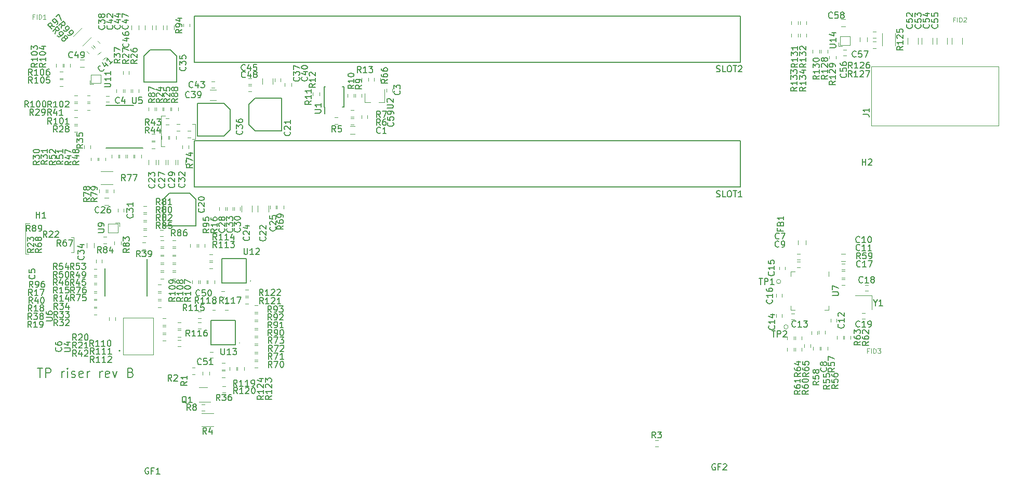
<source format=gbr>
G04 #@! TF.GenerationSoftware,KiCad,Pcbnew,(5.1.6)-1*
G04 #@! TF.CreationDate,2021-11-02T14:31:17+01:00*
G04 #@! TF.ProjectId,Riser Tioga Pass 2OU 2xPCIe x16,52697365-7220-4546-996f-676120506173,rev?*
G04 #@! TF.SameCoordinates,PX328b740PY3211620*
G04 #@! TF.FileFunction,Legend,Top*
G04 #@! TF.FilePolarity,Positive*
%FSLAX46Y46*%
G04 Gerber Fmt 4.6, Leading zero omitted, Abs format (unit mm)*
G04 Created by KiCad (PCBNEW (5.1.6)-1) date 2021-11-02 14:31:17*
%MOMM*%
%LPD*%
G01*
G04 APERTURE LIST*
%ADD10C,0.200000*%
%ADD11C,0.120000*%
%ADD12C,0.075000*%
%ADD13C,0.180000*%
%ADD14C,0.150000*%
%ADD15C,0.100000*%
%ADD16C,0.125000*%
G04 APERTURE END LIST*
D10*
X-307143Y-55778571D02*
X550000Y-55778571D01*
X121428Y-57278571D02*
X121428Y-55778571D01*
X1050000Y-57278571D02*
X1050000Y-55778571D01*
X1621428Y-55778571D01*
X1764285Y-55850000D01*
X1835714Y-55921428D01*
X1907142Y-56064285D01*
X1907142Y-56278571D01*
X1835714Y-56421428D01*
X1764285Y-56492857D01*
X1621428Y-56564285D01*
X1050000Y-56564285D01*
X3692857Y-57278571D02*
X3692857Y-56278571D01*
X3692857Y-56564285D02*
X3764285Y-56421428D01*
X3835714Y-56350000D01*
X3978571Y-56278571D01*
X4121428Y-56278571D01*
X4621428Y-57278571D02*
X4621428Y-56278571D01*
X4621428Y-55778571D02*
X4550000Y-55850000D01*
X4621428Y-55921428D01*
X4692857Y-55850000D01*
X4621428Y-55778571D01*
X4621428Y-55921428D01*
X5264285Y-57207142D02*
X5407142Y-57278571D01*
X5692857Y-57278571D01*
X5835714Y-57207142D01*
X5907142Y-57064285D01*
X5907142Y-56992857D01*
X5835714Y-56850000D01*
X5692857Y-56778571D01*
X5478571Y-56778571D01*
X5335714Y-56707142D01*
X5264285Y-56564285D01*
X5264285Y-56492857D01*
X5335714Y-56350000D01*
X5478571Y-56278571D01*
X5692857Y-56278571D01*
X5835714Y-56350000D01*
X7121428Y-57207142D02*
X6978571Y-57278571D01*
X6692857Y-57278571D01*
X6550000Y-57207142D01*
X6478571Y-57064285D01*
X6478571Y-56492857D01*
X6550000Y-56350000D01*
X6692857Y-56278571D01*
X6978571Y-56278571D01*
X7121428Y-56350000D01*
X7192857Y-56492857D01*
X7192857Y-56635714D01*
X6478571Y-56778571D01*
X7835714Y-57278571D02*
X7835714Y-56278571D01*
X7835714Y-56564285D02*
X7907142Y-56421428D01*
X7978571Y-56350000D01*
X8121428Y-56278571D01*
X8264285Y-56278571D01*
X9907142Y-57278571D02*
X9907142Y-56278571D01*
X9907142Y-56564285D02*
X9978571Y-56421428D01*
X10050000Y-56350000D01*
X10192857Y-56278571D01*
X10335714Y-56278571D01*
X11407142Y-57207142D02*
X11264285Y-57278571D01*
X10978571Y-57278571D01*
X10835714Y-57207142D01*
X10764285Y-57064285D01*
X10764285Y-56492857D01*
X10835714Y-56350000D01*
X10978571Y-56278571D01*
X11264285Y-56278571D01*
X11407142Y-56350000D01*
X11478571Y-56492857D01*
X11478571Y-56635714D01*
X10764285Y-56778571D01*
X11978571Y-56278571D02*
X12335714Y-57278571D01*
X12692857Y-56278571D01*
X14907142Y-56492857D02*
X15121428Y-56564285D01*
X15192857Y-56635714D01*
X15264285Y-56778571D01*
X15264285Y-56992857D01*
X15192857Y-57135714D01*
X15121428Y-57207142D01*
X14978571Y-57278571D01*
X14407142Y-57278571D01*
X14407142Y-55778571D01*
X14907142Y-55778571D01*
X15050000Y-55850000D01*
X15121428Y-55921428D01*
X15192857Y-56064285D01*
X15192857Y-56207142D01*
X15121428Y-56350000D01*
X15050000Y-56421428D01*
X14907142Y-56492857D01*
X14407142Y-56492857D01*
D11*
X19875000Y-19625000D02*
X20450000Y-19625000D01*
X20550000Y-14600000D02*
X19875000Y-14600000D01*
X19875000Y-14600000D02*
X19875000Y-19625000D01*
X25450000Y-16000000D02*
X24975000Y-16000000D01*
X24975000Y-18425000D02*
X25450000Y-18425000D01*
X25450000Y-18425000D02*
X25450000Y-16000000D01*
X5675000Y-34475000D02*
X5200000Y-34475000D01*
X5675000Y-36900000D02*
X5675000Y-34475000D01*
X5200000Y-36900000D02*
X5675000Y-36900000D01*
X-2275000Y-37150000D02*
X-1700000Y-37150000D01*
X-2275000Y-32125000D02*
X-2275000Y-37150000D01*
X-1600000Y-32125000D02*
X-2275000Y-32125000D01*
X22600000Y-52230000D02*
X23100000Y-52230000D01*
X23100000Y-51170000D02*
X22600000Y-51170000D01*
X26950000Y-61670000D02*
X26450000Y-61670000D01*
X26450000Y-62730000D02*
X26950000Y-62730000D01*
X127420000Y-52325000D02*
X127420000Y-52825000D01*
X128480000Y-52825000D02*
X128480000Y-52325000D01*
X35100000Y-55730000D02*
X35600000Y-55730000D01*
X35600000Y-54670000D02*
X35100000Y-54670000D01*
X56630000Y-10200000D02*
X56630000Y-10700000D01*
X57570000Y-10700000D02*
X57570000Y-10200000D01*
X11400000Y-11380000D02*
X10900000Y-11380000D01*
X10900000Y-12320000D02*
X11400000Y-12320000D01*
X9280000Y-38100000D02*
X9280000Y-38600000D01*
X10220000Y-38600000D02*
X10220000Y-38100000D01*
X11430000Y-47500000D02*
X11430000Y-48000000D01*
X12370000Y-48000000D02*
X12370000Y-47500000D01*
X124000000Y-37180000D02*
X123500000Y-37180000D01*
X123500000Y-38120000D02*
X124000000Y-38120000D01*
X126770000Y-50300000D02*
X126770000Y-49800000D01*
X125830000Y-49800000D02*
X125830000Y-50300000D01*
X123500000Y-39320000D02*
X124000000Y-39320000D01*
X124000000Y-38380000D02*
X123500000Y-38380000D01*
X130700000Y-37150000D02*
X131400000Y-37150000D01*
X131400000Y-38350000D02*
X130700000Y-38350000D01*
X130800000Y-39670000D02*
X131300000Y-39670000D01*
X131300000Y-38730000D02*
X130800000Y-38730000D01*
X128980000Y-47725000D02*
X128980000Y-48225000D01*
X129920000Y-48225000D02*
X129920000Y-47725000D01*
X122550000Y-47820000D02*
X123050000Y-47820000D01*
X123050000Y-46880000D02*
X122550000Y-46880000D01*
X121020000Y-47475000D02*
X121020000Y-46975000D01*
X120080000Y-46975000D02*
X120080000Y-47475000D01*
X121570000Y-39725000D02*
X121570000Y-39225000D01*
X120630000Y-39225000D02*
X120630000Y-39725000D01*
X121020000Y-44200000D02*
X121020000Y-43700000D01*
X120080000Y-43700000D02*
X120080000Y-44200000D01*
X130800000Y-42195000D02*
X131300000Y-42195000D01*
X131300000Y-41255000D02*
X130800000Y-41255000D01*
X135100000Y-42205000D02*
X134600000Y-42205000D01*
X134600000Y-43145000D02*
X135100000Y-43145000D01*
X134100000Y-47720000D02*
X134600000Y-47720000D01*
X134600000Y-46780000D02*
X134100000Y-46780000D01*
X37350000Y-30300000D02*
X37350000Y-29300000D01*
X35650000Y-29300000D02*
X35650000Y-30300000D01*
X17800000Y-22550000D02*
X17800000Y-21850000D01*
X19000000Y-21850000D02*
X19000000Y-22550000D01*
X33000000Y-29300000D02*
X33000000Y-30300000D01*
X34700000Y-30300000D02*
X34700000Y-29300000D01*
X38570000Y-29800000D02*
X38570000Y-29300000D01*
X37630000Y-29300000D02*
X37630000Y-29800000D01*
X10650000Y-28000000D02*
X11350000Y-28000000D01*
X11350000Y-29200000D02*
X10650000Y-29200000D01*
X20600000Y-21850000D02*
X20600000Y-22550000D01*
X19400000Y-22550000D02*
X19400000Y-21850000D01*
X29380000Y-29550000D02*
X29380000Y-30050000D01*
X30320000Y-30050000D02*
X30320000Y-29550000D01*
X22200000Y-21850000D02*
X22200000Y-22550000D01*
X21000000Y-22550000D02*
X21000000Y-21850000D01*
X32720000Y-30050000D02*
X32720000Y-29550000D01*
X31780000Y-29550000D02*
X31780000Y-30050000D01*
X13770000Y-30250000D02*
X13770000Y-29750000D01*
X12830000Y-29750000D02*
X12830000Y-30250000D01*
X23800000Y-21850000D02*
X23800000Y-22550000D01*
X22600000Y-22550000D02*
X22600000Y-21850000D01*
X30580000Y-29550000D02*
X30580000Y-30050000D01*
X31520000Y-30050000D02*
X31520000Y-29550000D01*
X8950000Y-35400000D02*
X8950000Y-36100000D01*
X7750000Y-36100000D02*
X7750000Y-35400000D01*
X36400000Y-8500000D02*
X36400000Y-9500000D01*
X38100000Y-9500000D02*
X38100000Y-8500000D01*
X16200000Y100000D02*
X16200000Y-600000D01*
X15000000Y-600000D02*
X15000000Y100000D01*
X27850000Y-12100000D02*
X28850000Y-12100000D01*
X28850000Y-10400000D02*
X27850000Y-10400000D01*
X39370000Y-9000000D02*
X39370000Y-8500000D01*
X38430000Y-8500000D02*
X38430000Y-9000000D01*
X9528249Y-4673223D02*
X10023223Y-4178249D01*
X10871751Y-5026777D02*
X10376777Y-5521751D01*
X17200000Y-600000D02*
X17200000Y100000D01*
X18400000Y100000D02*
X18400000Y-600000D01*
X28550000Y-9080000D02*
X28050000Y-9080000D01*
X28050000Y-10020000D02*
X28550000Y-10020000D01*
X20200000Y100000D02*
X20200000Y-600000D01*
X19000000Y-600000D02*
X19000000Y100000D01*
X34600000Y-8530000D02*
X34100000Y-8530000D01*
X34100000Y-9470000D02*
X34600000Y-9470000D01*
X13680000Y-7350000D02*
X13680000Y-7850000D01*
X14620000Y-7850000D02*
X14620000Y-7350000D01*
X20800000Y-600000D02*
X20800000Y100000D01*
X22000000Y100000D02*
X22000000Y-600000D01*
X34100000Y-10670000D02*
X34600000Y-10670000D01*
X34600000Y-9730000D02*
X34100000Y-9730000D01*
X7350000Y-6650000D02*
X6650000Y-6650000D01*
X6650000Y-5450000D02*
X7350000Y-5450000D01*
X29700000Y-44170000D02*
X30200000Y-44170000D01*
X30200000Y-43230000D02*
X29700000Y-43230000D01*
X28350000Y-53130000D02*
X27850000Y-53130000D01*
X27850000Y-54070000D02*
X28350000Y-54070000D01*
X143200000Y-2950000D02*
X143200000Y-1950000D01*
X141500000Y-1950000D02*
X141500000Y-2950000D01*
X143850000Y-1950000D02*
X143850000Y-2950000D01*
X145550000Y-2950000D02*
X145550000Y-1950000D01*
X147950000Y-2950000D02*
X147950000Y-1950000D01*
X146250000Y-1950000D02*
X146250000Y-2950000D01*
X148700000Y-1950000D02*
X148700000Y-2950000D01*
X150400000Y-2950000D02*
X150400000Y-1950000D01*
X133750000Y-2550000D02*
X133750000Y-1850000D01*
X134950000Y-1850000D02*
X134950000Y-2550000D01*
X131050000Y-4820000D02*
X131550000Y-4820000D01*
X131550000Y-3880000D02*
X131050000Y-3880000D01*
X130650000Y1100000D02*
X131350000Y1100000D01*
X131350000Y-100000D02*
X130650000Y-100000D01*
X53470000Y-15050000D02*
X53470000Y-14550000D01*
X52530000Y-14550000D02*
X52530000Y-15050000D01*
X123700000Y-35665300D02*
X123700000Y-34965300D01*
X124900000Y-34965300D02*
X124900000Y-35665300D01*
D12*
X135621000Y-16219000D02*
X156371000Y-16219000D01*
X135621000Y-6619000D02*
X135621000Y-16219000D01*
X156371000Y-6619000D02*
X135621000Y-6619000D01*
X156371000Y-16219000D02*
X156371000Y-6619000D01*
D11*
X26000000Y-61260000D02*
X27900000Y-61260000D01*
X27400000Y-58940000D02*
X26000000Y-58940000D01*
X27730000Y-56900000D02*
X27730000Y-56400000D01*
X26670000Y-56400000D02*
X26670000Y-56900000D01*
X25400000Y-55720000D02*
X24900000Y-55720000D01*
X24900000Y-56780000D02*
X25400000Y-56780000D01*
X100850000Y-67520000D02*
X100350000Y-67520000D01*
X100350000Y-68580000D02*
X100850000Y-68580000D01*
X28425000Y-65270000D02*
X26425000Y-65270000D01*
X26425000Y-63130000D02*
X28425000Y-63130000D01*
X48150000Y-15980000D02*
X48650000Y-15980000D01*
X48650000Y-14920000D02*
X48150000Y-14920000D01*
X50800000Y-16080000D02*
X51300000Y-16080000D01*
X51300000Y-15020000D02*
X50800000Y-15020000D01*
X51300000Y-13720000D02*
X50800000Y-13720000D01*
X50800000Y-14780000D02*
X51300000Y-14780000D01*
X52580000Y-11550000D02*
X52580000Y-11050000D01*
X51520000Y-11050000D02*
X51520000Y-11550000D01*
X51280000Y-11550000D02*
X51280000Y-11050000D01*
X50220000Y-11050000D02*
X50220000Y-11550000D01*
X44620000Y-10850000D02*
X44620000Y-11350000D01*
X45680000Y-11350000D02*
X45680000Y-10850000D01*
X40020000Y-9300000D02*
X40020000Y-9800000D01*
X41080000Y-9800000D02*
X41080000Y-9300000D01*
X19800000Y-41180000D02*
X20300000Y-41180000D01*
X20300000Y-40120000D02*
X19800000Y-40120000D01*
X19800000Y-39880000D02*
X20300000Y-39880000D01*
X20300000Y-38820000D02*
X19800000Y-38820000D01*
X25680000Y-36050000D02*
X25680000Y-35550000D01*
X24620000Y-35550000D02*
X24620000Y-36050000D01*
X9400000Y-40870000D02*
X8900000Y-40870000D01*
X8900000Y-41930000D02*
X9400000Y-41930000D01*
X8900000Y-44530000D02*
X9400000Y-44530000D01*
X9400000Y-43470000D02*
X8900000Y-43470000D01*
X8900000Y-47030000D02*
X9400000Y-47030000D01*
X9400000Y-45970000D02*
X8900000Y-45970000D01*
X20100000Y-48730000D02*
X20600000Y-48730000D01*
X20600000Y-47670000D02*
X20100000Y-47670000D01*
X20600000Y-48970000D02*
X20100000Y-48970000D01*
X20100000Y-50030000D02*
X20600000Y-50030000D01*
X22900000Y-16020000D02*
X22400000Y-16020000D01*
X22400000Y-17080000D02*
X22900000Y-17080000D01*
X19970000Y-17900000D02*
X19970000Y-18400000D01*
X21030000Y-18400000D02*
X21030000Y-17900000D01*
X20130000Y-13750000D02*
X20130000Y-13250000D01*
X19070000Y-13250000D02*
X19070000Y-13750000D01*
X20320000Y-13250000D02*
X20320000Y-13750000D01*
X21380000Y-13750000D02*
X21380000Y-13250000D01*
X15195000Y-10350000D02*
X15195000Y-10850000D01*
X16255000Y-10850000D02*
X16255000Y-10350000D01*
X14955000Y-10850000D02*
X14955000Y-10350000D01*
X13895000Y-10350000D02*
X13895000Y-10850000D01*
X5700000Y-17280000D02*
X6200000Y-17280000D01*
X6200000Y-16220000D02*
X5700000Y-16220000D01*
X5750000Y-13680000D02*
X6250000Y-13680000D01*
X6250000Y-12620000D02*
X5750000Y-12620000D01*
X9530000Y-21950000D02*
X9530000Y-21450000D01*
X8470000Y-21450000D02*
X8470000Y-21950000D01*
X9720000Y-21450000D02*
X9720000Y-21950000D01*
X10780000Y-21950000D02*
X10780000Y-21450000D01*
X19350000Y-45830000D02*
X19850000Y-45830000D01*
X19850000Y-44770000D02*
X19350000Y-44770000D01*
X19850000Y-43470000D02*
X19350000Y-43470000D01*
X19350000Y-44530000D02*
X19850000Y-44530000D01*
X19350000Y-43230000D02*
X19850000Y-43230000D01*
X19850000Y-42170000D02*
X19350000Y-42170000D01*
X7320000Y-19450000D02*
X7320000Y-19950000D01*
X8380000Y-19950000D02*
X8380000Y-19450000D01*
X30350000Y-58720000D02*
X29850000Y-58720000D01*
X29850000Y-59780000D02*
X30350000Y-59780000D01*
X13655000Y-10850000D02*
X13655000Y-10350000D01*
X12595000Y-10350000D02*
X12595000Y-10850000D01*
X8900000Y-45780000D02*
X9400000Y-45780000D01*
X9400000Y-44720000D02*
X8900000Y-44720000D01*
X16800000Y-36380000D02*
X17300000Y-36380000D01*
X17300000Y-35320000D02*
X16800000Y-35320000D01*
X9400000Y-42170000D02*
X8900000Y-42170000D01*
X8900000Y-43230000D02*
X9400000Y-43230000D01*
X8300000Y-12620000D02*
X7800000Y-12620000D01*
X7800000Y-13680000D02*
X8300000Y-13680000D01*
X20600000Y-50270000D02*
X20100000Y-50270000D01*
X20100000Y-51330000D02*
X20600000Y-51330000D01*
X18850000Y-17620000D02*
X18350000Y-17620000D01*
X18350000Y-18680000D02*
X18850000Y-18680000D01*
X18350000Y-19930000D02*
X18850000Y-19930000D01*
X18850000Y-18870000D02*
X18350000Y-18870000D01*
X22200000Y-37520000D02*
X21700000Y-37520000D01*
X21700000Y-38580000D02*
X22200000Y-38580000D01*
X19800000Y-38580000D02*
X20300000Y-38580000D01*
X20300000Y-37520000D02*
X19800000Y-37520000D01*
X15380000Y-21500000D02*
X15380000Y-21000000D01*
X14320000Y-21000000D02*
X14320000Y-21500000D01*
X16630000Y-21500000D02*
X16630000Y-21000000D01*
X15570000Y-21000000D02*
X15570000Y-21500000D01*
X22200000Y-36220000D02*
X21700000Y-36220000D01*
X21700000Y-37280000D02*
X22200000Y-37280000D01*
X19800000Y-37280000D02*
X20300000Y-37280000D01*
X20300000Y-36220000D02*
X19800000Y-36220000D01*
X14130000Y-21500000D02*
X14130000Y-21000000D01*
X13070000Y-21000000D02*
X13070000Y-21500000D01*
X12880000Y-21500000D02*
X12880000Y-21000000D01*
X11820000Y-21000000D02*
X11820000Y-21500000D01*
X21700000Y-35980000D02*
X22200000Y-35980000D01*
X22200000Y-34920000D02*
X21700000Y-34920000D01*
X19800000Y-35980000D02*
X20300000Y-35980000D01*
X20300000Y-34920000D02*
X19800000Y-34920000D01*
X127180000Y-52825000D02*
X127180000Y-52325000D01*
X126120000Y-52325000D02*
X126120000Y-52825000D01*
X127020000Y-49700000D02*
X127020000Y-50200000D01*
X128080000Y-50200000D02*
X128080000Y-49700000D01*
X125705000Y-52400000D02*
X125705000Y-51900000D01*
X124645000Y-51900000D02*
X124645000Y-52400000D01*
X131300000Y-39945000D02*
X130800000Y-39945000D01*
X130800000Y-41005000D02*
X131300000Y-41005000D01*
X124280000Y-52950000D02*
X124280000Y-52450000D01*
X123220000Y-52450000D02*
X123220000Y-52950000D01*
X121920000Y-52450000D02*
X121920000Y-52950000D01*
X122980000Y-52950000D02*
X122980000Y-52450000D01*
X131170000Y-50525000D02*
X131170000Y-51025000D01*
X132230000Y-51025000D02*
X132230000Y-50525000D01*
X131030000Y-51025000D02*
X131030000Y-50525000D01*
X129970000Y-50525000D02*
X129970000Y-51025000D01*
X122980000Y-51100000D02*
X122980000Y-50600000D01*
X121920000Y-50600000D02*
X121920000Y-51100000D01*
X123220000Y-50600000D02*
X123220000Y-51100000D01*
X124280000Y-51100000D02*
X124280000Y-50600000D01*
X54570000Y-8450000D02*
X54570000Y-8950000D01*
X55630000Y-8950000D02*
X55630000Y-8450000D01*
X24200000Y-18180000D02*
X24700000Y-18180000D01*
X24700000Y-17120000D02*
X24200000Y-17120000D01*
X21220000Y-17900000D02*
X21220000Y-18400000D01*
X22280000Y-18400000D02*
X22280000Y-17900000D01*
X38770000Y-29300000D02*
X38770000Y-29800000D01*
X39830000Y-29800000D02*
X39830000Y-29300000D01*
X35600000Y-53370000D02*
X35100000Y-53370000D01*
X35100000Y-54430000D02*
X35600000Y-54430000D01*
X35100000Y-53130000D02*
X35600000Y-53130000D01*
X35600000Y-52070000D02*
X35100000Y-52070000D01*
X35600000Y-50770000D02*
X35100000Y-50770000D01*
X35100000Y-51830000D02*
X35600000Y-51830000D01*
X23320000Y-19425000D02*
X23320000Y-19925000D01*
X24380000Y-19925000D02*
X24380000Y-19425000D01*
X22200000Y-40120000D02*
X21700000Y-40120000D01*
X21700000Y-41180000D02*
X22200000Y-41180000D01*
X22200000Y-38820000D02*
X21700000Y-38820000D01*
X21700000Y-39880000D02*
X22200000Y-39880000D01*
X10000000Y-23680000D02*
X12000000Y-23680000D01*
X12000000Y-25820000D02*
X10000000Y-25820000D01*
X9820000Y-26650000D02*
X9820000Y-27150000D01*
X10880000Y-27150000D02*
X10880000Y-26650000D01*
X11120000Y-26650000D02*
X11120000Y-27150000D01*
X12180000Y-27150000D02*
X12180000Y-26650000D01*
X17500000Y-30620000D02*
X17000000Y-30620000D01*
X17000000Y-31680000D02*
X17500000Y-31680000D01*
X17000000Y-30380000D02*
X17500000Y-30380000D01*
X17500000Y-29320000D02*
X17000000Y-29320000D01*
X17000000Y-32980000D02*
X17500000Y-32980000D01*
X17500000Y-31920000D02*
X17000000Y-31920000D01*
X13330000Y-35600000D02*
X13330000Y-35100000D01*
X12270000Y-35100000D02*
X12270000Y-35600000D01*
X10500000Y-35430000D02*
X11000000Y-35430000D01*
X11000000Y-34370000D02*
X10500000Y-34370000D01*
X17500000Y-33220000D02*
X17000000Y-33220000D01*
X17000000Y-34280000D02*
X17500000Y-34280000D01*
X20200000Y-33220000D02*
X19700000Y-33220000D01*
X19700000Y-34280000D02*
X20200000Y-34280000D01*
X17820000Y-13250000D02*
X17820000Y-13750000D01*
X18880000Y-13750000D02*
X18880000Y-13250000D01*
X22630000Y-13750000D02*
X22630000Y-13250000D01*
X21570000Y-13250000D02*
X21570000Y-13750000D01*
X21150000Y-15020000D02*
X20650000Y-15020000D01*
X20650000Y-16080000D02*
X21150000Y-16080000D01*
X35600000Y-49470000D02*
X35100000Y-49470000D01*
X35100000Y-50530000D02*
X35600000Y-50530000D01*
X35600000Y-48170000D02*
X35100000Y-48170000D01*
X35100000Y-49230000D02*
X35600000Y-49230000D01*
X35600000Y-46870000D02*
X35100000Y-46870000D01*
X35100000Y-47930000D02*
X35600000Y-47930000D01*
X35100000Y-46630000D02*
X35600000Y-46630000D01*
X35600000Y-45570000D02*
X35100000Y-45570000D01*
X24530000Y-100000D02*
X24530000Y400000D01*
X23470000Y400000D02*
X23470000Y-100000D01*
X26980000Y-36050000D02*
X26980000Y-35550000D01*
X25920000Y-35550000D02*
X25920000Y-36050000D01*
X8900000Y-40630000D02*
X9400000Y-40630000D01*
X9400000Y-39570000D02*
X8900000Y-39570000D01*
X5586289Y-1650503D02*
X7000503Y-236289D01*
X8513711Y-1749497D02*
X7099497Y-3163711D01*
X7748457Y-4097990D02*
X8102010Y-4451543D01*
X8851543Y-3702010D02*
X8497990Y-3348457D01*
X8748457Y-3147990D02*
X9102010Y-3501543D01*
X9851543Y-2752010D02*
X9497990Y-2398457D01*
X5750000Y-12380000D02*
X6250000Y-12380000D01*
X6250000Y-11320000D02*
X5750000Y-11320000D01*
X5700000Y-15980000D02*
X6200000Y-15980000D01*
X6200000Y-14920000D02*
X5700000Y-14920000D01*
X8300000Y-11320000D02*
X7800000Y-11320000D01*
X7800000Y-12380000D02*
X8300000Y-12380000D01*
X2770000Y-6200000D02*
X2770000Y-6700000D01*
X3830000Y-6700000D02*
X3830000Y-6200000D01*
X4020000Y-6200000D02*
X4020000Y-6700000D01*
X5080000Y-6700000D02*
X5080000Y-6200000D01*
X3350000Y-9780000D02*
X3850000Y-9780000D01*
X3850000Y-8720000D02*
X3350000Y-8720000D01*
X3350000Y-8530000D02*
X3850000Y-8530000D01*
X3850000Y-7470000D02*
X3350000Y-7470000D01*
X28580000Y-41950000D02*
X28580000Y-41450000D01*
X27520000Y-41450000D02*
X27520000Y-41950000D01*
X27280000Y-41950000D02*
X27280000Y-41450000D01*
X26220000Y-41450000D02*
X26220000Y-41950000D01*
X24920000Y-41450000D02*
X24920000Y-41950000D01*
X25980000Y-41950000D02*
X25980000Y-41450000D01*
X22600000Y-49380000D02*
X23100000Y-49380000D01*
X23100000Y-48320000D02*
X22600000Y-48320000D01*
X23100000Y-49620000D02*
X22600000Y-49620000D01*
X22600000Y-50680000D02*
X23100000Y-50680000D01*
X28200000Y-38470000D02*
X27700000Y-38470000D01*
X27700000Y-39530000D02*
X28200000Y-39530000D01*
X28200000Y-37220000D02*
X27700000Y-37220000D01*
X27700000Y-38280000D02*
X28200000Y-38280000D01*
X25850000Y-47630000D02*
X26350000Y-47630000D01*
X26350000Y-46570000D02*
X25850000Y-46570000D01*
X26350000Y-48320000D02*
X25850000Y-48320000D01*
X25850000Y-49380000D02*
X26350000Y-49380000D01*
X30250000Y-46330000D02*
X30750000Y-46330000D01*
X30750000Y-45270000D02*
X30250000Y-45270000D01*
X28700000Y-45270000D02*
X28200000Y-45270000D01*
X28200000Y-46330000D02*
X28700000Y-46330000D01*
X30300000Y-54970000D02*
X29800000Y-54970000D01*
X29800000Y-56030000D02*
X30300000Y-56030000D01*
X30300000Y-56220000D02*
X29800000Y-56220000D01*
X29800000Y-57280000D02*
X30300000Y-57280000D01*
X34050000Y-44220000D02*
X33550000Y-44220000D01*
X33550000Y-45280000D02*
X34050000Y-45280000D01*
X34050000Y-42970000D02*
X33550000Y-42970000D01*
X33550000Y-44030000D02*
X34050000Y-44030000D01*
X32320000Y-55600000D02*
X32320000Y-56100000D01*
X33380000Y-56100000D02*
X33380000Y-55600000D01*
X31070000Y-55600000D02*
X31070000Y-56100000D01*
X32130000Y-56100000D02*
X32130000Y-55600000D01*
X137380000Y-3200000D02*
X137380000Y-1200000D01*
X139520000Y-1200000D02*
X139520000Y-3200000D01*
X135850000Y-1930000D02*
X136350000Y-1930000D01*
X136350000Y-870000D02*
X135850000Y-870000D01*
X135850000Y-3580000D02*
X136350000Y-3580000D01*
X136350000Y-2520000D02*
X135850000Y-2520000D01*
X128480000Y-4350000D02*
X128480000Y-3850000D01*
X127420000Y-3850000D02*
X127420000Y-4350000D01*
X128770000Y-4850000D02*
X128770000Y-5350000D01*
X129830000Y-5350000D02*
X129830000Y-4850000D01*
X127130000Y-4350000D02*
X127130000Y-3850000D01*
X126070000Y-3850000D02*
X126070000Y-4350000D01*
X122570000Y750000D02*
X122570000Y250000D01*
X123630000Y250000D02*
X123630000Y750000D01*
X125030000Y250000D02*
X125030000Y750000D01*
X123970000Y750000D02*
X123970000Y250000D01*
X123630000Y-1750000D02*
X123630000Y-1250000D01*
X122570000Y-1250000D02*
X122570000Y-1750000D01*
X125030000Y-1750000D02*
X125030000Y-1250000D01*
X123970000Y-1250000D02*
X123970000Y-1750000D01*
X53070000Y-12460000D02*
X54000000Y-12460000D01*
X56230000Y-12460000D02*
X55300000Y-12460000D01*
X56230000Y-12460000D02*
X56230000Y-10300000D01*
X53070000Y-12460000D02*
X53070000Y-11000000D01*
D13*
X13180100Y-52927700D02*
G75*
G03*
X13180100Y-52927700I-90000J0D01*
G01*
D12*
X13650000Y-47550000D02*
X18550000Y-47550000D01*
X18550000Y-47550000D02*
X18550000Y-53550000D01*
X13650000Y-53550000D02*
X18550000Y-53550000D01*
X13650000Y-53550000D02*
X13650000Y-47550000D01*
D11*
X128660000Y-46285000D02*
X127950000Y-46285000D01*
X122440000Y-40065000D02*
X123150000Y-40065000D01*
X122440000Y-46285000D02*
X123150000Y-46285000D01*
X122440000Y-40065000D02*
X122440000Y-40775000D01*
X122440000Y-46285000D02*
X122440000Y-45575000D01*
X128660000Y-46285000D02*
X128660000Y-45575000D01*
X128660000Y-40775000D02*
X128660000Y-40065000D01*
X135675000Y-46225000D02*
X135675000Y-43925000D01*
X135675000Y-43925000D02*
X132975000Y-43925000D01*
D14*
X15375000Y-12950000D02*
X10925000Y-12950000D01*
X16900000Y-19850000D02*
X10925000Y-19850000D01*
X10700000Y-39525000D02*
X10700000Y-43975000D01*
X17600000Y-38000000D02*
X17600000Y-43975000D01*
D15*
X120850000Y-41650000D02*
G75*
G03*
X120850000Y-41650000I-350000J0D01*
G01*
X122050000Y-49050000D02*
G75*
G03*
X122050000Y-49050000I-350000J0D01*
G01*
D14*
X39500000Y-17050000D02*
X35200000Y-17050000D01*
X34200000Y-16050000D02*
X34200000Y-12750000D01*
X39500000Y-11750000D02*
X35200000Y-11750000D01*
X39500000Y-11750000D02*
X39500000Y-17050000D01*
X34200000Y-12750000D02*
X35200000Y-11750000D01*
X35200000Y-17050000D02*
X34200000Y-16050000D01*
X30100000Y-12600000D02*
X31100000Y-13600000D01*
X31100000Y-16900000D02*
X30100000Y-17900000D01*
X25800000Y-17900000D02*
X25800000Y-12600000D01*
X25800000Y-17900000D02*
X30100000Y-17900000D01*
X31100000Y-13600000D02*
X31100000Y-16900000D01*
X25800000Y-12600000D02*
X30100000Y-12600000D01*
X20200000Y-32550000D02*
X20200000Y-28250000D01*
X21200000Y-27250000D02*
X24500000Y-27250000D01*
X25500000Y-32550000D02*
X25500000Y-28250000D01*
X25500000Y-32550000D02*
X20200000Y-32550000D01*
X24500000Y-27250000D02*
X25500000Y-28250000D01*
X20200000Y-28250000D02*
X21200000Y-27250000D01*
X17100000Y-4850000D02*
X18100000Y-3850000D01*
X21400000Y-3850000D02*
X22400000Y-4850000D01*
X22400000Y-9150000D02*
X17100000Y-9150000D01*
X22400000Y-9150000D02*
X22400000Y-4850000D01*
X18100000Y-3850000D02*
X21400000Y-3850000D01*
X17100000Y-9150000D02*
X17100000Y-4850000D01*
X46425000Y-13175000D02*
X46550000Y-13175000D01*
X46425000Y-9925000D02*
X46650000Y-9925000D01*
X49675000Y-9925000D02*
X49450000Y-9925000D01*
X49675000Y-13175000D02*
X49450000Y-13175000D01*
X46425000Y-13175000D02*
X46425000Y-9925000D01*
X49675000Y-13175000D02*
X49675000Y-9925000D01*
X46550000Y-13175000D02*
X46550000Y-14250000D01*
D11*
X50700000Y-16350000D02*
X51400000Y-16350000D01*
X51400000Y-17550000D02*
X50700000Y-17550000D01*
X53630000Y-8950000D02*
X53630000Y-8450000D01*
X52570000Y-8450000D02*
X52570000Y-8950000D01*
D14*
X25240000Y1609000D02*
X25240000Y-5891000D01*
X25240000Y-5891000D02*
X114240000Y-5891000D01*
X114240000Y-5891000D02*
X114240000Y1609000D01*
X25240000Y1609000D02*
X114240000Y1609000D01*
X25240000Y-18711000D02*
X25240000Y-26211000D01*
X25240000Y-26211000D02*
X114240000Y-26211000D01*
X114240000Y-26211000D02*
X114240000Y-18711000D01*
X25240000Y-18711000D02*
X114240000Y-18711000D01*
D11*
X130478000Y-1706000D02*
X132122000Y-1706000D01*
X132122000Y-3094000D02*
X132122000Y-1706000D01*
X130478000Y-3094000D02*
X130478000Y-1706000D01*
X130478000Y-3094000D02*
X132122000Y-3094000D01*
X130300000Y-3300000D02*
X130300000Y-2700000D01*
X130300000Y-3300000D02*
X130900000Y-3300000D01*
X12872000Y-33644000D02*
X11228000Y-33644000D01*
X11228000Y-32256000D02*
X11228000Y-33644000D01*
X12872000Y-32256000D02*
X12872000Y-33644000D01*
X12872000Y-32256000D02*
X11228000Y-32256000D01*
X13050000Y-32050000D02*
X13050000Y-32650000D01*
X13050000Y-32050000D02*
X12450000Y-32050000D01*
X8428000Y-7906000D02*
X10072000Y-7906000D01*
X10072000Y-9294000D02*
X10072000Y-7906000D01*
X8428000Y-9294000D02*
X8428000Y-7906000D01*
X8428000Y-9294000D02*
X10072000Y-9294000D01*
X8250000Y-9500000D02*
X8250000Y-8900000D01*
X8250000Y-9500000D02*
X8850000Y-9500000D01*
D10*
X34464721Y-41550000D02*
G75*
G03*
X34464721Y-41550000I-44721J0D01*
G01*
X33750000Y-41900000D02*
X29750000Y-41900000D01*
X29750000Y-41900000D02*
X29750000Y-37900000D01*
X33750000Y-37900000D02*
X29750000Y-37900000D01*
X33750000Y-41900000D02*
X33750000Y-37900000D01*
X31950000Y-52000000D02*
X31950000Y-48000000D01*
X31950000Y-48000000D02*
X27950000Y-48000000D01*
X27950000Y-52000000D02*
X27950000Y-48000000D01*
X31950000Y-52000000D02*
X27950000Y-52000000D01*
X32664721Y-51650000D02*
G75*
G03*
X32664721Y-51650000I-44721J0D01*
G01*
D14*
X8930952Y-54827380D02*
X8597619Y-54351190D01*
X8359523Y-54827380D02*
X8359523Y-53827380D01*
X8740476Y-53827380D01*
X8835714Y-53875000D01*
X8883333Y-53922619D01*
X8930952Y-54017857D01*
X8930952Y-54160714D01*
X8883333Y-54255952D01*
X8835714Y-54303571D01*
X8740476Y-54351190D01*
X8359523Y-54351190D01*
X9883333Y-54827380D02*
X9311904Y-54827380D01*
X9597619Y-54827380D02*
X9597619Y-53827380D01*
X9502380Y-53970238D01*
X9407142Y-54065476D01*
X9311904Y-54113095D01*
X10835714Y-54827380D02*
X10264285Y-54827380D01*
X10550000Y-54827380D02*
X10550000Y-53827380D01*
X10454761Y-53970238D01*
X10359523Y-54065476D01*
X10264285Y-54113095D01*
X11216666Y-53922619D02*
X11264285Y-53875000D01*
X11359523Y-53827380D01*
X11597619Y-53827380D01*
X11692857Y-53875000D01*
X11740476Y-53922619D01*
X11788095Y-54017857D01*
X11788095Y-54113095D01*
X11740476Y-54255952D01*
X11169047Y-54827380D01*
X11788095Y-54827380D01*
X24658333Y-62652380D02*
X24325000Y-62176190D01*
X24086904Y-62652380D02*
X24086904Y-61652380D01*
X24467857Y-61652380D01*
X24563095Y-61700000D01*
X24610714Y-61747619D01*
X24658333Y-61842857D01*
X24658333Y-61985714D01*
X24610714Y-62080952D01*
X24563095Y-62128571D01*
X24467857Y-62176190D01*
X24086904Y-62176190D01*
X25229761Y-62080952D02*
X25134523Y-62033333D01*
X25086904Y-61985714D01*
X25039285Y-61890476D01*
X25039285Y-61842857D01*
X25086904Y-61747619D01*
X25134523Y-61700000D01*
X25229761Y-61652380D01*
X25420238Y-61652380D01*
X25515476Y-61700000D01*
X25563095Y-61747619D01*
X25610714Y-61842857D01*
X25610714Y-61890476D01*
X25563095Y-61985714D01*
X25515476Y-62033333D01*
X25420238Y-62080952D01*
X25229761Y-62080952D01*
X25134523Y-62128571D01*
X25086904Y-62176190D01*
X25039285Y-62271428D01*
X25039285Y-62461904D01*
X25086904Y-62557142D01*
X25134523Y-62604761D01*
X25229761Y-62652380D01*
X25420238Y-62652380D01*
X25515476Y-62604761D01*
X25563095Y-62557142D01*
X25610714Y-62461904D01*
X25610714Y-62271428D01*
X25563095Y-62176190D01*
X25515476Y-62128571D01*
X25420238Y-62080952D01*
X130152380Y-58517857D02*
X129676190Y-58851190D01*
X130152380Y-59089285D02*
X129152380Y-59089285D01*
X129152380Y-58708333D01*
X129200000Y-58613095D01*
X129247619Y-58565476D01*
X129342857Y-58517857D01*
X129485714Y-58517857D01*
X129580952Y-58565476D01*
X129628571Y-58613095D01*
X129676190Y-58708333D01*
X129676190Y-59089285D01*
X129152380Y-57613095D02*
X129152380Y-58089285D01*
X129628571Y-58136904D01*
X129580952Y-58089285D01*
X129533333Y-57994047D01*
X129533333Y-57755952D01*
X129580952Y-57660714D01*
X129628571Y-57613095D01*
X129723809Y-57565476D01*
X129961904Y-57565476D01*
X130057142Y-57613095D01*
X130104761Y-57660714D01*
X130152380Y-57755952D01*
X130152380Y-57994047D01*
X130104761Y-58089285D01*
X130057142Y-58136904D01*
X129152380Y-56708333D02*
X129152380Y-56898809D01*
X129200000Y-56994047D01*
X129247619Y-57041666D01*
X129390476Y-57136904D01*
X129580952Y-57184523D01*
X129961904Y-57184523D01*
X130057142Y-57136904D01*
X130104761Y-57089285D01*
X130152380Y-56994047D01*
X130152380Y-56803571D01*
X130104761Y-56708333D01*
X130057142Y-56660714D01*
X129961904Y-56613095D01*
X129723809Y-56613095D01*
X129628571Y-56660714D01*
X129580952Y-56708333D01*
X129533333Y-56803571D01*
X129533333Y-56994047D01*
X129580952Y-57089285D01*
X129628571Y-57136904D01*
X129723809Y-57184523D01*
X37932142Y-55652380D02*
X37598809Y-55176190D01*
X37360714Y-55652380D02*
X37360714Y-54652380D01*
X37741666Y-54652380D01*
X37836904Y-54700000D01*
X37884523Y-54747619D01*
X37932142Y-54842857D01*
X37932142Y-54985714D01*
X37884523Y-55080952D01*
X37836904Y-55128571D01*
X37741666Y-55176190D01*
X37360714Y-55176190D01*
X38265476Y-54652380D02*
X38932142Y-54652380D01*
X38503571Y-55652380D01*
X39503571Y-54652380D02*
X39598809Y-54652380D01*
X39694047Y-54700000D01*
X39741666Y-54747619D01*
X39789285Y-54842857D01*
X39836904Y-55033333D01*
X39836904Y-55271428D01*
X39789285Y-55461904D01*
X39741666Y-55557142D01*
X39694047Y-55604761D01*
X39598809Y-55652380D01*
X39503571Y-55652380D01*
X39408333Y-55604761D01*
X39360714Y-55557142D01*
X39313095Y-55461904D01*
X39265476Y-55271428D01*
X39265476Y-55033333D01*
X39313095Y-54842857D01*
X39360714Y-54747619D01*
X39408333Y-54700000D01*
X39503571Y-54652380D01*
X58732142Y-10566666D02*
X58779761Y-10614285D01*
X58827380Y-10757142D01*
X58827380Y-10852380D01*
X58779761Y-10995238D01*
X58684523Y-11090476D01*
X58589285Y-11138095D01*
X58398809Y-11185714D01*
X58255952Y-11185714D01*
X58065476Y-11138095D01*
X57970238Y-11090476D01*
X57875000Y-10995238D01*
X57827380Y-10852380D01*
X57827380Y-10757142D01*
X57875000Y-10614285D01*
X57922619Y-10566666D01*
X57827380Y-10233333D02*
X57827380Y-9614285D01*
X58208333Y-9947619D01*
X58208333Y-9804761D01*
X58255952Y-9709523D01*
X58303571Y-9661904D01*
X58398809Y-9614285D01*
X58636904Y-9614285D01*
X58732142Y-9661904D01*
X58779761Y-9709523D01*
X58827380Y-9804761D01*
X58827380Y-10090476D01*
X58779761Y-10185714D01*
X58732142Y-10233333D01*
X13058333Y-12482142D02*
X13010714Y-12529761D01*
X12867857Y-12577380D01*
X12772619Y-12577380D01*
X12629761Y-12529761D01*
X12534523Y-12434523D01*
X12486904Y-12339285D01*
X12439285Y-12148809D01*
X12439285Y-12005952D01*
X12486904Y-11815476D01*
X12534523Y-11720238D01*
X12629761Y-11625000D01*
X12772619Y-11577380D01*
X12867857Y-11577380D01*
X13010714Y-11625000D01*
X13058333Y-11672619D01*
X13915476Y-11910714D02*
X13915476Y-12577380D01*
X13677380Y-11529761D02*
X13439285Y-12244047D01*
X14058333Y-12244047D01*
X-767858Y-40591666D02*
X-720239Y-40639285D01*
X-672620Y-40782142D01*
X-672620Y-40877380D01*
X-720239Y-41020238D01*
X-815477Y-41115476D01*
X-910715Y-41163095D01*
X-1101191Y-41210714D01*
X-1244048Y-41210714D01*
X-1434524Y-41163095D01*
X-1529762Y-41115476D01*
X-1625000Y-41020238D01*
X-1672620Y-40877380D01*
X-1672620Y-40782142D01*
X-1625000Y-40639285D01*
X-1577381Y-40591666D01*
X-1672620Y-39686904D02*
X-1672620Y-40163095D01*
X-1196429Y-40210714D01*
X-1244048Y-40163095D01*
X-1291667Y-40067857D01*
X-1291667Y-39829761D01*
X-1244048Y-39734523D01*
X-1196429Y-39686904D01*
X-1101191Y-39639285D01*
X-863096Y-39639285D01*
X-767858Y-39686904D01*
X-720239Y-39734523D01*
X-672620Y-39829761D01*
X-672620Y-40067857D01*
X-720239Y-40163095D01*
X-767858Y-40210714D01*
X3557142Y-52416666D02*
X3604761Y-52464285D01*
X3652380Y-52607142D01*
X3652380Y-52702380D01*
X3604761Y-52845238D01*
X3509523Y-52940476D01*
X3414285Y-52988095D01*
X3223809Y-53035714D01*
X3080952Y-53035714D01*
X2890476Y-52988095D01*
X2795238Y-52940476D01*
X2700000Y-52845238D01*
X2652380Y-52702380D01*
X2652380Y-52607142D01*
X2700000Y-52464285D01*
X2747619Y-52416666D01*
X2652380Y-51559523D02*
X2652380Y-51750000D01*
X2700000Y-51845238D01*
X2747619Y-51892857D01*
X2890476Y-51988095D01*
X3080952Y-52035714D01*
X3461904Y-52035714D01*
X3557142Y-51988095D01*
X3604761Y-51940476D01*
X3652380Y-51845238D01*
X3652380Y-51654761D01*
X3604761Y-51559523D01*
X3557142Y-51511904D01*
X3461904Y-51464285D01*
X3223809Y-51464285D01*
X3128571Y-51511904D01*
X3080952Y-51559523D01*
X3033333Y-51654761D01*
X3033333Y-51845238D01*
X3080952Y-51940476D01*
X3128571Y-51988095D01*
X3223809Y-52035714D01*
X120583333Y-34632142D02*
X120535714Y-34679761D01*
X120392857Y-34727380D01*
X120297619Y-34727380D01*
X120154761Y-34679761D01*
X120059523Y-34584523D01*
X120011904Y-34489285D01*
X119964285Y-34298809D01*
X119964285Y-34155952D01*
X120011904Y-33965476D01*
X120059523Y-33870238D01*
X120154761Y-33775000D01*
X120297619Y-33727380D01*
X120392857Y-33727380D01*
X120535714Y-33775000D01*
X120583333Y-33822619D01*
X120916666Y-33727380D02*
X121583333Y-33727380D01*
X121154761Y-34727380D01*
X128232142Y-55716666D02*
X128279761Y-55764285D01*
X128327380Y-55907142D01*
X128327380Y-56002380D01*
X128279761Y-56145238D01*
X128184523Y-56240476D01*
X128089285Y-56288095D01*
X127898809Y-56335714D01*
X127755952Y-56335714D01*
X127565476Y-56288095D01*
X127470238Y-56240476D01*
X127375000Y-56145238D01*
X127327380Y-56002380D01*
X127327380Y-55907142D01*
X127375000Y-55764285D01*
X127422619Y-55716666D01*
X127755952Y-55145238D02*
X127708333Y-55240476D01*
X127660714Y-55288095D01*
X127565476Y-55335714D01*
X127517857Y-55335714D01*
X127422619Y-55288095D01*
X127375000Y-55240476D01*
X127327380Y-55145238D01*
X127327380Y-54954761D01*
X127375000Y-54859523D01*
X127422619Y-54811904D01*
X127517857Y-54764285D01*
X127565476Y-54764285D01*
X127660714Y-54811904D01*
X127708333Y-54859523D01*
X127755952Y-54954761D01*
X127755952Y-55145238D01*
X127803571Y-55240476D01*
X127851190Y-55288095D01*
X127946428Y-55335714D01*
X128136904Y-55335714D01*
X128232142Y-55288095D01*
X128279761Y-55240476D01*
X128327380Y-55145238D01*
X128327380Y-54954761D01*
X128279761Y-54859523D01*
X128232142Y-54811904D01*
X128136904Y-54764285D01*
X127946428Y-54764285D01*
X127851190Y-54811904D01*
X127803571Y-54859523D01*
X127755952Y-54954761D01*
X120533333Y-35957142D02*
X120485714Y-36004761D01*
X120342857Y-36052380D01*
X120247619Y-36052380D01*
X120104761Y-36004761D01*
X120009523Y-35909523D01*
X119961904Y-35814285D01*
X119914285Y-35623809D01*
X119914285Y-35480952D01*
X119961904Y-35290476D01*
X120009523Y-35195238D01*
X120104761Y-35100000D01*
X120247619Y-35052380D01*
X120342857Y-35052380D01*
X120485714Y-35100000D01*
X120533333Y-35147619D01*
X121009523Y-36052380D02*
X121200000Y-36052380D01*
X121295238Y-36004761D01*
X121342857Y-35957142D01*
X121438095Y-35814285D01*
X121485714Y-35623809D01*
X121485714Y-35242857D01*
X121438095Y-35147619D01*
X121390476Y-35100000D01*
X121295238Y-35052380D01*
X121104761Y-35052380D01*
X121009523Y-35100000D01*
X120961904Y-35147619D01*
X120914285Y-35242857D01*
X120914285Y-35480952D01*
X120961904Y-35576190D01*
X121009523Y-35623809D01*
X121104761Y-35671428D01*
X121295238Y-35671428D01*
X121390476Y-35623809D01*
X121438095Y-35576190D01*
X121485714Y-35480952D01*
X133707142Y-35207142D02*
X133659523Y-35254761D01*
X133516666Y-35302380D01*
X133421428Y-35302380D01*
X133278571Y-35254761D01*
X133183333Y-35159523D01*
X133135714Y-35064285D01*
X133088095Y-34873809D01*
X133088095Y-34730952D01*
X133135714Y-34540476D01*
X133183333Y-34445238D01*
X133278571Y-34350000D01*
X133421428Y-34302380D01*
X133516666Y-34302380D01*
X133659523Y-34350000D01*
X133707142Y-34397619D01*
X134659523Y-35302380D02*
X134088095Y-35302380D01*
X134373809Y-35302380D02*
X134373809Y-34302380D01*
X134278571Y-34445238D01*
X134183333Y-34540476D01*
X134088095Y-34588095D01*
X135278571Y-34302380D02*
X135373809Y-34302380D01*
X135469047Y-34350000D01*
X135516666Y-34397619D01*
X135564285Y-34492857D01*
X135611904Y-34683333D01*
X135611904Y-34921428D01*
X135564285Y-35111904D01*
X135516666Y-35207142D01*
X135469047Y-35254761D01*
X135373809Y-35302380D01*
X135278571Y-35302380D01*
X135183333Y-35254761D01*
X135135714Y-35207142D01*
X135088095Y-35111904D01*
X135040476Y-34921428D01*
X135040476Y-34683333D01*
X135088095Y-34492857D01*
X135135714Y-34397619D01*
X135183333Y-34350000D01*
X135278571Y-34302380D01*
X133732142Y-36507142D02*
X133684523Y-36554761D01*
X133541666Y-36602380D01*
X133446428Y-36602380D01*
X133303571Y-36554761D01*
X133208333Y-36459523D01*
X133160714Y-36364285D01*
X133113095Y-36173809D01*
X133113095Y-36030952D01*
X133160714Y-35840476D01*
X133208333Y-35745238D01*
X133303571Y-35650000D01*
X133446428Y-35602380D01*
X133541666Y-35602380D01*
X133684523Y-35650000D01*
X133732142Y-35697619D01*
X134684523Y-36602380D02*
X134113095Y-36602380D01*
X134398809Y-36602380D02*
X134398809Y-35602380D01*
X134303571Y-35745238D01*
X134208333Y-35840476D01*
X134113095Y-35888095D01*
X135636904Y-36602380D02*
X135065476Y-36602380D01*
X135351190Y-36602380D02*
X135351190Y-35602380D01*
X135255952Y-35745238D01*
X135160714Y-35840476D01*
X135065476Y-35888095D01*
X131077142Y-48617857D02*
X131124761Y-48665476D01*
X131172380Y-48808333D01*
X131172380Y-48903571D01*
X131124761Y-49046428D01*
X131029523Y-49141666D01*
X130934285Y-49189285D01*
X130743809Y-49236904D01*
X130600952Y-49236904D01*
X130410476Y-49189285D01*
X130315238Y-49141666D01*
X130220000Y-49046428D01*
X130172380Y-48903571D01*
X130172380Y-48808333D01*
X130220000Y-48665476D01*
X130267619Y-48617857D01*
X131172380Y-47665476D02*
X131172380Y-48236904D01*
X131172380Y-47951190D02*
X130172380Y-47951190D01*
X130315238Y-48046428D01*
X130410476Y-48141666D01*
X130458095Y-48236904D01*
X130267619Y-47284523D02*
X130220000Y-47236904D01*
X130172380Y-47141666D01*
X130172380Y-46903571D01*
X130220000Y-46808333D01*
X130267619Y-46760714D01*
X130362857Y-46713095D01*
X130458095Y-46713095D01*
X130600952Y-46760714D01*
X131172380Y-47332142D01*
X131172380Y-46713095D01*
X123282142Y-48957142D02*
X123234523Y-49004761D01*
X123091666Y-49052380D01*
X122996428Y-49052380D01*
X122853571Y-49004761D01*
X122758333Y-48909523D01*
X122710714Y-48814285D01*
X122663095Y-48623809D01*
X122663095Y-48480952D01*
X122710714Y-48290476D01*
X122758333Y-48195238D01*
X122853571Y-48100000D01*
X122996428Y-48052380D01*
X123091666Y-48052380D01*
X123234523Y-48100000D01*
X123282142Y-48147619D01*
X124234523Y-49052380D02*
X123663095Y-49052380D01*
X123948809Y-49052380D02*
X123948809Y-48052380D01*
X123853571Y-48195238D01*
X123758333Y-48290476D01*
X123663095Y-48338095D01*
X124567857Y-48052380D02*
X125186904Y-48052380D01*
X124853571Y-48433333D01*
X124996428Y-48433333D01*
X125091666Y-48480952D01*
X125139285Y-48528571D01*
X125186904Y-48623809D01*
X125186904Y-48861904D01*
X125139285Y-48957142D01*
X125091666Y-49004761D01*
X124996428Y-49052380D01*
X124710714Y-49052380D01*
X124615476Y-49004761D01*
X124567857Y-48957142D01*
X119782142Y-48867857D02*
X119829761Y-48915476D01*
X119877380Y-49058333D01*
X119877380Y-49153571D01*
X119829761Y-49296428D01*
X119734523Y-49391666D01*
X119639285Y-49439285D01*
X119448809Y-49486904D01*
X119305952Y-49486904D01*
X119115476Y-49439285D01*
X119020238Y-49391666D01*
X118925000Y-49296428D01*
X118877380Y-49153571D01*
X118877380Y-49058333D01*
X118925000Y-48915476D01*
X118972619Y-48867857D01*
X119877380Y-47915476D02*
X119877380Y-48486904D01*
X119877380Y-48201190D02*
X118877380Y-48201190D01*
X119020238Y-48296428D01*
X119115476Y-48391666D01*
X119163095Y-48486904D01*
X119210714Y-47058333D02*
X119877380Y-47058333D01*
X118829761Y-47296428D02*
X119544047Y-47534523D01*
X119544047Y-46915476D01*
X119707142Y-40067857D02*
X119754761Y-40115476D01*
X119802380Y-40258333D01*
X119802380Y-40353571D01*
X119754761Y-40496428D01*
X119659523Y-40591666D01*
X119564285Y-40639285D01*
X119373809Y-40686904D01*
X119230952Y-40686904D01*
X119040476Y-40639285D01*
X118945238Y-40591666D01*
X118850000Y-40496428D01*
X118802380Y-40353571D01*
X118802380Y-40258333D01*
X118850000Y-40115476D01*
X118897619Y-40067857D01*
X119802380Y-39115476D02*
X119802380Y-39686904D01*
X119802380Y-39401190D02*
X118802380Y-39401190D01*
X118945238Y-39496428D01*
X119040476Y-39591666D01*
X119088095Y-39686904D01*
X118802380Y-38210714D02*
X118802380Y-38686904D01*
X119278571Y-38734523D01*
X119230952Y-38686904D01*
X119183333Y-38591666D01*
X119183333Y-38353571D01*
X119230952Y-38258333D01*
X119278571Y-38210714D01*
X119373809Y-38163095D01*
X119611904Y-38163095D01*
X119707142Y-38210714D01*
X119754761Y-38258333D01*
X119802380Y-38353571D01*
X119802380Y-38591666D01*
X119754761Y-38686904D01*
X119707142Y-38734523D01*
X119407142Y-44617857D02*
X119454761Y-44665476D01*
X119502380Y-44808333D01*
X119502380Y-44903571D01*
X119454761Y-45046428D01*
X119359523Y-45141666D01*
X119264285Y-45189285D01*
X119073809Y-45236904D01*
X118930952Y-45236904D01*
X118740476Y-45189285D01*
X118645238Y-45141666D01*
X118550000Y-45046428D01*
X118502380Y-44903571D01*
X118502380Y-44808333D01*
X118550000Y-44665476D01*
X118597619Y-44617857D01*
X119502380Y-43665476D02*
X119502380Y-44236904D01*
X119502380Y-43951190D02*
X118502380Y-43951190D01*
X118645238Y-44046428D01*
X118740476Y-44141666D01*
X118788095Y-44236904D01*
X118502380Y-42808333D02*
X118502380Y-42998809D01*
X118550000Y-43094047D01*
X118597619Y-43141666D01*
X118740476Y-43236904D01*
X118930952Y-43284523D01*
X119311904Y-43284523D01*
X119407142Y-43236904D01*
X119454761Y-43189285D01*
X119502380Y-43094047D01*
X119502380Y-42903571D01*
X119454761Y-42808333D01*
X119407142Y-42760714D01*
X119311904Y-42713095D01*
X119073809Y-42713095D01*
X118978571Y-42760714D01*
X118930952Y-42808333D01*
X118883333Y-42903571D01*
X118883333Y-43094047D01*
X118930952Y-43189285D01*
X118978571Y-43236904D01*
X119073809Y-43284523D01*
X133807142Y-39182142D02*
X133759523Y-39229761D01*
X133616666Y-39277380D01*
X133521428Y-39277380D01*
X133378571Y-39229761D01*
X133283333Y-39134523D01*
X133235714Y-39039285D01*
X133188095Y-38848809D01*
X133188095Y-38705952D01*
X133235714Y-38515476D01*
X133283333Y-38420238D01*
X133378571Y-38325000D01*
X133521428Y-38277380D01*
X133616666Y-38277380D01*
X133759523Y-38325000D01*
X133807142Y-38372619D01*
X134759523Y-39277380D02*
X134188095Y-39277380D01*
X134473809Y-39277380D02*
X134473809Y-38277380D01*
X134378571Y-38420238D01*
X134283333Y-38515476D01*
X134188095Y-38563095D01*
X135092857Y-38277380D02*
X135759523Y-38277380D01*
X135330952Y-39277380D01*
X134207142Y-41762142D02*
X134159523Y-41809761D01*
X134016666Y-41857380D01*
X133921428Y-41857380D01*
X133778571Y-41809761D01*
X133683333Y-41714523D01*
X133635714Y-41619285D01*
X133588095Y-41428809D01*
X133588095Y-41285952D01*
X133635714Y-41095476D01*
X133683333Y-41000238D01*
X133778571Y-40905000D01*
X133921428Y-40857380D01*
X134016666Y-40857380D01*
X134159523Y-40905000D01*
X134207142Y-40952619D01*
X135159523Y-41857380D02*
X134588095Y-41857380D01*
X134873809Y-41857380D02*
X134873809Y-40857380D01*
X134778571Y-41000238D01*
X134683333Y-41095476D01*
X134588095Y-41143095D01*
X135730952Y-41285952D02*
X135635714Y-41238333D01*
X135588095Y-41190714D01*
X135540476Y-41095476D01*
X135540476Y-41047857D01*
X135588095Y-40952619D01*
X135635714Y-40905000D01*
X135730952Y-40857380D01*
X135921428Y-40857380D01*
X136016666Y-40905000D01*
X136064285Y-40952619D01*
X136111904Y-41047857D01*
X136111904Y-41095476D01*
X136064285Y-41190714D01*
X136016666Y-41238333D01*
X135921428Y-41285952D01*
X135730952Y-41285952D01*
X135635714Y-41333571D01*
X135588095Y-41381190D01*
X135540476Y-41476428D01*
X135540476Y-41666904D01*
X135588095Y-41762142D01*
X135635714Y-41809761D01*
X135730952Y-41857380D01*
X135921428Y-41857380D01*
X136016666Y-41809761D01*
X136064285Y-41762142D01*
X136111904Y-41666904D01*
X136111904Y-41476428D01*
X136064285Y-41381190D01*
X136016666Y-41333571D01*
X135921428Y-41285952D01*
X133707142Y-48982142D02*
X133659523Y-49029761D01*
X133516666Y-49077380D01*
X133421428Y-49077380D01*
X133278571Y-49029761D01*
X133183333Y-48934523D01*
X133135714Y-48839285D01*
X133088095Y-48648809D01*
X133088095Y-48505952D01*
X133135714Y-48315476D01*
X133183333Y-48220238D01*
X133278571Y-48125000D01*
X133421428Y-48077380D01*
X133516666Y-48077380D01*
X133659523Y-48125000D01*
X133707142Y-48172619D01*
X134659523Y-49077380D02*
X134088095Y-49077380D01*
X134373809Y-49077380D02*
X134373809Y-48077380D01*
X134278571Y-48220238D01*
X134183333Y-48315476D01*
X134088095Y-48363095D01*
X135135714Y-49077380D02*
X135326190Y-49077380D01*
X135421428Y-49029761D01*
X135469047Y-48982142D01*
X135564285Y-48839285D01*
X135611904Y-48648809D01*
X135611904Y-48267857D01*
X135564285Y-48172619D01*
X135516666Y-48125000D01*
X135421428Y-48077380D01*
X135230952Y-48077380D01*
X135135714Y-48125000D01*
X135088095Y-48172619D01*
X135040476Y-48267857D01*
X135040476Y-48505952D01*
X135088095Y-48601190D01*
X135135714Y-48648809D01*
X135230952Y-48696428D01*
X135421428Y-48696428D01*
X135516666Y-48648809D01*
X135564285Y-48601190D01*
X135611904Y-48505952D01*
X36832142Y-34392857D02*
X36879761Y-34440476D01*
X36927380Y-34583333D01*
X36927380Y-34678571D01*
X36879761Y-34821428D01*
X36784523Y-34916666D01*
X36689285Y-34964285D01*
X36498809Y-35011904D01*
X36355952Y-35011904D01*
X36165476Y-34964285D01*
X36070238Y-34916666D01*
X35975000Y-34821428D01*
X35927380Y-34678571D01*
X35927380Y-34583333D01*
X35975000Y-34440476D01*
X36022619Y-34392857D01*
X36022619Y-34011904D02*
X35975000Y-33964285D01*
X35927380Y-33869047D01*
X35927380Y-33630952D01*
X35975000Y-33535714D01*
X36022619Y-33488095D01*
X36117857Y-33440476D01*
X36213095Y-33440476D01*
X36355952Y-33488095D01*
X36927380Y-34059523D01*
X36927380Y-33440476D01*
X36022619Y-33059523D02*
X35975000Y-33011904D01*
X35927380Y-32916666D01*
X35927380Y-32678571D01*
X35975000Y-32583333D01*
X36022619Y-32535714D01*
X36117857Y-32488095D01*
X36213095Y-32488095D01*
X36355952Y-32535714D01*
X36927380Y-33107142D01*
X36927380Y-32488095D01*
X18732142Y-25767857D02*
X18779761Y-25815476D01*
X18827380Y-25958333D01*
X18827380Y-26053571D01*
X18779761Y-26196428D01*
X18684523Y-26291666D01*
X18589285Y-26339285D01*
X18398809Y-26386904D01*
X18255952Y-26386904D01*
X18065476Y-26339285D01*
X17970238Y-26291666D01*
X17875000Y-26196428D01*
X17827380Y-26053571D01*
X17827380Y-25958333D01*
X17875000Y-25815476D01*
X17922619Y-25767857D01*
X17922619Y-25386904D02*
X17875000Y-25339285D01*
X17827380Y-25244047D01*
X17827380Y-25005952D01*
X17875000Y-24910714D01*
X17922619Y-24863095D01*
X18017857Y-24815476D01*
X18113095Y-24815476D01*
X18255952Y-24863095D01*
X18827380Y-25434523D01*
X18827380Y-24815476D01*
X17827380Y-24482142D02*
X17827380Y-23863095D01*
X18208333Y-24196428D01*
X18208333Y-24053571D01*
X18255952Y-23958333D01*
X18303571Y-23910714D01*
X18398809Y-23863095D01*
X18636904Y-23863095D01*
X18732142Y-23910714D01*
X18779761Y-23958333D01*
X18827380Y-24053571D01*
X18827380Y-24339285D01*
X18779761Y-24434523D01*
X18732142Y-24482142D01*
X34182142Y-34367857D02*
X34229761Y-34415476D01*
X34277380Y-34558333D01*
X34277380Y-34653571D01*
X34229761Y-34796428D01*
X34134523Y-34891666D01*
X34039285Y-34939285D01*
X33848809Y-34986904D01*
X33705952Y-34986904D01*
X33515476Y-34939285D01*
X33420238Y-34891666D01*
X33325000Y-34796428D01*
X33277380Y-34653571D01*
X33277380Y-34558333D01*
X33325000Y-34415476D01*
X33372619Y-34367857D01*
X33372619Y-33986904D02*
X33325000Y-33939285D01*
X33277380Y-33844047D01*
X33277380Y-33605952D01*
X33325000Y-33510714D01*
X33372619Y-33463095D01*
X33467857Y-33415476D01*
X33563095Y-33415476D01*
X33705952Y-33463095D01*
X34277380Y-34034523D01*
X34277380Y-33415476D01*
X33610714Y-32558333D02*
X34277380Y-32558333D01*
X33229761Y-32796428D02*
X33944047Y-33034523D01*
X33944047Y-32415476D01*
X38482142Y-32767857D02*
X38529761Y-32815476D01*
X38577380Y-32958333D01*
X38577380Y-33053571D01*
X38529761Y-33196428D01*
X38434523Y-33291666D01*
X38339285Y-33339285D01*
X38148809Y-33386904D01*
X38005952Y-33386904D01*
X37815476Y-33339285D01*
X37720238Y-33291666D01*
X37625000Y-33196428D01*
X37577380Y-33053571D01*
X37577380Y-32958333D01*
X37625000Y-32815476D01*
X37672619Y-32767857D01*
X37672619Y-32386904D02*
X37625000Y-32339285D01*
X37577380Y-32244047D01*
X37577380Y-32005952D01*
X37625000Y-31910714D01*
X37672619Y-31863095D01*
X37767857Y-31815476D01*
X37863095Y-31815476D01*
X38005952Y-31863095D01*
X38577380Y-32434523D01*
X38577380Y-31815476D01*
X37577380Y-30910714D02*
X37577380Y-31386904D01*
X38053571Y-31434523D01*
X38005952Y-31386904D01*
X37958333Y-31291666D01*
X37958333Y-31053571D01*
X38005952Y-30958333D01*
X38053571Y-30910714D01*
X38148809Y-30863095D01*
X38386904Y-30863095D01*
X38482142Y-30910714D01*
X38529761Y-30958333D01*
X38577380Y-31053571D01*
X38577380Y-31291666D01*
X38529761Y-31386904D01*
X38482142Y-31434523D01*
X9732142Y-30357142D02*
X9684523Y-30404761D01*
X9541666Y-30452380D01*
X9446428Y-30452380D01*
X9303571Y-30404761D01*
X9208333Y-30309523D01*
X9160714Y-30214285D01*
X9113095Y-30023809D01*
X9113095Y-29880952D01*
X9160714Y-29690476D01*
X9208333Y-29595238D01*
X9303571Y-29500000D01*
X9446428Y-29452380D01*
X9541666Y-29452380D01*
X9684523Y-29500000D01*
X9732142Y-29547619D01*
X10113095Y-29547619D02*
X10160714Y-29500000D01*
X10255952Y-29452380D01*
X10494047Y-29452380D01*
X10589285Y-29500000D01*
X10636904Y-29547619D01*
X10684523Y-29642857D01*
X10684523Y-29738095D01*
X10636904Y-29880952D01*
X10065476Y-30452380D01*
X10684523Y-30452380D01*
X11541666Y-29452380D02*
X11351190Y-29452380D01*
X11255952Y-29500000D01*
X11208333Y-29547619D01*
X11113095Y-29690476D01*
X11065476Y-29880952D01*
X11065476Y-30261904D01*
X11113095Y-30357142D01*
X11160714Y-30404761D01*
X11255952Y-30452380D01*
X11446428Y-30452380D01*
X11541666Y-30404761D01*
X11589285Y-30357142D01*
X11636904Y-30261904D01*
X11636904Y-30023809D01*
X11589285Y-29928571D01*
X11541666Y-29880952D01*
X11446428Y-29833333D01*
X11255952Y-29833333D01*
X11160714Y-29880952D01*
X11113095Y-29928571D01*
X11065476Y-30023809D01*
X20382142Y-25742857D02*
X20429761Y-25790476D01*
X20477380Y-25933333D01*
X20477380Y-26028571D01*
X20429761Y-26171428D01*
X20334523Y-26266666D01*
X20239285Y-26314285D01*
X20048809Y-26361904D01*
X19905952Y-26361904D01*
X19715476Y-26314285D01*
X19620238Y-26266666D01*
X19525000Y-26171428D01*
X19477380Y-26028571D01*
X19477380Y-25933333D01*
X19525000Y-25790476D01*
X19572619Y-25742857D01*
X19572619Y-25361904D02*
X19525000Y-25314285D01*
X19477380Y-25219047D01*
X19477380Y-24980952D01*
X19525000Y-24885714D01*
X19572619Y-24838095D01*
X19667857Y-24790476D01*
X19763095Y-24790476D01*
X19905952Y-24838095D01*
X20477380Y-25409523D01*
X20477380Y-24790476D01*
X19477380Y-24457142D02*
X19477380Y-23790476D01*
X20477380Y-24219047D01*
X30182142Y-33017857D02*
X30229761Y-33065476D01*
X30277380Y-33208333D01*
X30277380Y-33303571D01*
X30229761Y-33446428D01*
X30134523Y-33541666D01*
X30039285Y-33589285D01*
X29848809Y-33636904D01*
X29705952Y-33636904D01*
X29515476Y-33589285D01*
X29420238Y-33541666D01*
X29325000Y-33446428D01*
X29277380Y-33303571D01*
X29277380Y-33208333D01*
X29325000Y-33065476D01*
X29372619Y-33017857D01*
X29372619Y-32636904D02*
X29325000Y-32589285D01*
X29277380Y-32494047D01*
X29277380Y-32255952D01*
X29325000Y-32160714D01*
X29372619Y-32113095D01*
X29467857Y-32065476D01*
X29563095Y-32065476D01*
X29705952Y-32113095D01*
X30277380Y-32684523D01*
X30277380Y-32065476D01*
X29705952Y-31494047D02*
X29658333Y-31589285D01*
X29610714Y-31636904D01*
X29515476Y-31684523D01*
X29467857Y-31684523D01*
X29372619Y-31636904D01*
X29325000Y-31589285D01*
X29277380Y-31494047D01*
X29277380Y-31303571D01*
X29325000Y-31208333D01*
X29372619Y-31160714D01*
X29467857Y-31113095D01*
X29515476Y-31113095D01*
X29610714Y-31160714D01*
X29658333Y-31208333D01*
X29705952Y-31303571D01*
X29705952Y-31494047D01*
X29753571Y-31589285D01*
X29801190Y-31636904D01*
X29896428Y-31684523D01*
X30086904Y-31684523D01*
X30182142Y-31636904D01*
X30229761Y-31589285D01*
X30277380Y-31494047D01*
X30277380Y-31303571D01*
X30229761Y-31208333D01*
X30182142Y-31160714D01*
X30086904Y-31113095D01*
X29896428Y-31113095D01*
X29801190Y-31160714D01*
X29753571Y-31208333D01*
X29705952Y-31303571D01*
X21982142Y-25717857D02*
X22029761Y-25765476D01*
X22077380Y-25908333D01*
X22077380Y-26003571D01*
X22029761Y-26146428D01*
X21934523Y-26241666D01*
X21839285Y-26289285D01*
X21648809Y-26336904D01*
X21505952Y-26336904D01*
X21315476Y-26289285D01*
X21220238Y-26241666D01*
X21125000Y-26146428D01*
X21077380Y-26003571D01*
X21077380Y-25908333D01*
X21125000Y-25765476D01*
X21172619Y-25717857D01*
X21172619Y-25336904D02*
X21125000Y-25289285D01*
X21077380Y-25194047D01*
X21077380Y-24955952D01*
X21125000Y-24860714D01*
X21172619Y-24813095D01*
X21267857Y-24765476D01*
X21363095Y-24765476D01*
X21505952Y-24813095D01*
X22077380Y-25384523D01*
X22077380Y-24765476D01*
X22077380Y-24289285D02*
X22077380Y-24098809D01*
X22029761Y-24003571D01*
X21982142Y-23955952D01*
X21839285Y-23860714D01*
X21648809Y-23813095D01*
X21267857Y-23813095D01*
X21172619Y-23860714D01*
X21125000Y-23908333D01*
X21077380Y-24003571D01*
X21077380Y-24194047D01*
X21125000Y-24289285D01*
X21172619Y-24336904D01*
X21267857Y-24384523D01*
X21505952Y-24384523D01*
X21601190Y-24336904D01*
X21648809Y-24289285D01*
X21696428Y-24194047D01*
X21696428Y-24003571D01*
X21648809Y-23908333D01*
X21601190Y-23860714D01*
X21505952Y-23813095D01*
X32682142Y-32942857D02*
X32729761Y-32990476D01*
X32777380Y-33133333D01*
X32777380Y-33228571D01*
X32729761Y-33371428D01*
X32634523Y-33466666D01*
X32539285Y-33514285D01*
X32348809Y-33561904D01*
X32205952Y-33561904D01*
X32015476Y-33514285D01*
X31920238Y-33466666D01*
X31825000Y-33371428D01*
X31777380Y-33228571D01*
X31777380Y-33133333D01*
X31825000Y-32990476D01*
X31872619Y-32942857D01*
X31777380Y-32609523D02*
X31777380Y-31990476D01*
X32158333Y-32323809D01*
X32158333Y-32180952D01*
X32205952Y-32085714D01*
X32253571Y-32038095D01*
X32348809Y-31990476D01*
X32586904Y-31990476D01*
X32682142Y-32038095D01*
X32729761Y-32085714D01*
X32777380Y-32180952D01*
X32777380Y-32466666D01*
X32729761Y-32561904D01*
X32682142Y-32609523D01*
X31777380Y-31371428D02*
X31777380Y-31276190D01*
X31825000Y-31180952D01*
X31872619Y-31133333D01*
X31967857Y-31085714D01*
X32158333Y-31038095D01*
X32396428Y-31038095D01*
X32586904Y-31085714D01*
X32682142Y-31133333D01*
X32729761Y-31180952D01*
X32777380Y-31276190D01*
X32777380Y-31371428D01*
X32729761Y-31466666D01*
X32682142Y-31514285D01*
X32586904Y-31561904D01*
X32396428Y-31609523D01*
X32158333Y-31609523D01*
X31967857Y-31561904D01*
X31872619Y-31514285D01*
X31825000Y-31466666D01*
X31777380Y-31371428D01*
X15207142Y-30667857D02*
X15254761Y-30715476D01*
X15302380Y-30858333D01*
X15302380Y-30953571D01*
X15254761Y-31096428D01*
X15159523Y-31191666D01*
X15064285Y-31239285D01*
X14873809Y-31286904D01*
X14730952Y-31286904D01*
X14540476Y-31239285D01*
X14445238Y-31191666D01*
X14350000Y-31096428D01*
X14302380Y-30953571D01*
X14302380Y-30858333D01*
X14350000Y-30715476D01*
X14397619Y-30667857D01*
X14302380Y-30334523D02*
X14302380Y-29715476D01*
X14683333Y-30048809D01*
X14683333Y-29905952D01*
X14730952Y-29810714D01*
X14778571Y-29763095D01*
X14873809Y-29715476D01*
X15111904Y-29715476D01*
X15207142Y-29763095D01*
X15254761Y-29810714D01*
X15302380Y-29905952D01*
X15302380Y-30191666D01*
X15254761Y-30286904D01*
X15207142Y-30334523D01*
X15302380Y-28763095D02*
X15302380Y-29334523D01*
X15302380Y-29048809D02*
X14302380Y-29048809D01*
X14445238Y-29144047D01*
X14540476Y-29239285D01*
X14588095Y-29334523D01*
X23632142Y-25692857D02*
X23679761Y-25740476D01*
X23727380Y-25883333D01*
X23727380Y-25978571D01*
X23679761Y-26121428D01*
X23584523Y-26216666D01*
X23489285Y-26264285D01*
X23298809Y-26311904D01*
X23155952Y-26311904D01*
X22965476Y-26264285D01*
X22870238Y-26216666D01*
X22775000Y-26121428D01*
X22727380Y-25978571D01*
X22727380Y-25883333D01*
X22775000Y-25740476D01*
X22822619Y-25692857D01*
X22727380Y-25359523D02*
X22727380Y-24740476D01*
X23108333Y-25073809D01*
X23108333Y-24930952D01*
X23155952Y-24835714D01*
X23203571Y-24788095D01*
X23298809Y-24740476D01*
X23536904Y-24740476D01*
X23632142Y-24788095D01*
X23679761Y-24835714D01*
X23727380Y-24930952D01*
X23727380Y-25216666D01*
X23679761Y-25311904D01*
X23632142Y-25359523D01*
X22822619Y-24359523D02*
X22775000Y-24311904D01*
X22727380Y-24216666D01*
X22727380Y-23978571D01*
X22775000Y-23883333D01*
X22822619Y-23835714D01*
X22917857Y-23788095D01*
X23013095Y-23788095D01*
X23155952Y-23835714D01*
X23727380Y-24407142D01*
X23727380Y-23788095D01*
X31457142Y-32992857D02*
X31504761Y-33040476D01*
X31552380Y-33183333D01*
X31552380Y-33278571D01*
X31504761Y-33421428D01*
X31409523Y-33516666D01*
X31314285Y-33564285D01*
X31123809Y-33611904D01*
X30980952Y-33611904D01*
X30790476Y-33564285D01*
X30695238Y-33516666D01*
X30600000Y-33421428D01*
X30552380Y-33278571D01*
X30552380Y-33183333D01*
X30600000Y-33040476D01*
X30647619Y-32992857D01*
X30552380Y-32659523D02*
X30552380Y-32040476D01*
X30933333Y-32373809D01*
X30933333Y-32230952D01*
X30980952Y-32135714D01*
X31028571Y-32088095D01*
X31123809Y-32040476D01*
X31361904Y-32040476D01*
X31457142Y-32088095D01*
X31504761Y-32135714D01*
X31552380Y-32230952D01*
X31552380Y-32516666D01*
X31504761Y-32611904D01*
X31457142Y-32659523D01*
X30552380Y-31707142D02*
X30552380Y-31088095D01*
X30933333Y-31421428D01*
X30933333Y-31278571D01*
X30980952Y-31183333D01*
X31028571Y-31135714D01*
X31123809Y-31088095D01*
X31361904Y-31088095D01*
X31457142Y-31135714D01*
X31504761Y-31183333D01*
X31552380Y-31278571D01*
X31552380Y-31564285D01*
X31504761Y-31659523D01*
X31457142Y-31707142D01*
X7207142Y-37467857D02*
X7254761Y-37515476D01*
X7302380Y-37658333D01*
X7302380Y-37753571D01*
X7254761Y-37896428D01*
X7159523Y-37991666D01*
X7064285Y-38039285D01*
X6873809Y-38086904D01*
X6730952Y-38086904D01*
X6540476Y-38039285D01*
X6445238Y-37991666D01*
X6350000Y-37896428D01*
X6302380Y-37753571D01*
X6302380Y-37658333D01*
X6350000Y-37515476D01*
X6397619Y-37467857D01*
X6302380Y-37134523D02*
X6302380Y-36515476D01*
X6683333Y-36848809D01*
X6683333Y-36705952D01*
X6730952Y-36610714D01*
X6778571Y-36563095D01*
X6873809Y-36515476D01*
X7111904Y-36515476D01*
X7207142Y-36563095D01*
X7254761Y-36610714D01*
X7302380Y-36705952D01*
X7302380Y-36991666D01*
X7254761Y-37086904D01*
X7207142Y-37134523D01*
X6635714Y-35658333D02*
X7302380Y-35658333D01*
X6254761Y-35896428D02*
X6969047Y-36134523D01*
X6969047Y-35515476D01*
X42332142Y-8342857D02*
X42379761Y-8390476D01*
X42427380Y-8533333D01*
X42427380Y-8628571D01*
X42379761Y-8771428D01*
X42284523Y-8866666D01*
X42189285Y-8914285D01*
X41998809Y-8961904D01*
X41855952Y-8961904D01*
X41665476Y-8914285D01*
X41570238Y-8866666D01*
X41475000Y-8771428D01*
X41427380Y-8628571D01*
X41427380Y-8533333D01*
X41475000Y-8390476D01*
X41522619Y-8342857D01*
X41427380Y-8009523D02*
X41427380Y-7390476D01*
X41808333Y-7723809D01*
X41808333Y-7580952D01*
X41855952Y-7485714D01*
X41903571Y-7438095D01*
X41998809Y-7390476D01*
X42236904Y-7390476D01*
X42332142Y-7438095D01*
X42379761Y-7485714D01*
X42427380Y-7580952D01*
X42427380Y-7866666D01*
X42379761Y-7961904D01*
X42332142Y-8009523D01*
X41427380Y-7057142D02*
X41427380Y-6390476D01*
X42427380Y-6819047D01*
X10582142Y82143D02*
X10629761Y34524D01*
X10677380Y-108333D01*
X10677380Y-203571D01*
X10629761Y-346428D01*
X10534523Y-441666D01*
X10439285Y-489285D01*
X10248809Y-536904D01*
X10105952Y-536904D01*
X9915476Y-489285D01*
X9820238Y-441666D01*
X9725000Y-346428D01*
X9677380Y-203571D01*
X9677380Y-108333D01*
X9725000Y34524D01*
X9772619Y82143D01*
X9677380Y415477D02*
X9677380Y1034524D01*
X10058333Y701191D01*
X10058333Y844048D01*
X10105952Y939286D01*
X10153571Y986905D01*
X10248809Y1034524D01*
X10486904Y1034524D01*
X10582142Y986905D01*
X10629761Y939286D01*
X10677380Y844048D01*
X10677380Y558334D01*
X10629761Y463096D01*
X10582142Y415477D01*
X10105952Y1605953D02*
X10058333Y1510715D01*
X10010714Y1463096D01*
X9915476Y1415477D01*
X9867857Y1415477D01*
X9772619Y1463096D01*
X9725000Y1510715D01*
X9677380Y1605953D01*
X9677380Y1796429D01*
X9725000Y1891667D01*
X9772619Y1939286D01*
X9867857Y1986905D01*
X9915476Y1986905D01*
X10010714Y1939286D01*
X10058333Y1891667D01*
X10105952Y1796429D01*
X10105952Y1605953D01*
X10153571Y1510715D01*
X10201190Y1463096D01*
X10296428Y1415477D01*
X10486904Y1415477D01*
X10582142Y1463096D01*
X10629761Y1510715D01*
X10677380Y1605953D01*
X10677380Y1796429D01*
X10629761Y1891667D01*
X10582142Y1939286D01*
X10486904Y1986905D01*
X10296428Y1986905D01*
X10201190Y1939286D01*
X10153571Y1891667D01*
X10105952Y1796429D01*
X24457142Y-11582142D02*
X24409523Y-11629761D01*
X24266666Y-11677380D01*
X24171428Y-11677380D01*
X24028571Y-11629761D01*
X23933333Y-11534523D01*
X23885714Y-11439285D01*
X23838095Y-11248809D01*
X23838095Y-11105952D01*
X23885714Y-10915476D01*
X23933333Y-10820238D01*
X24028571Y-10725000D01*
X24171428Y-10677380D01*
X24266666Y-10677380D01*
X24409523Y-10725000D01*
X24457142Y-10772619D01*
X24790476Y-10677380D02*
X25409523Y-10677380D01*
X25076190Y-11058333D01*
X25219047Y-11058333D01*
X25314285Y-11105952D01*
X25361904Y-11153571D01*
X25409523Y-11248809D01*
X25409523Y-11486904D01*
X25361904Y-11582142D01*
X25314285Y-11629761D01*
X25219047Y-11677380D01*
X24933333Y-11677380D01*
X24838095Y-11629761D01*
X24790476Y-11582142D01*
X25885714Y-11677380D02*
X26076190Y-11677380D01*
X26171428Y-11629761D01*
X26219047Y-11582142D01*
X26314285Y-11439285D01*
X26361904Y-11248809D01*
X26361904Y-10867857D01*
X26314285Y-10772619D01*
X26266666Y-10725000D01*
X26171428Y-10677380D01*
X25980952Y-10677380D01*
X25885714Y-10725000D01*
X25838095Y-10772619D01*
X25790476Y-10867857D01*
X25790476Y-11105952D01*
X25838095Y-11201190D01*
X25885714Y-11248809D01*
X25980952Y-11296428D01*
X26171428Y-11296428D01*
X26266666Y-11248809D01*
X26314285Y-11201190D01*
X26361904Y-11105952D01*
X43632142Y-8317857D02*
X43679761Y-8365476D01*
X43727380Y-8508333D01*
X43727380Y-8603571D01*
X43679761Y-8746428D01*
X43584523Y-8841666D01*
X43489285Y-8889285D01*
X43298809Y-8936904D01*
X43155952Y-8936904D01*
X42965476Y-8889285D01*
X42870238Y-8841666D01*
X42775000Y-8746428D01*
X42727380Y-8603571D01*
X42727380Y-8508333D01*
X42775000Y-8365476D01*
X42822619Y-8317857D01*
X43060714Y-7460714D02*
X43727380Y-7460714D01*
X42679761Y-7698809D02*
X43394047Y-7936904D01*
X43394047Y-7317857D01*
X42727380Y-6746428D02*
X42727380Y-6651190D01*
X42775000Y-6555952D01*
X42822619Y-6508333D01*
X42917857Y-6460714D01*
X43108333Y-6413095D01*
X43346428Y-6413095D01*
X43536904Y-6460714D01*
X43632142Y-6508333D01*
X43679761Y-6555952D01*
X43727380Y-6651190D01*
X43727380Y-6746428D01*
X43679761Y-6841666D01*
X43632142Y-6889285D01*
X43536904Y-6936904D01*
X43346428Y-6984523D01*
X43108333Y-6984523D01*
X42917857Y-6936904D01*
X42822619Y-6889285D01*
X42775000Y-6841666D01*
X42727380Y-6746428D01*
X10547969Y-7032106D02*
X10547969Y-7099450D01*
X10480625Y-7234137D01*
X10413282Y-7301480D01*
X10278595Y-7368824D01*
X10143908Y-7368824D01*
X10042893Y-7335152D01*
X9874534Y-7234137D01*
X9773519Y-7133122D01*
X9672503Y-6964763D01*
X9638832Y-6863748D01*
X9638832Y-6729061D01*
X9706175Y-6594374D01*
X9773519Y-6527030D01*
X9908206Y-6459687D01*
X9975549Y-6459687D01*
X10749999Y-6021954D02*
X11221404Y-6493358D01*
X10312267Y-5920938D02*
X10648984Y-6594374D01*
X11086717Y-6156641D01*
X11962183Y-5752580D02*
X11558122Y-6156641D01*
X11760152Y-5954610D02*
X11053045Y-5247503D01*
X11086717Y-5415862D01*
X11086717Y-5550549D01*
X11053045Y-5651564D01*
X11932142Y107143D02*
X11979761Y59524D01*
X12027380Y-83333D01*
X12027380Y-178571D01*
X11979761Y-321428D01*
X11884523Y-416666D01*
X11789285Y-464285D01*
X11598809Y-511904D01*
X11455952Y-511904D01*
X11265476Y-464285D01*
X11170238Y-416666D01*
X11075000Y-321428D01*
X11027380Y-178571D01*
X11027380Y-83333D01*
X11075000Y59524D01*
X11122619Y107143D01*
X11360714Y964286D02*
X12027380Y964286D01*
X10979761Y726191D02*
X11694047Y488096D01*
X11694047Y1107143D01*
X11122619Y1440477D02*
X11075000Y1488096D01*
X11027380Y1583334D01*
X11027380Y1821429D01*
X11075000Y1916667D01*
X11122619Y1964286D01*
X11217857Y2011905D01*
X11313095Y2011905D01*
X11455952Y1964286D01*
X12027380Y1392858D01*
X12027380Y2011905D01*
X25032142Y-9932142D02*
X24984523Y-9979761D01*
X24841666Y-10027380D01*
X24746428Y-10027380D01*
X24603571Y-9979761D01*
X24508333Y-9884523D01*
X24460714Y-9789285D01*
X24413095Y-9598809D01*
X24413095Y-9455952D01*
X24460714Y-9265476D01*
X24508333Y-9170238D01*
X24603571Y-9075000D01*
X24746428Y-9027380D01*
X24841666Y-9027380D01*
X24984523Y-9075000D01*
X25032142Y-9122619D01*
X25889285Y-9360714D02*
X25889285Y-10027380D01*
X25651190Y-8979761D02*
X25413095Y-9694047D01*
X26032142Y-9694047D01*
X26317857Y-9027380D02*
X26936904Y-9027380D01*
X26603571Y-9408333D01*
X26746428Y-9408333D01*
X26841666Y-9455952D01*
X26889285Y-9503571D01*
X26936904Y-9598809D01*
X26936904Y-9836904D01*
X26889285Y-9932142D01*
X26841666Y-9979761D01*
X26746428Y-10027380D01*
X26460714Y-10027380D01*
X26365476Y-9979761D01*
X26317857Y-9932142D01*
X13157142Y157143D02*
X13204761Y109524D01*
X13252380Y-33333D01*
X13252380Y-128571D01*
X13204761Y-271428D01*
X13109523Y-366666D01*
X13014285Y-414285D01*
X12823809Y-461904D01*
X12680952Y-461904D01*
X12490476Y-414285D01*
X12395238Y-366666D01*
X12300000Y-271428D01*
X12252380Y-128571D01*
X12252380Y-33333D01*
X12300000Y109524D01*
X12347619Y157143D01*
X12585714Y1014286D02*
X13252380Y1014286D01*
X12204761Y776191D02*
X12919047Y538096D01*
X12919047Y1157143D01*
X12585714Y1966667D02*
X13252380Y1966667D01*
X12204761Y1728572D02*
X12919047Y1490477D01*
X12919047Y2109524D01*
X33557142Y-7157142D02*
X33509523Y-7204761D01*
X33366666Y-7252380D01*
X33271428Y-7252380D01*
X33128571Y-7204761D01*
X33033333Y-7109523D01*
X32985714Y-7014285D01*
X32938095Y-6823809D01*
X32938095Y-6680952D01*
X32985714Y-6490476D01*
X33033333Y-6395238D01*
X33128571Y-6300000D01*
X33271428Y-6252380D01*
X33366666Y-6252380D01*
X33509523Y-6300000D01*
X33557142Y-6347619D01*
X34414285Y-6585714D02*
X34414285Y-7252380D01*
X34176190Y-6204761D02*
X33938095Y-6919047D01*
X34557142Y-6919047D01*
X35414285Y-6252380D02*
X34938095Y-6252380D01*
X34890476Y-6728571D01*
X34938095Y-6680952D01*
X35033333Y-6633333D01*
X35271428Y-6633333D01*
X35366666Y-6680952D01*
X35414285Y-6728571D01*
X35461904Y-6823809D01*
X35461904Y-7061904D01*
X35414285Y-7157142D01*
X35366666Y-7204761D01*
X35271428Y-7252380D01*
X35033333Y-7252380D01*
X34938095Y-7204761D01*
X34890476Y-7157142D01*
X14507142Y-2842857D02*
X14554761Y-2890476D01*
X14602380Y-3033333D01*
X14602380Y-3128571D01*
X14554761Y-3271428D01*
X14459523Y-3366666D01*
X14364285Y-3414285D01*
X14173809Y-3461904D01*
X14030952Y-3461904D01*
X13840476Y-3414285D01*
X13745238Y-3366666D01*
X13650000Y-3271428D01*
X13602380Y-3128571D01*
X13602380Y-3033333D01*
X13650000Y-2890476D01*
X13697619Y-2842857D01*
X13935714Y-1985714D02*
X14602380Y-1985714D01*
X13554761Y-2223809D02*
X14269047Y-2461904D01*
X14269047Y-1842857D01*
X13602380Y-1033333D02*
X13602380Y-1223809D01*
X13650000Y-1319047D01*
X13697619Y-1366666D01*
X13840476Y-1461904D01*
X14030952Y-1509523D01*
X14411904Y-1509523D01*
X14507142Y-1461904D01*
X14554761Y-1414285D01*
X14602380Y-1319047D01*
X14602380Y-1128571D01*
X14554761Y-1033333D01*
X14507142Y-985714D01*
X14411904Y-938095D01*
X14173809Y-938095D01*
X14078571Y-985714D01*
X14030952Y-1033333D01*
X13983333Y-1128571D01*
X13983333Y-1319047D01*
X14030952Y-1414285D01*
X14078571Y-1461904D01*
X14173809Y-1509523D01*
X14432142Y132143D02*
X14479761Y84524D01*
X14527380Y-58333D01*
X14527380Y-153571D01*
X14479761Y-296428D01*
X14384523Y-391666D01*
X14289285Y-439285D01*
X14098809Y-486904D01*
X13955952Y-486904D01*
X13765476Y-439285D01*
X13670238Y-391666D01*
X13575000Y-296428D01*
X13527380Y-153571D01*
X13527380Y-58333D01*
X13575000Y84524D01*
X13622619Y132143D01*
X13860714Y989286D02*
X14527380Y989286D01*
X13479761Y751191D02*
X14194047Y513096D01*
X14194047Y1132143D01*
X13527380Y1417858D02*
X13527380Y2084524D01*
X14527380Y1655953D01*
X33582142Y-8307142D02*
X33534523Y-8354761D01*
X33391666Y-8402380D01*
X33296428Y-8402380D01*
X33153571Y-8354761D01*
X33058333Y-8259523D01*
X33010714Y-8164285D01*
X32963095Y-7973809D01*
X32963095Y-7830952D01*
X33010714Y-7640476D01*
X33058333Y-7545238D01*
X33153571Y-7450000D01*
X33296428Y-7402380D01*
X33391666Y-7402380D01*
X33534523Y-7450000D01*
X33582142Y-7497619D01*
X34439285Y-7735714D02*
X34439285Y-8402380D01*
X34201190Y-7354761D02*
X33963095Y-8069047D01*
X34582142Y-8069047D01*
X35105952Y-7830952D02*
X35010714Y-7783333D01*
X34963095Y-7735714D01*
X34915476Y-7640476D01*
X34915476Y-7592857D01*
X34963095Y-7497619D01*
X35010714Y-7450000D01*
X35105952Y-7402380D01*
X35296428Y-7402380D01*
X35391666Y-7450000D01*
X35439285Y-7497619D01*
X35486904Y-7592857D01*
X35486904Y-7640476D01*
X35439285Y-7735714D01*
X35391666Y-7783333D01*
X35296428Y-7830952D01*
X35105952Y-7830952D01*
X35010714Y-7878571D01*
X34963095Y-7926190D01*
X34915476Y-8021428D01*
X34915476Y-8211904D01*
X34963095Y-8307142D01*
X35010714Y-8354761D01*
X35105952Y-8402380D01*
X35296428Y-8402380D01*
X35391666Y-8354761D01*
X35439285Y-8307142D01*
X35486904Y-8211904D01*
X35486904Y-8021428D01*
X35439285Y-7926190D01*
X35391666Y-7878571D01*
X35296428Y-7830952D01*
X5432142Y-5082142D02*
X5384523Y-5129761D01*
X5241666Y-5177380D01*
X5146428Y-5177380D01*
X5003571Y-5129761D01*
X4908333Y-5034523D01*
X4860714Y-4939285D01*
X4813095Y-4748809D01*
X4813095Y-4605952D01*
X4860714Y-4415476D01*
X4908333Y-4320238D01*
X5003571Y-4225000D01*
X5146428Y-4177380D01*
X5241666Y-4177380D01*
X5384523Y-4225000D01*
X5432142Y-4272619D01*
X6289285Y-4510714D02*
X6289285Y-5177380D01*
X6051190Y-4129761D02*
X5813095Y-4844047D01*
X6432142Y-4844047D01*
X6860714Y-5177380D02*
X7051190Y-5177380D01*
X7146428Y-5129761D01*
X7194047Y-5082142D01*
X7289285Y-4939285D01*
X7336904Y-4748809D01*
X7336904Y-4367857D01*
X7289285Y-4272619D01*
X7241666Y-4225000D01*
X7146428Y-4177380D01*
X6955952Y-4177380D01*
X6860714Y-4225000D01*
X6813095Y-4272619D01*
X6765476Y-4367857D01*
X6765476Y-4605952D01*
X6813095Y-4701190D01*
X6860714Y-4748809D01*
X6955952Y-4796428D01*
X7146428Y-4796428D01*
X7241666Y-4748809D01*
X7289285Y-4701190D01*
X7336904Y-4605952D01*
X26157142Y-43907142D02*
X26109523Y-43954761D01*
X25966666Y-44002380D01*
X25871428Y-44002380D01*
X25728571Y-43954761D01*
X25633333Y-43859523D01*
X25585714Y-43764285D01*
X25538095Y-43573809D01*
X25538095Y-43430952D01*
X25585714Y-43240476D01*
X25633333Y-43145238D01*
X25728571Y-43050000D01*
X25871428Y-43002380D01*
X25966666Y-43002380D01*
X26109523Y-43050000D01*
X26157142Y-43097619D01*
X27061904Y-43002380D02*
X26585714Y-43002380D01*
X26538095Y-43478571D01*
X26585714Y-43430952D01*
X26680952Y-43383333D01*
X26919047Y-43383333D01*
X27014285Y-43430952D01*
X27061904Y-43478571D01*
X27109523Y-43573809D01*
X27109523Y-43811904D01*
X27061904Y-43907142D01*
X27014285Y-43954761D01*
X26919047Y-44002380D01*
X26680952Y-44002380D01*
X26585714Y-43954761D01*
X26538095Y-43907142D01*
X27728571Y-43002380D02*
X27823809Y-43002380D01*
X27919047Y-43050000D01*
X27966666Y-43097619D01*
X28014285Y-43192857D01*
X28061904Y-43383333D01*
X28061904Y-43621428D01*
X28014285Y-43811904D01*
X27966666Y-43907142D01*
X27919047Y-43954761D01*
X27823809Y-44002380D01*
X27728571Y-44002380D01*
X27633333Y-43954761D01*
X27585714Y-43907142D01*
X27538095Y-43811904D01*
X27490476Y-43621428D01*
X27490476Y-43383333D01*
X27538095Y-43192857D01*
X27585714Y-43097619D01*
X27633333Y-43050000D01*
X27728571Y-43002380D01*
X26407142Y-55107142D02*
X26359523Y-55154761D01*
X26216666Y-55202380D01*
X26121428Y-55202380D01*
X25978571Y-55154761D01*
X25883333Y-55059523D01*
X25835714Y-54964285D01*
X25788095Y-54773809D01*
X25788095Y-54630952D01*
X25835714Y-54440476D01*
X25883333Y-54345238D01*
X25978571Y-54250000D01*
X26121428Y-54202380D01*
X26216666Y-54202380D01*
X26359523Y-54250000D01*
X26407142Y-54297619D01*
X27311904Y-54202380D02*
X26835714Y-54202380D01*
X26788095Y-54678571D01*
X26835714Y-54630952D01*
X26930952Y-54583333D01*
X27169047Y-54583333D01*
X27264285Y-54630952D01*
X27311904Y-54678571D01*
X27359523Y-54773809D01*
X27359523Y-55011904D01*
X27311904Y-55107142D01*
X27264285Y-55154761D01*
X27169047Y-55202380D01*
X26930952Y-55202380D01*
X26835714Y-55154761D01*
X26788095Y-55107142D01*
X28311904Y-55202380D02*
X27740476Y-55202380D01*
X28026190Y-55202380D02*
X28026190Y-54202380D01*
X27930952Y-54345238D01*
X27835714Y-54440476D01*
X27740476Y-54488095D01*
X142232142Y257143D02*
X142279761Y209524D01*
X142327380Y66667D01*
X142327380Y-28571D01*
X142279761Y-171428D01*
X142184523Y-266666D01*
X142089285Y-314285D01*
X141898809Y-361904D01*
X141755952Y-361904D01*
X141565476Y-314285D01*
X141470238Y-266666D01*
X141375000Y-171428D01*
X141327380Y-28571D01*
X141327380Y66667D01*
X141375000Y209524D01*
X141422619Y257143D01*
X141327380Y1161905D02*
X141327380Y685715D01*
X141803571Y638096D01*
X141755952Y685715D01*
X141708333Y780953D01*
X141708333Y1019048D01*
X141755952Y1114286D01*
X141803571Y1161905D01*
X141898809Y1209524D01*
X142136904Y1209524D01*
X142232142Y1161905D01*
X142279761Y1114286D01*
X142327380Y1019048D01*
X142327380Y780953D01*
X142279761Y685715D01*
X142232142Y638096D01*
X141422619Y1590477D02*
X141375000Y1638096D01*
X141327380Y1733334D01*
X141327380Y1971429D01*
X141375000Y2066667D01*
X141422619Y2114286D01*
X141517857Y2161905D01*
X141613095Y2161905D01*
X141755952Y2114286D01*
X142327380Y1542858D01*
X142327380Y2161905D01*
X143632142Y257143D02*
X143679761Y209524D01*
X143727380Y66667D01*
X143727380Y-28571D01*
X143679761Y-171428D01*
X143584523Y-266666D01*
X143489285Y-314285D01*
X143298809Y-361904D01*
X143155952Y-361904D01*
X142965476Y-314285D01*
X142870238Y-266666D01*
X142775000Y-171428D01*
X142727380Y-28571D01*
X142727380Y66667D01*
X142775000Y209524D01*
X142822619Y257143D01*
X142727380Y1161905D02*
X142727380Y685715D01*
X143203571Y638096D01*
X143155952Y685715D01*
X143108333Y780953D01*
X143108333Y1019048D01*
X143155952Y1114286D01*
X143203571Y1161905D01*
X143298809Y1209524D01*
X143536904Y1209524D01*
X143632142Y1161905D01*
X143679761Y1114286D01*
X143727380Y1019048D01*
X143727380Y780953D01*
X143679761Y685715D01*
X143632142Y638096D01*
X142727380Y1542858D02*
X142727380Y2161905D01*
X143108333Y1828572D01*
X143108333Y1971429D01*
X143155952Y2066667D01*
X143203571Y2114286D01*
X143298809Y2161905D01*
X143536904Y2161905D01*
X143632142Y2114286D01*
X143679761Y2066667D01*
X143727380Y1971429D01*
X143727380Y1685715D01*
X143679761Y1590477D01*
X143632142Y1542858D01*
X144957142Y282143D02*
X145004761Y234524D01*
X145052380Y91667D01*
X145052380Y-3571D01*
X145004761Y-146428D01*
X144909523Y-241666D01*
X144814285Y-289285D01*
X144623809Y-336904D01*
X144480952Y-336904D01*
X144290476Y-289285D01*
X144195238Y-241666D01*
X144100000Y-146428D01*
X144052380Y-3571D01*
X144052380Y91667D01*
X144100000Y234524D01*
X144147619Y282143D01*
X144052380Y1186905D02*
X144052380Y710715D01*
X144528571Y663096D01*
X144480952Y710715D01*
X144433333Y805953D01*
X144433333Y1044048D01*
X144480952Y1139286D01*
X144528571Y1186905D01*
X144623809Y1234524D01*
X144861904Y1234524D01*
X144957142Y1186905D01*
X145004761Y1139286D01*
X145052380Y1044048D01*
X145052380Y805953D01*
X145004761Y710715D01*
X144957142Y663096D01*
X144385714Y2091667D02*
X145052380Y2091667D01*
X144004761Y1853572D02*
X144719047Y1615477D01*
X144719047Y2234524D01*
X146357142Y257143D02*
X146404761Y209524D01*
X146452380Y66667D01*
X146452380Y-28571D01*
X146404761Y-171428D01*
X146309523Y-266666D01*
X146214285Y-314285D01*
X146023809Y-361904D01*
X145880952Y-361904D01*
X145690476Y-314285D01*
X145595238Y-266666D01*
X145500000Y-171428D01*
X145452380Y-28571D01*
X145452380Y66667D01*
X145500000Y209524D01*
X145547619Y257143D01*
X145452380Y1161905D02*
X145452380Y685715D01*
X145928571Y638096D01*
X145880952Y685715D01*
X145833333Y780953D01*
X145833333Y1019048D01*
X145880952Y1114286D01*
X145928571Y1161905D01*
X146023809Y1209524D01*
X146261904Y1209524D01*
X146357142Y1161905D01*
X146404761Y1114286D01*
X146452380Y1019048D01*
X146452380Y780953D01*
X146404761Y685715D01*
X146357142Y638096D01*
X145452380Y2114286D02*
X145452380Y1638096D01*
X145928571Y1590477D01*
X145880952Y1638096D01*
X145833333Y1733334D01*
X145833333Y1971429D01*
X145880952Y2066667D01*
X145928571Y2114286D01*
X146023809Y2161905D01*
X146261904Y2161905D01*
X146357142Y2114286D01*
X146404761Y2066667D01*
X146452380Y1971429D01*
X146452380Y1733334D01*
X146404761Y1638096D01*
X146357142Y1590477D01*
X131457142Y-7767857D02*
X131504761Y-7815476D01*
X131552380Y-7958333D01*
X131552380Y-8053571D01*
X131504761Y-8196428D01*
X131409523Y-8291666D01*
X131314285Y-8339285D01*
X131123809Y-8386904D01*
X130980952Y-8386904D01*
X130790476Y-8339285D01*
X130695238Y-8291666D01*
X130600000Y-8196428D01*
X130552380Y-8053571D01*
X130552380Y-7958333D01*
X130600000Y-7815476D01*
X130647619Y-7767857D01*
X130552380Y-6863095D02*
X130552380Y-7339285D01*
X131028571Y-7386904D01*
X130980952Y-7339285D01*
X130933333Y-7244047D01*
X130933333Y-7005952D01*
X130980952Y-6910714D01*
X131028571Y-6863095D01*
X131123809Y-6815476D01*
X131361904Y-6815476D01*
X131457142Y-6863095D01*
X131504761Y-6910714D01*
X131552380Y-7005952D01*
X131552380Y-7244047D01*
X131504761Y-7339285D01*
X131457142Y-7386904D01*
X130552380Y-5958333D02*
X130552380Y-6148809D01*
X130600000Y-6244047D01*
X130647619Y-6291666D01*
X130790476Y-6386904D01*
X130980952Y-6434523D01*
X131361904Y-6434523D01*
X131457142Y-6386904D01*
X131504761Y-6339285D01*
X131552380Y-6244047D01*
X131552380Y-6053571D01*
X131504761Y-5958333D01*
X131457142Y-5910714D01*
X131361904Y-5863095D01*
X131123809Y-5863095D01*
X131028571Y-5910714D01*
X130980952Y-5958333D01*
X130933333Y-6053571D01*
X130933333Y-6244047D01*
X130980952Y-6339285D01*
X131028571Y-6386904D01*
X131123809Y-6434523D01*
X133107142Y-4957142D02*
X133059523Y-5004761D01*
X132916666Y-5052380D01*
X132821428Y-5052380D01*
X132678571Y-5004761D01*
X132583333Y-4909523D01*
X132535714Y-4814285D01*
X132488095Y-4623809D01*
X132488095Y-4480952D01*
X132535714Y-4290476D01*
X132583333Y-4195238D01*
X132678571Y-4100000D01*
X132821428Y-4052380D01*
X132916666Y-4052380D01*
X133059523Y-4100000D01*
X133107142Y-4147619D01*
X134011904Y-4052380D02*
X133535714Y-4052380D01*
X133488095Y-4528571D01*
X133535714Y-4480952D01*
X133630952Y-4433333D01*
X133869047Y-4433333D01*
X133964285Y-4480952D01*
X134011904Y-4528571D01*
X134059523Y-4623809D01*
X134059523Y-4861904D01*
X134011904Y-4957142D01*
X133964285Y-5004761D01*
X133869047Y-5052380D01*
X133630952Y-5052380D01*
X133535714Y-5004761D01*
X133488095Y-4957142D01*
X134392857Y-4052380D02*
X135059523Y-4052380D01*
X134630952Y-5052380D01*
X129257142Y1367858D02*
X129209523Y1320239D01*
X129066666Y1272620D01*
X128971428Y1272620D01*
X128828571Y1320239D01*
X128733333Y1415477D01*
X128685714Y1510715D01*
X128638095Y1701191D01*
X128638095Y1844048D01*
X128685714Y2034524D01*
X128733333Y2129762D01*
X128828571Y2225000D01*
X128971428Y2272620D01*
X129066666Y2272620D01*
X129209523Y2225000D01*
X129257142Y2177381D01*
X130161904Y2272620D02*
X129685714Y2272620D01*
X129638095Y1796429D01*
X129685714Y1844048D01*
X129780952Y1891667D01*
X130019047Y1891667D01*
X130114285Y1844048D01*
X130161904Y1796429D01*
X130209523Y1701191D01*
X130209523Y1463096D01*
X130161904Y1367858D01*
X130114285Y1320239D01*
X130019047Y1272620D01*
X129780952Y1272620D01*
X129685714Y1320239D01*
X129638095Y1367858D01*
X130780952Y1844048D02*
X130685714Y1891667D01*
X130638095Y1939286D01*
X130590476Y2034524D01*
X130590476Y2082143D01*
X130638095Y2177381D01*
X130685714Y2225000D01*
X130780952Y2272620D01*
X130971428Y2272620D01*
X131066666Y2225000D01*
X131114285Y2177381D01*
X131161904Y2082143D01*
X131161904Y2034524D01*
X131114285Y1939286D01*
X131066666Y1891667D01*
X130971428Y1844048D01*
X130780952Y1844048D01*
X130685714Y1796429D01*
X130638095Y1748810D01*
X130590476Y1653572D01*
X130590476Y1463096D01*
X130638095Y1367858D01*
X130685714Y1320239D01*
X130780952Y1272620D01*
X130971428Y1272620D01*
X131066666Y1320239D01*
X131114285Y1367858D01*
X131161904Y1463096D01*
X131161904Y1653572D01*
X131114285Y1748810D01*
X131066666Y1796429D01*
X130971428Y1844048D01*
X57657142Y-15742857D02*
X57704761Y-15790476D01*
X57752380Y-15933333D01*
X57752380Y-16028571D01*
X57704761Y-16171428D01*
X57609523Y-16266666D01*
X57514285Y-16314285D01*
X57323809Y-16361904D01*
X57180952Y-16361904D01*
X56990476Y-16314285D01*
X56895238Y-16266666D01*
X56800000Y-16171428D01*
X56752380Y-16028571D01*
X56752380Y-15933333D01*
X56800000Y-15790476D01*
X56847619Y-15742857D01*
X56752380Y-14838095D02*
X56752380Y-15314285D01*
X57228571Y-15361904D01*
X57180952Y-15314285D01*
X57133333Y-15219047D01*
X57133333Y-14980952D01*
X57180952Y-14885714D01*
X57228571Y-14838095D01*
X57323809Y-14790476D01*
X57561904Y-14790476D01*
X57657142Y-14838095D01*
X57704761Y-14885714D01*
X57752380Y-14980952D01*
X57752380Y-15219047D01*
X57704761Y-15314285D01*
X57657142Y-15361904D01*
X57752380Y-14314285D02*
X57752380Y-14123809D01*
X57704761Y-14028571D01*
X57657142Y-13980952D01*
X57514285Y-13885714D01*
X57323809Y-13838095D01*
X56942857Y-13838095D01*
X56847619Y-13885714D01*
X56800000Y-13933333D01*
X56752380Y-14028571D01*
X56752380Y-14219047D01*
X56800000Y-14314285D01*
X56847619Y-14361904D01*
X56942857Y-14409523D01*
X57180952Y-14409523D01*
X57276190Y-14361904D01*
X57323809Y-14314285D01*
X57371428Y-14219047D01*
X57371428Y-14028571D01*
X57323809Y-13933333D01*
X57276190Y-13885714D01*
X57180952Y-13838095D01*
X120778571Y-33058333D02*
X120778571Y-33391666D01*
X121302380Y-33391666D02*
X120302380Y-33391666D01*
X120302380Y-32915476D01*
X120778571Y-32201190D02*
X120826190Y-32058333D01*
X120873809Y-32010714D01*
X120969047Y-31963095D01*
X121111904Y-31963095D01*
X121207142Y-32010714D01*
X121254761Y-32058333D01*
X121302380Y-32153571D01*
X121302380Y-32534523D01*
X120302380Y-32534523D01*
X120302380Y-32201190D01*
X120350000Y-32105952D01*
X120397619Y-32058333D01*
X120492857Y-32010714D01*
X120588095Y-32010714D01*
X120683333Y-32058333D01*
X120730952Y-32105952D01*
X120778571Y-32201190D01*
X120778571Y-32534523D01*
X121302380Y-31010714D02*
X121302380Y-31582142D01*
X121302380Y-31296428D02*
X120302380Y-31296428D01*
X120445238Y-31391666D01*
X120540476Y-31486904D01*
X120588095Y-31582142D01*
X-486905Y-31277380D02*
X-486905Y-30277380D01*
X-486905Y-30753571D02*
X84523Y-30753571D01*
X84523Y-31277380D02*
X84523Y-30277380D01*
X1084523Y-31277380D02*
X513095Y-31277380D01*
X798809Y-31277380D02*
X798809Y-30277380D01*
X703571Y-30420238D01*
X608333Y-30515476D01*
X513095Y-30563095D01*
X134138095Y-22662380D02*
X134138095Y-21662380D01*
X134138095Y-22138571D02*
X134709523Y-22138571D01*
X134709523Y-22662380D02*
X134709523Y-21662380D01*
X135138095Y-21757619D02*
X135185714Y-21710000D01*
X135280952Y-21662380D01*
X135519047Y-21662380D01*
X135614285Y-21710000D01*
X135661904Y-21757619D01*
X135709523Y-21852857D01*
X135709523Y-21948095D01*
X135661904Y-22090952D01*
X135090476Y-22662380D01*
X135709523Y-22662380D01*
X134223380Y-14402333D02*
X134937666Y-14402333D01*
X135080523Y-14449952D01*
X135175761Y-14545190D01*
X135223380Y-14688047D01*
X135223380Y-14783285D01*
X135223380Y-13402333D02*
X135223380Y-13973761D01*
X135223380Y-13688047D02*
X134223380Y-13688047D01*
X134366238Y-13783285D01*
X134461476Y-13878523D01*
X134509095Y-13973761D01*
X24004761Y-61497619D02*
X23909523Y-61450000D01*
X23814285Y-61354761D01*
X23671428Y-61211904D01*
X23576190Y-61164285D01*
X23480952Y-61164285D01*
X23528571Y-61402380D02*
X23433333Y-61354761D01*
X23338095Y-61259523D01*
X23290476Y-61069047D01*
X23290476Y-60735714D01*
X23338095Y-60545238D01*
X23433333Y-60450000D01*
X23528571Y-60402380D01*
X23719047Y-60402380D01*
X23814285Y-60450000D01*
X23909523Y-60545238D01*
X23957142Y-60735714D01*
X23957142Y-61069047D01*
X23909523Y-61259523D01*
X23814285Y-61354761D01*
X23719047Y-61402380D01*
X23528571Y-61402380D01*
X24909523Y-61402380D02*
X24338095Y-61402380D01*
X24623809Y-61402380D02*
X24623809Y-60402380D01*
X24528571Y-60545238D01*
X24433333Y-60640476D01*
X24338095Y-60688095D01*
X24102380Y-57966666D02*
X23626190Y-58300000D01*
X24102380Y-58538095D02*
X23102380Y-58538095D01*
X23102380Y-58157142D01*
X23150000Y-58061904D01*
X23197619Y-58014285D01*
X23292857Y-57966666D01*
X23435714Y-57966666D01*
X23530952Y-58014285D01*
X23578571Y-58061904D01*
X23626190Y-58157142D01*
X23626190Y-58538095D01*
X24102380Y-57014285D02*
X24102380Y-57585714D01*
X24102380Y-57300000D02*
X23102380Y-57300000D01*
X23245238Y-57395238D01*
X23340476Y-57490476D01*
X23388095Y-57585714D01*
X21583333Y-57852380D02*
X21250000Y-57376190D01*
X21011904Y-57852380D02*
X21011904Y-56852380D01*
X21392857Y-56852380D01*
X21488095Y-56900000D01*
X21535714Y-56947619D01*
X21583333Y-57042857D01*
X21583333Y-57185714D01*
X21535714Y-57280952D01*
X21488095Y-57328571D01*
X21392857Y-57376190D01*
X21011904Y-57376190D01*
X21964285Y-56947619D02*
X22011904Y-56900000D01*
X22107142Y-56852380D01*
X22345238Y-56852380D01*
X22440476Y-56900000D01*
X22488095Y-56947619D01*
X22535714Y-57042857D01*
X22535714Y-57138095D01*
X22488095Y-57280952D01*
X21916666Y-57852380D01*
X22535714Y-57852380D01*
X100433333Y-67152380D02*
X100100000Y-66676190D01*
X99861904Y-67152380D02*
X99861904Y-66152380D01*
X100242857Y-66152380D01*
X100338095Y-66200000D01*
X100385714Y-66247619D01*
X100433333Y-66342857D01*
X100433333Y-66485714D01*
X100385714Y-66580952D01*
X100338095Y-66628571D01*
X100242857Y-66676190D01*
X99861904Y-66676190D01*
X100766666Y-66152380D02*
X101385714Y-66152380D01*
X101052380Y-66533333D01*
X101195238Y-66533333D01*
X101290476Y-66580952D01*
X101338095Y-66628571D01*
X101385714Y-66723809D01*
X101385714Y-66961904D01*
X101338095Y-67057142D01*
X101290476Y-67104761D01*
X101195238Y-67152380D01*
X100909523Y-67152380D01*
X100814285Y-67104761D01*
X100766666Y-67057142D01*
X27258333Y-66502380D02*
X26925000Y-66026190D01*
X26686904Y-66502380D02*
X26686904Y-65502380D01*
X27067857Y-65502380D01*
X27163095Y-65550000D01*
X27210714Y-65597619D01*
X27258333Y-65692857D01*
X27258333Y-65835714D01*
X27210714Y-65930952D01*
X27163095Y-65978571D01*
X27067857Y-66026190D01*
X26686904Y-66026190D01*
X28115476Y-65835714D02*
X28115476Y-66502380D01*
X27877380Y-65454761D02*
X27639285Y-66169047D01*
X28258333Y-66169047D01*
X48308333Y-17252380D02*
X47975000Y-16776190D01*
X47736904Y-17252380D02*
X47736904Y-16252380D01*
X48117857Y-16252380D01*
X48213095Y-16300000D01*
X48260714Y-16347619D01*
X48308333Y-16442857D01*
X48308333Y-16585714D01*
X48260714Y-16680952D01*
X48213095Y-16728571D01*
X48117857Y-16776190D01*
X47736904Y-16776190D01*
X49213095Y-16252380D02*
X48736904Y-16252380D01*
X48689285Y-16728571D01*
X48736904Y-16680952D01*
X48832142Y-16633333D01*
X49070238Y-16633333D01*
X49165476Y-16680952D01*
X49213095Y-16728571D01*
X49260714Y-16823809D01*
X49260714Y-17061904D01*
X49213095Y-17157142D01*
X49165476Y-17204761D01*
X49070238Y-17252380D01*
X48832142Y-17252380D01*
X48736904Y-17204761D01*
X48689285Y-17157142D01*
X55583333Y-16177380D02*
X55250000Y-15701190D01*
X55011904Y-16177380D02*
X55011904Y-15177380D01*
X55392857Y-15177380D01*
X55488095Y-15225000D01*
X55535714Y-15272619D01*
X55583333Y-15367857D01*
X55583333Y-15510714D01*
X55535714Y-15605952D01*
X55488095Y-15653571D01*
X55392857Y-15701190D01*
X55011904Y-15701190D01*
X56440476Y-15177380D02*
X56250000Y-15177380D01*
X56154761Y-15225000D01*
X56107142Y-15272619D01*
X56011904Y-15415476D01*
X55964285Y-15605952D01*
X55964285Y-15986904D01*
X56011904Y-16082142D01*
X56059523Y-16129761D01*
X56154761Y-16177380D01*
X56345238Y-16177380D01*
X56440476Y-16129761D01*
X56488095Y-16082142D01*
X56535714Y-15986904D01*
X56535714Y-15748809D01*
X56488095Y-15653571D01*
X56440476Y-15605952D01*
X56345238Y-15558333D01*
X56154761Y-15558333D01*
X56059523Y-15605952D01*
X56011904Y-15653571D01*
X55964285Y-15748809D01*
X55608333Y-14877380D02*
X55275000Y-14401190D01*
X55036904Y-14877380D02*
X55036904Y-13877380D01*
X55417857Y-13877380D01*
X55513095Y-13925000D01*
X55560714Y-13972619D01*
X55608333Y-14067857D01*
X55608333Y-14210714D01*
X55560714Y-14305952D01*
X55513095Y-14353571D01*
X55417857Y-14401190D01*
X55036904Y-14401190D01*
X55941666Y-13877380D02*
X56608333Y-13877380D01*
X56179761Y-14877380D01*
X52552380Y-9616666D02*
X52076190Y-9950000D01*
X52552380Y-10188095D02*
X51552380Y-10188095D01*
X51552380Y-9807142D01*
X51600000Y-9711904D01*
X51647619Y-9664285D01*
X51742857Y-9616666D01*
X51885714Y-9616666D01*
X51980952Y-9664285D01*
X52028571Y-9711904D01*
X52076190Y-9807142D01*
X52076190Y-10188095D01*
X52552380Y-9140476D02*
X52552380Y-8950000D01*
X52504761Y-8854761D01*
X52457142Y-8807142D01*
X52314285Y-8711904D01*
X52123809Y-8664285D01*
X51742857Y-8664285D01*
X51647619Y-8711904D01*
X51600000Y-8759523D01*
X51552380Y-8854761D01*
X51552380Y-9045238D01*
X51600000Y-9140476D01*
X51647619Y-9188095D01*
X51742857Y-9235714D01*
X51980952Y-9235714D01*
X52076190Y-9188095D01*
X52123809Y-9140476D01*
X52171428Y-9045238D01*
X52171428Y-8854761D01*
X52123809Y-8759523D01*
X52076190Y-8711904D01*
X51980952Y-8664285D01*
X51302380Y-9592857D02*
X50826190Y-9926190D01*
X51302380Y-10164285D02*
X50302380Y-10164285D01*
X50302380Y-9783333D01*
X50350000Y-9688095D01*
X50397619Y-9640476D01*
X50492857Y-9592857D01*
X50635714Y-9592857D01*
X50730952Y-9640476D01*
X50778571Y-9688095D01*
X50826190Y-9783333D01*
X50826190Y-10164285D01*
X51302380Y-8640476D02*
X51302380Y-9211904D01*
X51302380Y-8926190D02*
X50302380Y-8926190D01*
X50445238Y-9021428D01*
X50540476Y-9116666D01*
X50588095Y-9211904D01*
X50302380Y-8021428D02*
X50302380Y-7926190D01*
X50350000Y-7830952D01*
X50397619Y-7783333D01*
X50492857Y-7735714D01*
X50683333Y-7688095D01*
X50921428Y-7688095D01*
X51111904Y-7735714D01*
X51207142Y-7783333D01*
X51254761Y-7830952D01*
X51302380Y-7926190D01*
X51302380Y-8021428D01*
X51254761Y-8116666D01*
X51207142Y-8164285D01*
X51111904Y-8211904D01*
X50921428Y-8259523D01*
X50683333Y-8259523D01*
X50492857Y-8211904D01*
X50397619Y-8164285D01*
X50350000Y-8116666D01*
X50302380Y-8021428D01*
X44352380Y-12192857D02*
X43876190Y-12526190D01*
X44352380Y-12764285D02*
X43352380Y-12764285D01*
X43352380Y-12383333D01*
X43400000Y-12288095D01*
X43447619Y-12240476D01*
X43542857Y-12192857D01*
X43685714Y-12192857D01*
X43780952Y-12240476D01*
X43828571Y-12288095D01*
X43876190Y-12383333D01*
X43876190Y-12764285D01*
X44352380Y-11240476D02*
X44352380Y-11811904D01*
X44352380Y-11526190D02*
X43352380Y-11526190D01*
X43495238Y-11621428D01*
X43590476Y-11716666D01*
X43638095Y-11811904D01*
X44352380Y-10288095D02*
X44352380Y-10859523D01*
X44352380Y-10573809D02*
X43352380Y-10573809D01*
X43495238Y-10669047D01*
X43590476Y-10764285D01*
X43638095Y-10859523D01*
X45002380Y-9417857D02*
X44526190Y-9751190D01*
X45002380Y-9989285D02*
X44002380Y-9989285D01*
X44002380Y-9608333D01*
X44050000Y-9513095D01*
X44097619Y-9465476D01*
X44192857Y-9417857D01*
X44335714Y-9417857D01*
X44430952Y-9465476D01*
X44478571Y-9513095D01*
X44526190Y-9608333D01*
X44526190Y-9989285D01*
X45002380Y-8465476D02*
X45002380Y-9036904D01*
X45002380Y-8751190D02*
X44002380Y-8751190D01*
X44145238Y-8846428D01*
X44240476Y-8941666D01*
X44288095Y-9036904D01*
X44097619Y-8084523D02*
X44050000Y-8036904D01*
X44002380Y-7941666D01*
X44002380Y-7703571D01*
X44050000Y-7608333D01*
X44097619Y-7560714D01*
X44192857Y-7513095D01*
X44288095Y-7513095D01*
X44430952Y-7560714D01*
X45002380Y-8132142D01*
X45002380Y-7513095D01*
X2957142Y-44827380D02*
X2623809Y-44351190D01*
X2385714Y-44827380D02*
X2385714Y-43827380D01*
X2766666Y-43827380D01*
X2861904Y-43875000D01*
X2909523Y-43922619D01*
X2957142Y-44017857D01*
X2957142Y-44160714D01*
X2909523Y-44255952D01*
X2861904Y-44303571D01*
X2766666Y-44351190D01*
X2385714Y-44351190D01*
X3909523Y-44827380D02*
X3338095Y-44827380D01*
X3623809Y-44827380D02*
X3623809Y-43827380D01*
X3528571Y-43970238D01*
X3433333Y-44065476D01*
X3338095Y-44113095D01*
X4766666Y-44160714D02*
X4766666Y-44827380D01*
X4528571Y-43779761D02*
X4290476Y-44494047D01*
X4909523Y-44494047D01*
X2932142Y-43527380D02*
X2598809Y-43051190D01*
X2360714Y-43527380D02*
X2360714Y-42527380D01*
X2741666Y-42527380D01*
X2836904Y-42575000D01*
X2884523Y-42622619D01*
X2932142Y-42717857D01*
X2932142Y-42860714D01*
X2884523Y-42955952D01*
X2836904Y-43003571D01*
X2741666Y-43051190D01*
X2360714Y-43051190D01*
X3884523Y-43527380D02*
X3313095Y-43527380D01*
X3598809Y-43527380D02*
X3598809Y-42527380D01*
X3503571Y-42670238D01*
X3408333Y-42765476D01*
X3313095Y-42813095D01*
X4789285Y-42527380D02*
X4313095Y-42527380D01*
X4265476Y-43003571D01*
X4313095Y-42955952D01*
X4408333Y-42908333D01*
X4646428Y-42908333D01*
X4741666Y-42955952D01*
X4789285Y-43003571D01*
X4836904Y-43098809D01*
X4836904Y-43336904D01*
X4789285Y-43432142D01*
X4741666Y-43479761D01*
X4646428Y-43527380D01*
X4408333Y-43527380D01*
X4313095Y-43479761D01*
X4265476Y-43432142D01*
X28977380Y-33067857D02*
X28501190Y-33401190D01*
X28977380Y-33639285D02*
X27977380Y-33639285D01*
X27977380Y-33258333D01*
X28025000Y-33163095D01*
X28072619Y-33115476D01*
X28167857Y-33067857D01*
X28310714Y-33067857D01*
X28405952Y-33115476D01*
X28453571Y-33163095D01*
X28501190Y-33258333D01*
X28501190Y-33639285D01*
X28977380Y-32115476D02*
X28977380Y-32686904D01*
X28977380Y-32401190D02*
X27977380Y-32401190D01*
X28120238Y-32496428D01*
X28215476Y-32591666D01*
X28263095Y-32686904D01*
X27977380Y-31258333D02*
X27977380Y-31448809D01*
X28025000Y-31544047D01*
X28072619Y-31591666D01*
X28215476Y-31686904D01*
X28405952Y-31734523D01*
X28786904Y-31734523D01*
X28882142Y-31686904D01*
X28929761Y-31639285D01*
X28977380Y-31544047D01*
X28977380Y-31353571D01*
X28929761Y-31258333D01*
X28882142Y-31210714D01*
X28786904Y-31163095D01*
X28548809Y-31163095D01*
X28453571Y-31210714D01*
X28405952Y-31258333D01*
X28358333Y-31353571D01*
X28358333Y-31544047D01*
X28405952Y-31639285D01*
X28453571Y-31686904D01*
X28548809Y-31734523D01*
X-1117858Y-43927380D02*
X-1451191Y-43451190D01*
X-1689286Y-43927380D02*
X-1689286Y-42927380D01*
X-1308334Y-42927380D01*
X-1213096Y-42975000D01*
X-1165477Y-43022619D01*
X-1117858Y-43117857D01*
X-1117858Y-43260714D01*
X-1165477Y-43355952D01*
X-1213096Y-43403571D01*
X-1308334Y-43451190D01*
X-1689286Y-43451190D01*
X-165477Y-43927380D02*
X-736905Y-43927380D01*
X-451191Y-43927380D02*
X-451191Y-42927380D01*
X-546429Y-43070238D01*
X-641667Y-43165476D01*
X-736905Y-43213095D01*
X167857Y-42927380D02*
X834523Y-42927380D01*
X405952Y-43927380D01*
X-1192858Y-46477380D02*
X-1526191Y-46001190D01*
X-1764286Y-46477380D02*
X-1764286Y-45477380D01*
X-1383334Y-45477380D01*
X-1288096Y-45525000D01*
X-1240477Y-45572619D01*
X-1192858Y-45667857D01*
X-1192858Y-45810714D01*
X-1240477Y-45905952D01*
X-1288096Y-45953571D01*
X-1383334Y-46001190D01*
X-1764286Y-46001190D01*
X-240477Y-46477380D02*
X-811905Y-46477380D01*
X-526191Y-46477380D02*
X-526191Y-45477380D01*
X-621429Y-45620238D01*
X-716667Y-45715476D01*
X-811905Y-45763095D01*
X330952Y-45905952D02*
X235714Y-45858333D01*
X188095Y-45810714D01*
X140476Y-45715476D01*
X140476Y-45667857D01*
X188095Y-45572619D01*
X235714Y-45525000D01*
X330952Y-45477380D01*
X521428Y-45477380D01*
X616666Y-45525000D01*
X664285Y-45572619D01*
X711904Y-45667857D01*
X711904Y-45715476D01*
X664285Y-45810714D01*
X616666Y-45858333D01*
X521428Y-45905952D01*
X330952Y-45905952D01*
X235714Y-45953571D01*
X188095Y-46001190D01*
X140476Y-46096428D01*
X140476Y-46286904D01*
X188095Y-46382142D01*
X235714Y-46429761D01*
X330952Y-46477380D01*
X521428Y-46477380D01*
X616666Y-46429761D01*
X664285Y-46382142D01*
X711904Y-46286904D01*
X711904Y-46096428D01*
X664285Y-46001190D01*
X616666Y-45953571D01*
X521428Y-45905952D01*
X-1267858Y-49127380D02*
X-1601191Y-48651190D01*
X-1839286Y-49127380D02*
X-1839286Y-48127380D01*
X-1458334Y-48127380D01*
X-1363096Y-48175000D01*
X-1315477Y-48222619D01*
X-1267858Y-48317857D01*
X-1267858Y-48460714D01*
X-1315477Y-48555952D01*
X-1363096Y-48603571D01*
X-1458334Y-48651190D01*
X-1839286Y-48651190D01*
X-315477Y-49127380D02*
X-886905Y-49127380D01*
X-601191Y-49127380D02*
X-601191Y-48127380D01*
X-696429Y-48270238D01*
X-791667Y-48365476D01*
X-886905Y-48413095D01*
X160714Y-49127380D02*
X351190Y-49127380D01*
X446428Y-49079761D01*
X494047Y-49032142D01*
X589285Y-48889285D01*
X636904Y-48698809D01*
X636904Y-48317857D01*
X589285Y-48222619D01*
X541666Y-48175000D01*
X446428Y-48127380D01*
X255952Y-48127380D01*
X160714Y-48175000D01*
X113095Y-48222619D01*
X65476Y-48317857D01*
X65476Y-48555952D01*
X113095Y-48651190D01*
X160714Y-48698809D01*
X255952Y-48746428D01*
X446428Y-48746428D01*
X541666Y-48698809D01*
X589285Y-48651190D01*
X636904Y-48555952D01*
X6057142Y-51227380D02*
X5723809Y-50751190D01*
X5485714Y-51227380D02*
X5485714Y-50227380D01*
X5866666Y-50227380D01*
X5961904Y-50275000D01*
X6009523Y-50322619D01*
X6057142Y-50417857D01*
X6057142Y-50560714D01*
X6009523Y-50655952D01*
X5961904Y-50703571D01*
X5866666Y-50751190D01*
X5485714Y-50751190D01*
X6438095Y-50322619D02*
X6485714Y-50275000D01*
X6580952Y-50227380D01*
X6819047Y-50227380D01*
X6914285Y-50275000D01*
X6961904Y-50322619D01*
X7009523Y-50417857D01*
X7009523Y-50513095D01*
X6961904Y-50655952D01*
X6390476Y-51227380D01*
X7009523Y-51227380D01*
X7628571Y-50227380D02*
X7723809Y-50227380D01*
X7819047Y-50275000D01*
X7866666Y-50322619D01*
X7914285Y-50417857D01*
X7961904Y-50608333D01*
X7961904Y-50846428D01*
X7914285Y-51036904D01*
X7866666Y-51132142D01*
X7819047Y-51179761D01*
X7723809Y-51227380D01*
X7628571Y-51227380D01*
X7533333Y-51179761D01*
X7485714Y-51132142D01*
X7438095Y-51036904D01*
X7390476Y-50846428D01*
X7390476Y-50608333D01*
X7438095Y-50417857D01*
X7485714Y-50322619D01*
X7533333Y-50275000D01*
X7628571Y-50227380D01*
X6057142Y-52502380D02*
X5723809Y-52026190D01*
X5485714Y-52502380D02*
X5485714Y-51502380D01*
X5866666Y-51502380D01*
X5961904Y-51550000D01*
X6009523Y-51597619D01*
X6057142Y-51692857D01*
X6057142Y-51835714D01*
X6009523Y-51930952D01*
X5961904Y-51978571D01*
X5866666Y-52026190D01*
X5485714Y-52026190D01*
X6438095Y-51597619D02*
X6485714Y-51550000D01*
X6580952Y-51502380D01*
X6819047Y-51502380D01*
X6914285Y-51550000D01*
X6961904Y-51597619D01*
X7009523Y-51692857D01*
X7009523Y-51788095D01*
X6961904Y-51930952D01*
X6390476Y-52502380D01*
X7009523Y-52502380D01*
X7961904Y-52502380D02*
X7390476Y-52502380D01*
X7676190Y-52502380D02*
X7676190Y-51502380D01*
X7580952Y-51645238D01*
X7485714Y-51740476D01*
X7390476Y-51788095D01*
X1257142Y-34427380D02*
X923809Y-33951190D01*
X685714Y-34427380D02*
X685714Y-33427380D01*
X1066666Y-33427380D01*
X1161904Y-33475000D01*
X1209523Y-33522619D01*
X1257142Y-33617857D01*
X1257142Y-33760714D01*
X1209523Y-33855952D01*
X1161904Y-33903571D01*
X1066666Y-33951190D01*
X685714Y-33951190D01*
X1638095Y-33522619D02*
X1685714Y-33475000D01*
X1780952Y-33427380D01*
X2019047Y-33427380D01*
X2114285Y-33475000D01*
X2161904Y-33522619D01*
X2209523Y-33617857D01*
X2209523Y-33713095D01*
X2161904Y-33855952D01*
X1590476Y-34427380D01*
X2209523Y-34427380D01*
X2590476Y-33522619D02*
X2638095Y-33475000D01*
X2733333Y-33427380D01*
X2971428Y-33427380D01*
X3066666Y-33475000D01*
X3114285Y-33522619D01*
X3161904Y-33617857D01*
X3161904Y-33713095D01*
X3114285Y-33855952D01*
X2542857Y-34427380D01*
X3161904Y-34427380D01*
X-897620Y-36317857D02*
X-1373810Y-36651190D01*
X-897620Y-36889285D02*
X-1897620Y-36889285D01*
X-1897620Y-36508333D01*
X-1850000Y-36413095D01*
X-1802381Y-36365476D01*
X-1707143Y-36317857D01*
X-1564286Y-36317857D01*
X-1469048Y-36365476D01*
X-1421429Y-36413095D01*
X-1373810Y-36508333D01*
X-1373810Y-36889285D01*
X-1802381Y-35936904D02*
X-1850000Y-35889285D01*
X-1897620Y-35794047D01*
X-1897620Y-35555952D01*
X-1850000Y-35460714D01*
X-1802381Y-35413095D01*
X-1707143Y-35365476D01*
X-1611905Y-35365476D01*
X-1469048Y-35413095D01*
X-897620Y-35984523D01*
X-897620Y-35365476D01*
X-1897620Y-35032142D02*
X-1897620Y-34413095D01*
X-1516667Y-34746428D01*
X-1516667Y-34603571D01*
X-1469048Y-34508333D01*
X-1421429Y-34460714D01*
X-1326191Y-34413095D01*
X-1088096Y-34413095D01*
X-992858Y-34460714D01*
X-945239Y-34508333D01*
X-897620Y-34603571D01*
X-897620Y-34889285D01*
X-945239Y-34984523D01*
X-992858Y-35032142D01*
X20077380Y-11867857D02*
X19601190Y-12201190D01*
X20077380Y-12439285D02*
X19077380Y-12439285D01*
X19077380Y-12058333D01*
X19125000Y-11963095D01*
X19172619Y-11915476D01*
X19267857Y-11867857D01*
X19410714Y-11867857D01*
X19505952Y-11915476D01*
X19553571Y-11963095D01*
X19601190Y-12058333D01*
X19601190Y-12439285D01*
X19172619Y-11486904D02*
X19125000Y-11439285D01*
X19077380Y-11344047D01*
X19077380Y-11105952D01*
X19125000Y-11010714D01*
X19172619Y-10963095D01*
X19267857Y-10915476D01*
X19363095Y-10915476D01*
X19505952Y-10963095D01*
X20077380Y-11534523D01*
X20077380Y-10915476D01*
X19410714Y-10058333D02*
X20077380Y-10058333D01*
X19029761Y-10296428D02*
X19744047Y-10534523D01*
X19744047Y-9915476D01*
X21302380Y-11867857D02*
X20826190Y-12201190D01*
X21302380Y-12439285D02*
X20302380Y-12439285D01*
X20302380Y-12058333D01*
X20350000Y-11963095D01*
X20397619Y-11915476D01*
X20492857Y-11867857D01*
X20635714Y-11867857D01*
X20730952Y-11915476D01*
X20778571Y-11963095D01*
X20826190Y-12058333D01*
X20826190Y-12439285D01*
X20397619Y-11486904D02*
X20350000Y-11439285D01*
X20302380Y-11344047D01*
X20302380Y-11105952D01*
X20350000Y-11010714D01*
X20397619Y-10963095D01*
X20492857Y-10915476D01*
X20588095Y-10915476D01*
X20730952Y-10963095D01*
X21302380Y-11534523D01*
X21302380Y-10915476D01*
X20302380Y-10010714D02*
X20302380Y-10486904D01*
X20778571Y-10534523D01*
X20730952Y-10486904D01*
X20683333Y-10391666D01*
X20683333Y-10153571D01*
X20730952Y-10058333D01*
X20778571Y-10010714D01*
X20873809Y-9963095D01*
X21111904Y-9963095D01*
X21207142Y-10010714D01*
X21254761Y-10058333D01*
X21302380Y-10153571D01*
X21302380Y-10391666D01*
X21254761Y-10486904D01*
X21207142Y-10534523D01*
X15927380Y-5517857D02*
X15451190Y-5851190D01*
X15927380Y-6089285D02*
X14927380Y-6089285D01*
X14927380Y-5708333D01*
X14975000Y-5613095D01*
X15022619Y-5565476D01*
X15117857Y-5517857D01*
X15260714Y-5517857D01*
X15355952Y-5565476D01*
X15403571Y-5613095D01*
X15451190Y-5708333D01*
X15451190Y-6089285D01*
X15022619Y-5136904D02*
X14975000Y-5089285D01*
X14927380Y-4994047D01*
X14927380Y-4755952D01*
X14975000Y-4660714D01*
X15022619Y-4613095D01*
X15117857Y-4565476D01*
X15213095Y-4565476D01*
X15355952Y-4613095D01*
X15927380Y-5184523D01*
X15927380Y-4565476D01*
X14927380Y-3708333D02*
X14927380Y-3898809D01*
X14975000Y-3994047D01*
X15022619Y-4041666D01*
X15165476Y-4136904D01*
X15355952Y-4184523D01*
X15736904Y-4184523D01*
X15832142Y-4136904D01*
X15879761Y-4089285D01*
X15927380Y-3994047D01*
X15927380Y-3803571D01*
X15879761Y-3708333D01*
X15832142Y-3660714D01*
X15736904Y-3613095D01*
X15498809Y-3613095D01*
X15403571Y-3660714D01*
X15355952Y-3708333D01*
X15308333Y-3803571D01*
X15308333Y-3994047D01*
X15355952Y-4089285D01*
X15403571Y-4136904D01*
X15498809Y-4184523D01*
X14577380Y-5517857D02*
X14101190Y-5851190D01*
X14577380Y-6089285D02*
X13577380Y-6089285D01*
X13577380Y-5708333D01*
X13625000Y-5613095D01*
X13672619Y-5565476D01*
X13767857Y-5517857D01*
X13910714Y-5517857D01*
X14005952Y-5565476D01*
X14053571Y-5613095D01*
X14101190Y-5708333D01*
X14101190Y-6089285D01*
X13672619Y-5136904D02*
X13625000Y-5089285D01*
X13577380Y-4994047D01*
X13577380Y-4755952D01*
X13625000Y-4660714D01*
X13672619Y-4613095D01*
X13767857Y-4565476D01*
X13863095Y-4565476D01*
X14005952Y-4613095D01*
X14577380Y-5184523D01*
X14577380Y-4565476D01*
X13577380Y-4232142D02*
X13577380Y-3565476D01*
X14577380Y-3994047D01*
X2932142Y-17277380D02*
X2598809Y-16801190D01*
X2360714Y-17277380D02*
X2360714Y-16277380D01*
X2741666Y-16277380D01*
X2836904Y-16325000D01*
X2884523Y-16372619D01*
X2932142Y-16467857D01*
X2932142Y-16610714D01*
X2884523Y-16705952D01*
X2836904Y-16753571D01*
X2741666Y-16801190D01*
X2360714Y-16801190D01*
X3313095Y-16372619D02*
X3360714Y-16325000D01*
X3455952Y-16277380D01*
X3694047Y-16277380D01*
X3789285Y-16325000D01*
X3836904Y-16372619D01*
X3884523Y-16467857D01*
X3884523Y-16563095D01*
X3836904Y-16705952D01*
X3265476Y-17277380D01*
X3884523Y-17277380D01*
X4455952Y-16705952D02*
X4360714Y-16658333D01*
X4313095Y-16610714D01*
X4265476Y-16515476D01*
X4265476Y-16467857D01*
X4313095Y-16372619D01*
X4360714Y-16325000D01*
X4455952Y-16277380D01*
X4646428Y-16277380D01*
X4741666Y-16325000D01*
X4789285Y-16372619D01*
X4836904Y-16467857D01*
X4836904Y-16515476D01*
X4789285Y-16610714D01*
X4741666Y-16658333D01*
X4646428Y-16705952D01*
X4455952Y-16705952D01*
X4360714Y-16753571D01*
X4313095Y-16801190D01*
X4265476Y-16896428D01*
X4265476Y-17086904D01*
X4313095Y-17182142D01*
X4360714Y-17229761D01*
X4455952Y-17277380D01*
X4646428Y-17277380D01*
X4741666Y-17229761D01*
X4789285Y-17182142D01*
X4836904Y-17086904D01*
X4836904Y-16896428D01*
X4789285Y-16801190D01*
X4741666Y-16753571D01*
X4646428Y-16705952D01*
X-942858Y-14527380D02*
X-1276191Y-14051190D01*
X-1514286Y-14527380D02*
X-1514286Y-13527380D01*
X-1133334Y-13527380D01*
X-1038096Y-13575000D01*
X-990477Y-13622619D01*
X-942858Y-13717857D01*
X-942858Y-13860714D01*
X-990477Y-13955952D01*
X-1038096Y-14003571D01*
X-1133334Y-14051190D01*
X-1514286Y-14051190D01*
X-561905Y-13622619D02*
X-514286Y-13575000D01*
X-419048Y-13527380D01*
X-180953Y-13527380D01*
X-85715Y-13575000D01*
X-38096Y-13622619D01*
X9523Y-13717857D01*
X9523Y-13813095D01*
X-38096Y-13955952D01*
X-609524Y-14527380D01*
X9523Y-14527380D01*
X485714Y-14527380D02*
X676190Y-14527380D01*
X771428Y-14479761D01*
X819047Y-14432142D01*
X914285Y-14289285D01*
X961904Y-14098809D01*
X961904Y-13717857D01*
X914285Y-13622619D01*
X866666Y-13575000D01*
X771428Y-13527380D01*
X580952Y-13527380D01*
X485714Y-13575000D01*
X438095Y-13622619D01*
X390476Y-13717857D01*
X390476Y-13955952D01*
X438095Y-14051190D01*
X485714Y-14098809D01*
X580952Y-14146428D01*
X771428Y-14146428D01*
X866666Y-14098809D01*
X914285Y-14051190D01*
X961904Y-13955952D01*
X27380Y-21992857D02*
X-448810Y-22326190D01*
X27380Y-22564285D02*
X-972620Y-22564285D01*
X-972620Y-22183333D01*
X-925000Y-22088095D01*
X-877381Y-22040476D01*
X-782143Y-21992857D01*
X-639286Y-21992857D01*
X-544048Y-22040476D01*
X-496429Y-22088095D01*
X-448810Y-22183333D01*
X-448810Y-22564285D01*
X-972620Y-21659523D02*
X-972620Y-21040476D01*
X-591667Y-21373809D01*
X-591667Y-21230952D01*
X-544048Y-21135714D01*
X-496429Y-21088095D01*
X-401191Y-21040476D01*
X-163096Y-21040476D01*
X-67858Y-21088095D01*
X-20239Y-21135714D01*
X27380Y-21230952D01*
X27380Y-21516666D01*
X-20239Y-21611904D01*
X-67858Y-21659523D01*
X-972620Y-20421428D02*
X-972620Y-20326190D01*
X-925000Y-20230952D01*
X-877381Y-20183333D01*
X-782143Y-20135714D01*
X-591667Y-20088095D01*
X-353572Y-20088095D01*
X-163096Y-20135714D01*
X-67858Y-20183333D01*
X-20239Y-20230952D01*
X27380Y-20326190D01*
X27380Y-20421428D01*
X-20239Y-20516666D01*
X-67858Y-20564285D01*
X-163096Y-20611904D01*
X-353572Y-20659523D01*
X-591667Y-20659523D01*
X-782143Y-20611904D01*
X-877381Y-20564285D01*
X-925000Y-20516666D01*
X-972620Y-20421428D01*
X1327380Y-21942857D02*
X851190Y-22276190D01*
X1327380Y-22514285D02*
X327380Y-22514285D01*
X327380Y-22133333D01*
X375000Y-22038095D01*
X422619Y-21990476D01*
X517857Y-21942857D01*
X660714Y-21942857D01*
X755952Y-21990476D01*
X803571Y-22038095D01*
X851190Y-22133333D01*
X851190Y-22514285D01*
X327380Y-21609523D02*
X327380Y-20990476D01*
X708333Y-21323809D01*
X708333Y-21180952D01*
X755952Y-21085714D01*
X803571Y-21038095D01*
X898809Y-20990476D01*
X1136904Y-20990476D01*
X1232142Y-21038095D01*
X1279761Y-21085714D01*
X1327380Y-21180952D01*
X1327380Y-21466666D01*
X1279761Y-21561904D01*
X1232142Y-21609523D01*
X1327380Y-20038095D02*
X1327380Y-20609523D01*
X1327380Y-20323809D02*
X327380Y-20323809D01*
X470238Y-20419047D01*
X565476Y-20514285D01*
X613095Y-20609523D01*
X2982142Y-48852380D02*
X2648809Y-48376190D01*
X2410714Y-48852380D02*
X2410714Y-47852380D01*
X2791666Y-47852380D01*
X2886904Y-47900000D01*
X2934523Y-47947619D01*
X2982142Y-48042857D01*
X2982142Y-48185714D01*
X2934523Y-48280952D01*
X2886904Y-48328571D01*
X2791666Y-48376190D01*
X2410714Y-48376190D01*
X3315476Y-47852380D02*
X3934523Y-47852380D01*
X3601190Y-48233333D01*
X3744047Y-48233333D01*
X3839285Y-48280952D01*
X3886904Y-48328571D01*
X3934523Y-48423809D01*
X3934523Y-48661904D01*
X3886904Y-48757142D01*
X3839285Y-48804761D01*
X3744047Y-48852380D01*
X3458333Y-48852380D01*
X3363095Y-48804761D01*
X3315476Y-48757142D01*
X4315476Y-47947619D02*
X4363095Y-47900000D01*
X4458333Y-47852380D01*
X4696428Y-47852380D01*
X4791666Y-47900000D01*
X4839285Y-47947619D01*
X4886904Y-48042857D01*
X4886904Y-48138095D01*
X4839285Y-48280952D01*
X4267857Y-48852380D01*
X4886904Y-48852380D01*
X2982142Y-47527380D02*
X2648809Y-47051190D01*
X2410714Y-47527380D02*
X2410714Y-46527380D01*
X2791666Y-46527380D01*
X2886904Y-46575000D01*
X2934523Y-46622619D01*
X2982142Y-46717857D01*
X2982142Y-46860714D01*
X2934523Y-46955952D01*
X2886904Y-47003571D01*
X2791666Y-47051190D01*
X2410714Y-47051190D01*
X3315476Y-46527380D02*
X3934523Y-46527380D01*
X3601190Y-46908333D01*
X3744047Y-46908333D01*
X3839285Y-46955952D01*
X3886904Y-47003571D01*
X3934523Y-47098809D01*
X3934523Y-47336904D01*
X3886904Y-47432142D01*
X3839285Y-47479761D01*
X3744047Y-47527380D01*
X3458333Y-47527380D01*
X3363095Y-47479761D01*
X3315476Y-47432142D01*
X4267857Y-46527380D02*
X4886904Y-46527380D01*
X4553571Y-46908333D01*
X4696428Y-46908333D01*
X4791666Y-46955952D01*
X4839285Y-47003571D01*
X4886904Y-47098809D01*
X4886904Y-47336904D01*
X4839285Y-47432142D01*
X4791666Y-47479761D01*
X4696428Y-47527380D01*
X4410714Y-47527380D01*
X4315476Y-47479761D01*
X4267857Y-47432142D01*
X2982142Y-46177380D02*
X2648809Y-45701190D01*
X2410714Y-46177380D02*
X2410714Y-45177380D01*
X2791666Y-45177380D01*
X2886904Y-45225000D01*
X2934523Y-45272619D01*
X2982142Y-45367857D01*
X2982142Y-45510714D01*
X2934523Y-45605952D01*
X2886904Y-45653571D01*
X2791666Y-45701190D01*
X2410714Y-45701190D01*
X3315476Y-45177380D02*
X3934523Y-45177380D01*
X3601190Y-45558333D01*
X3744047Y-45558333D01*
X3839285Y-45605952D01*
X3886904Y-45653571D01*
X3934523Y-45748809D01*
X3934523Y-45986904D01*
X3886904Y-46082142D01*
X3839285Y-46129761D01*
X3744047Y-46177380D01*
X3458333Y-46177380D01*
X3363095Y-46129761D01*
X3315476Y-46082142D01*
X4791666Y-45510714D02*
X4791666Y-46177380D01*
X4553571Y-45129761D02*
X4315476Y-45844047D01*
X4934523Y-45844047D01*
X7102380Y-19292857D02*
X6626190Y-19626190D01*
X7102380Y-19864285D02*
X6102380Y-19864285D01*
X6102380Y-19483333D01*
X6150000Y-19388095D01*
X6197619Y-19340476D01*
X6292857Y-19292857D01*
X6435714Y-19292857D01*
X6530952Y-19340476D01*
X6578571Y-19388095D01*
X6626190Y-19483333D01*
X6626190Y-19864285D01*
X6102380Y-18959523D02*
X6102380Y-18340476D01*
X6483333Y-18673809D01*
X6483333Y-18530952D01*
X6530952Y-18435714D01*
X6578571Y-18388095D01*
X6673809Y-18340476D01*
X6911904Y-18340476D01*
X7007142Y-18388095D01*
X7054761Y-18435714D01*
X7102380Y-18530952D01*
X7102380Y-18816666D01*
X7054761Y-18911904D01*
X7007142Y-18959523D01*
X6102380Y-17435714D02*
X6102380Y-17911904D01*
X6578571Y-17959523D01*
X6530952Y-17911904D01*
X6483333Y-17816666D01*
X6483333Y-17578571D01*
X6530952Y-17483333D01*
X6578571Y-17435714D01*
X6673809Y-17388095D01*
X6911904Y-17388095D01*
X7007142Y-17435714D01*
X7054761Y-17483333D01*
X7102380Y-17578571D01*
X7102380Y-17816666D01*
X7054761Y-17911904D01*
X7007142Y-17959523D01*
X29457142Y-61052380D02*
X29123809Y-60576190D01*
X28885714Y-61052380D02*
X28885714Y-60052380D01*
X29266666Y-60052380D01*
X29361904Y-60100000D01*
X29409523Y-60147619D01*
X29457142Y-60242857D01*
X29457142Y-60385714D01*
X29409523Y-60480952D01*
X29361904Y-60528571D01*
X29266666Y-60576190D01*
X28885714Y-60576190D01*
X29790476Y-60052380D02*
X30409523Y-60052380D01*
X30076190Y-60433333D01*
X30219047Y-60433333D01*
X30314285Y-60480952D01*
X30361904Y-60528571D01*
X30409523Y-60623809D01*
X30409523Y-60861904D01*
X30361904Y-60957142D01*
X30314285Y-61004761D01*
X30219047Y-61052380D01*
X29933333Y-61052380D01*
X29838095Y-61004761D01*
X29790476Y-60957142D01*
X31266666Y-60052380D02*
X31076190Y-60052380D01*
X30980952Y-60100000D01*
X30933333Y-60147619D01*
X30838095Y-60290476D01*
X30790476Y-60480952D01*
X30790476Y-60861904D01*
X30838095Y-60957142D01*
X30885714Y-61004761D01*
X30980952Y-61052380D01*
X31171428Y-61052380D01*
X31266666Y-61004761D01*
X31314285Y-60957142D01*
X31361904Y-60861904D01*
X31361904Y-60623809D01*
X31314285Y-60528571D01*
X31266666Y-60480952D01*
X31171428Y-60433333D01*
X30980952Y-60433333D01*
X30885714Y-60480952D01*
X30838095Y-60528571D01*
X30790476Y-60623809D01*
X13202380Y-5417857D02*
X12726190Y-5751190D01*
X13202380Y-5989285D02*
X12202380Y-5989285D01*
X12202380Y-5608333D01*
X12250000Y-5513095D01*
X12297619Y-5465476D01*
X12392857Y-5417857D01*
X12535714Y-5417857D01*
X12630952Y-5465476D01*
X12678571Y-5513095D01*
X12726190Y-5608333D01*
X12726190Y-5989285D01*
X12202380Y-5084523D02*
X12202380Y-4465476D01*
X12583333Y-4798809D01*
X12583333Y-4655952D01*
X12630952Y-4560714D01*
X12678571Y-4513095D01*
X12773809Y-4465476D01*
X13011904Y-4465476D01*
X13107142Y-4513095D01*
X13154761Y-4560714D01*
X13202380Y-4655952D01*
X13202380Y-4941666D01*
X13154761Y-5036904D01*
X13107142Y-5084523D01*
X12202380Y-4132142D02*
X12202380Y-3465476D01*
X13202380Y-3894047D01*
X-1242858Y-47827380D02*
X-1576191Y-47351190D01*
X-1814286Y-47827380D02*
X-1814286Y-46827380D01*
X-1433334Y-46827380D01*
X-1338096Y-46875000D01*
X-1290477Y-46922619D01*
X-1242858Y-47017857D01*
X-1242858Y-47160714D01*
X-1290477Y-47255952D01*
X-1338096Y-47303571D01*
X-1433334Y-47351190D01*
X-1814286Y-47351190D01*
X-909524Y-46827380D02*
X-290477Y-46827380D01*
X-623810Y-47208333D01*
X-480953Y-47208333D01*
X-385715Y-47255952D01*
X-338096Y-47303571D01*
X-290477Y-47398809D01*
X-290477Y-47636904D01*
X-338096Y-47732142D01*
X-385715Y-47779761D01*
X-480953Y-47827380D01*
X-766667Y-47827380D01*
X-861905Y-47779761D01*
X-909524Y-47732142D01*
X280952Y-47255952D02*
X185714Y-47208333D01*
X138095Y-47160714D01*
X90476Y-47065476D01*
X90476Y-47017857D01*
X138095Y-46922619D01*
X185714Y-46875000D01*
X280952Y-46827380D01*
X471428Y-46827380D01*
X566666Y-46875000D01*
X614285Y-46922619D01*
X661904Y-47017857D01*
X661904Y-47065476D01*
X614285Y-47160714D01*
X566666Y-47208333D01*
X471428Y-47255952D01*
X280952Y-47255952D01*
X185714Y-47303571D01*
X138095Y-47351190D01*
X90476Y-47446428D01*
X90476Y-47636904D01*
X138095Y-47732142D01*
X185714Y-47779761D01*
X280952Y-47827380D01*
X471428Y-47827380D01*
X566666Y-47779761D01*
X614285Y-47732142D01*
X661904Y-47636904D01*
X661904Y-47446428D01*
X614285Y-47351190D01*
X566666Y-47303571D01*
X471428Y-47255952D01*
X16432142Y-37602380D02*
X16098809Y-37126190D01*
X15860714Y-37602380D02*
X15860714Y-36602380D01*
X16241666Y-36602380D01*
X16336904Y-36650000D01*
X16384523Y-36697619D01*
X16432142Y-36792857D01*
X16432142Y-36935714D01*
X16384523Y-37030952D01*
X16336904Y-37078571D01*
X16241666Y-37126190D01*
X15860714Y-37126190D01*
X16765476Y-36602380D02*
X17384523Y-36602380D01*
X17051190Y-36983333D01*
X17194047Y-36983333D01*
X17289285Y-37030952D01*
X17336904Y-37078571D01*
X17384523Y-37173809D01*
X17384523Y-37411904D01*
X17336904Y-37507142D01*
X17289285Y-37554761D01*
X17194047Y-37602380D01*
X16908333Y-37602380D01*
X16813095Y-37554761D01*
X16765476Y-37507142D01*
X17860714Y-37602380D02*
X18051190Y-37602380D01*
X18146428Y-37554761D01*
X18194047Y-37507142D01*
X18289285Y-37364285D01*
X18336904Y-37173809D01*
X18336904Y-36792857D01*
X18289285Y-36697619D01*
X18241666Y-36650000D01*
X18146428Y-36602380D01*
X17955952Y-36602380D01*
X17860714Y-36650000D01*
X17813095Y-36697619D01*
X17765476Y-36792857D01*
X17765476Y-37030952D01*
X17813095Y-37126190D01*
X17860714Y-37173809D01*
X17955952Y-37221428D01*
X18146428Y-37221428D01*
X18241666Y-37173809D01*
X18289285Y-37126190D01*
X18336904Y-37030952D01*
X-1092858Y-45202380D02*
X-1426191Y-44726190D01*
X-1664286Y-45202380D02*
X-1664286Y-44202380D01*
X-1283334Y-44202380D01*
X-1188096Y-44250000D01*
X-1140477Y-44297619D01*
X-1092858Y-44392857D01*
X-1092858Y-44535714D01*
X-1140477Y-44630952D01*
X-1188096Y-44678571D01*
X-1283334Y-44726190D01*
X-1664286Y-44726190D01*
X-235715Y-44535714D02*
X-235715Y-45202380D01*
X-473810Y-44154761D02*
X-711905Y-44869047D01*
X-92858Y-44869047D01*
X478571Y-44202380D02*
X573809Y-44202380D01*
X669047Y-44250000D01*
X716666Y-44297619D01*
X764285Y-44392857D01*
X811904Y-44583333D01*
X811904Y-44821428D01*
X764285Y-45011904D01*
X716666Y-45107142D01*
X669047Y-45154761D01*
X573809Y-45202380D01*
X478571Y-45202380D01*
X383333Y-45154761D01*
X335714Y-45107142D01*
X288095Y-45011904D01*
X240476Y-44821428D01*
X240476Y-44583333D01*
X288095Y-44392857D01*
X335714Y-44297619D01*
X383333Y-44250000D01*
X478571Y-44202380D01*
X1957142Y-14527380D02*
X1623809Y-14051190D01*
X1385714Y-14527380D02*
X1385714Y-13527380D01*
X1766666Y-13527380D01*
X1861904Y-13575000D01*
X1909523Y-13622619D01*
X1957142Y-13717857D01*
X1957142Y-13860714D01*
X1909523Y-13955952D01*
X1861904Y-14003571D01*
X1766666Y-14051190D01*
X1385714Y-14051190D01*
X2814285Y-13860714D02*
X2814285Y-14527380D01*
X2576190Y-13479761D02*
X2338095Y-14194047D01*
X2957142Y-14194047D01*
X3861904Y-14527380D02*
X3290476Y-14527380D01*
X3576190Y-14527380D02*
X3576190Y-13527380D01*
X3480952Y-13670238D01*
X3385714Y-13765476D01*
X3290476Y-13813095D01*
X6057142Y-53852380D02*
X5723809Y-53376190D01*
X5485714Y-53852380D02*
X5485714Y-52852380D01*
X5866666Y-52852380D01*
X5961904Y-52900000D01*
X6009523Y-52947619D01*
X6057142Y-53042857D01*
X6057142Y-53185714D01*
X6009523Y-53280952D01*
X5961904Y-53328571D01*
X5866666Y-53376190D01*
X5485714Y-53376190D01*
X6914285Y-53185714D02*
X6914285Y-53852380D01*
X6676190Y-52804761D02*
X6438095Y-53519047D01*
X7057142Y-53519047D01*
X7390476Y-52947619D02*
X7438095Y-52900000D01*
X7533333Y-52852380D01*
X7771428Y-52852380D01*
X7866666Y-52900000D01*
X7914285Y-52947619D01*
X7961904Y-53042857D01*
X7961904Y-53138095D01*
X7914285Y-53280952D01*
X7342857Y-53852380D01*
X7961904Y-53852380D01*
X17907142Y-16152380D02*
X17573809Y-15676190D01*
X17335714Y-16152380D02*
X17335714Y-15152380D01*
X17716666Y-15152380D01*
X17811904Y-15200000D01*
X17859523Y-15247619D01*
X17907142Y-15342857D01*
X17907142Y-15485714D01*
X17859523Y-15580952D01*
X17811904Y-15628571D01*
X17716666Y-15676190D01*
X17335714Y-15676190D01*
X18764285Y-15485714D02*
X18764285Y-16152380D01*
X18526190Y-15104761D02*
X18288095Y-15819047D01*
X18907142Y-15819047D01*
X19192857Y-15152380D02*
X19811904Y-15152380D01*
X19478571Y-15533333D01*
X19621428Y-15533333D01*
X19716666Y-15580952D01*
X19764285Y-15628571D01*
X19811904Y-15723809D01*
X19811904Y-15961904D01*
X19764285Y-16057142D01*
X19716666Y-16104761D01*
X19621428Y-16152380D01*
X19335714Y-16152380D01*
X19240476Y-16104761D01*
X19192857Y-16057142D01*
X17882142Y-17452380D02*
X17548809Y-16976190D01*
X17310714Y-17452380D02*
X17310714Y-16452380D01*
X17691666Y-16452380D01*
X17786904Y-16500000D01*
X17834523Y-16547619D01*
X17882142Y-16642857D01*
X17882142Y-16785714D01*
X17834523Y-16880952D01*
X17786904Y-16928571D01*
X17691666Y-16976190D01*
X17310714Y-16976190D01*
X18739285Y-16785714D02*
X18739285Y-17452380D01*
X18501190Y-16404761D02*
X18263095Y-17119047D01*
X18882142Y-17119047D01*
X19691666Y-16785714D02*
X19691666Y-17452380D01*
X19453571Y-16404761D02*
X19215476Y-17119047D01*
X19834523Y-17119047D01*
X5657142Y-42277380D02*
X5323809Y-41801190D01*
X5085714Y-42277380D02*
X5085714Y-41277380D01*
X5466666Y-41277380D01*
X5561904Y-41325000D01*
X5609523Y-41372619D01*
X5657142Y-41467857D01*
X5657142Y-41610714D01*
X5609523Y-41705952D01*
X5561904Y-41753571D01*
X5466666Y-41801190D01*
X5085714Y-41801190D01*
X6514285Y-41610714D02*
X6514285Y-42277380D01*
X6276190Y-41229761D02*
X6038095Y-41944047D01*
X6657142Y-41944047D01*
X7514285Y-41277380D02*
X7038095Y-41277380D01*
X6990476Y-41753571D01*
X7038095Y-41705952D01*
X7133333Y-41658333D01*
X7371428Y-41658333D01*
X7466666Y-41705952D01*
X7514285Y-41753571D01*
X7561904Y-41848809D01*
X7561904Y-42086904D01*
X7514285Y-42182142D01*
X7466666Y-42229761D01*
X7371428Y-42277380D01*
X7133333Y-42277380D01*
X7038095Y-42229761D01*
X6990476Y-42182142D01*
X2907142Y-42252380D02*
X2573809Y-41776190D01*
X2335714Y-42252380D02*
X2335714Y-41252380D01*
X2716666Y-41252380D01*
X2811904Y-41300000D01*
X2859523Y-41347619D01*
X2907142Y-41442857D01*
X2907142Y-41585714D01*
X2859523Y-41680952D01*
X2811904Y-41728571D01*
X2716666Y-41776190D01*
X2335714Y-41776190D01*
X3764285Y-41585714D02*
X3764285Y-42252380D01*
X3526190Y-41204761D02*
X3288095Y-41919047D01*
X3907142Y-41919047D01*
X4716666Y-41252380D02*
X4526190Y-41252380D01*
X4430952Y-41300000D01*
X4383333Y-41347619D01*
X4288095Y-41490476D01*
X4240476Y-41680952D01*
X4240476Y-42061904D01*
X4288095Y-42157142D01*
X4335714Y-42204761D01*
X4430952Y-42252380D01*
X4621428Y-42252380D01*
X4716666Y-42204761D01*
X4764285Y-42157142D01*
X4811904Y-42061904D01*
X4811904Y-41823809D01*
X4764285Y-41728571D01*
X4716666Y-41680952D01*
X4621428Y-41633333D01*
X4430952Y-41633333D01*
X4335714Y-41680952D01*
X4288095Y-41728571D01*
X4240476Y-41823809D01*
X5202380Y-22042857D02*
X4726190Y-22376190D01*
X5202380Y-22614285D02*
X4202380Y-22614285D01*
X4202380Y-22233333D01*
X4250000Y-22138095D01*
X4297619Y-22090476D01*
X4392857Y-22042857D01*
X4535714Y-22042857D01*
X4630952Y-22090476D01*
X4678571Y-22138095D01*
X4726190Y-22233333D01*
X4726190Y-22614285D01*
X4535714Y-21185714D02*
X5202380Y-21185714D01*
X4154761Y-21423809D02*
X4869047Y-21661904D01*
X4869047Y-21042857D01*
X4202380Y-20757142D02*
X4202380Y-20090476D01*
X5202380Y-20519047D01*
X6452380Y-21992857D02*
X5976190Y-22326190D01*
X6452380Y-22564285D02*
X5452380Y-22564285D01*
X5452380Y-22183333D01*
X5500000Y-22088095D01*
X5547619Y-22040476D01*
X5642857Y-21992857D01*
X5785714Y-21992857D01*
X5880952Y-22040476D01*
X5928571Y-22088095D01*
X5976190Y-22183333D01*
X5976190Y-22564285D01*
X5785714Y-21135714D02*
X6452380Y-21135714D01*
X5404761Y-21373809D02*
X6119047Y-21611904D01*
X6119047Y-20992857D01*
X5880952Y-20469047D02*
X5833333Y-20564285D01*
X5785714Y-20611904D01*
X5690476Y-20659523D01*
X5642857Y-20659523D01*
X5547619Y-20611904D01*
X5500000Y-20564285D01*
X5452380Y-20469047D01*
X5452380Y-20278571D01*
X5500000Y-20183333D01*
X5547619Y-20135714D01*
X5642857Y-20088095D01*
X5690476Y-20088095D01*
X5785714Y-20135714D01*
X5833333Y-20183333D01*
X5880952Y-20278571D01*
X5880952Y-20469047D01*
X5928571Y-20564285D01*
X5976190Y-20611904D01*
X6071428Y-20659523D01*
X6261904Y-20659523D01*
X6357142Y-20611904D01*
X6404761Y-20564285D01*
X6452380Y-20469047D01*
X6452380Y-20278571D01*
X6404761Y-20183333D01*
X6357142Y-20135714D01*
X6261904Y-20088095D01*
X6071428Y-20088095D01*
X5976190Y-20135714D01*
X5928571Y-20183333D01*
X5880952Y-20278571D01*
X5657142Y-41052380D02*
X5323809Y-40576190D01*
X5085714Y-41052380D02*
X5085714Y-40052380D01*
X5466666Y-40052380D01*
X5561904Y-40100000D01*
X5609523Y-40147619D01*
X5657142Y-40242857D01*
X5657142Y-40385714D01*
X5609523Y-40480952D01*
X5561904Y-40528571D01*
X5466666Y-40576190D01*
X5085714Y-40576190D01*
X6514285Y-40385714D02*
X6514285Y-41052380D01*
X6276190Y-40004761D02*
X6038095Y-40719047D01*
X6657142Y-40719047D01*
X7085714Y-41052380D02*
X7276190Y-41052380D01*
X7371428Y-41004761D01*
X7419047Y-40957142D01*
X7514285Y-40814285D01*
X7561904Y-40623809D01*
X7561904Y-40242857D01*
X7514285Y-40147619D01*
X7466666Y-40100000D01*
X7371428Y-40052380D01*
X7180952Y-40052380D01*
X7085714Y-40100000D01*
X7038095Y-40147619D01*
X6990476Y-40242857D01*
X6990476Y-40480952D01*
X7038095Y-40576190D01*
X7085714Y-40623809D01*
X7180952Y-40671428D01*
X7371428Y-40671428D01*
X7466666Y-40623809D01*
X7514285Y-40576190D01*
X7561904Y-40480952D01*
X2907142Y-41002380D02*
X2573809Y-40526190D01*
X2335714Y-41002380D02*
X2335714Y-40002380D01*
X2716666Y-40002380D01*
X2811904Y-40050000D01*
X2859523Y-40097619D01*
X2907142Y-40192857D01*
X2907142Y-40335714D01*
X2859523Y-40430952D01*
X2811904Y-40478571D01*
X2716666Y-40526190D01*
X2335714Y-40526190D01*
X3811904Y-40002380D02*
X3335714Y-40002380D01*
X3288095Y-40478571D01*
X3335714Y-40430952D01*
X3430952Y-40383333D01*
X3669047Y-40383333D01*
X3764285Y-40430952D01*
X3811904Y-40478571D01*
X3859523Y-40573809D01*
X3859523Y-40811904D01*
X3811904Y-40907142D01*
X3764285Y-40954761D01*
X3669047Y-41002380D01*
X3430952Y-41002380D01*
X3335714Y-40954761D01*
X3288095Y-40907142D01*
X4478571Y-40002380D02*
X4573809Y-40002380D01*
X4669047Y-40050000D01*
X4716666Y-40097619D01*
X4764285Y-40192857D01*
X4811904Y-40383333D01*
X4811904Y-40621428D01*
X4764285Y-40811904D01*
X4716666Y-40907142D01*
X4669047Y-40954761D01*
X4573809Y-41002380D01*
X4478571Y-41002380D01*
X4383333Y-40954761D01*
X4335714Y-40907142D01*
X4288095Y-40811904D01*
X4240476Y-40621428D01*
X4240476Y-40383333D01*
X4288095Y-40192857D01*
X4335714Y-40097619D01*
X4383333Y-40050000D01*
X4478571Y-40002380D01*
X3877380Y-21967857D02*
X3401190Y-22301190D01*
X3877380Y-22539285D02*
X2877380Y-22539285D01*
X2877380Y-22158333D01*
X2925000Y-22063095D01*
X2972619Y-22015476D01*
X3067857Y-21967857D01*
X3210714Y-21967857D01*
X3305952Y-22015476D01*
X3353571Y-22063095D01*
X3401190Y-22158333D01*
X3401190Y-22539285D01*
X2877380Y-21063095D02*
X2877380Y-21539285D01*
X3353571Y-21586904D01*
X3305952Y-21539285D01*
X3258333Y-21444047D01*
X3258333Y-21205952D01*
X3305952Y-21110714D01*
X3353571Y-21063095D01*
X3448809Y-21015476D01*
X3686904Y-21015476D01*
X3782142Y-21063095D01*
X3829761Y-21110714D01*
X3877380Y-21205952D01*
X3877380Y-21444047D01*
X3829761Y-21539285D01*
X3782142Y-21586904D01*
X3877380Y-20063095D02*
X3877380Y-20634523D01*
X3877380Y-20348809D02*
X2877380Y-20348809D01*
X3020238Y-20444047D01*
X3115476Y-20539285D01*
X3163095Y-20634523D01*
X2652380Y-21992857D02*
X2176190Y-22326190D01*
X2652380Y-22564285D02*
X1652380Y-22564285D01*
X1652380Y-22183333D01*
X1700000Y-22088095D01*
X1747619Y-22040476D01*
X1842857Y-21992857D01*
X1985714Y-21992857D01*
X2080952Y-22040476D01*
X2128571Y-22088095D01*
X2176190Y-22183333D01*
X2176190Y-22564285D01*
X1652380Y-21088095D02*
X1652380Y-21564285D01*
X2128571Y-21611904D01*
X2080952Y-21564285D01*
X2033333Y-21469047D01*
X2033333Y-21230952D01*
X2080952Y-21135714D01*
X2128571Y-21088095D01*
X2223809Y-21040476D01*
X2461904Y-21040476D01*
X2557142Y-21088095D01*
X2604761Y-21135714D01*
X2652380Y-21230952D01*
X2652380Y-21469047D01*
X2604761Y-21564285D01*
X2557142Y-21611904D01*
X1747619Y-20659523D02*
X1700000Y-20611904D01*
X1652380Y-20516666D01*
X1652380Y-20278571D01*
X1700000Y-20183333D01*
X1747619Y-20135714D01*
X1842857Y-20088095D01*
X1938095Y-20088095D01*
X2080952Y-20135714D01*
X2652380Y-20707142D01*
X2652380Y-20088095D01*
X5657142Y-39652380D02*
X5323809Y-39176190D01*
X5085714Y-39652380D02*
X5085714Y-38652380D01*
X5466666Y-38652380D01*
X5561904Y-38700000D01*
X5609523Y-38747619D01*
X5657142Y-38842857D01*
X5657142Y-38985714D01*
X5609523Y-39080952D01*
X5561904Y-39128571D01*
X5466666Y-39176190D01*
X5085714Y-39176190D01*
X6561904Y-38652380D02*
X6085714Y-38652380D01*
X6038095Y-39128571D01*
X6085714Y-39080952D01*
X6180952Y-39033333D01*
X6419047Y-39033333D01*
X6514285Y-39080952D01*
X6561904Y-39128571D01*
X6609523Y-39223809D01*
X6609523Y-39461904D01*
X6561904Y-39557142D01*
X6514285Y-39604761D01*
X6419047Y-39652380D01*
X6180952Y-39652380D01*
X6085714Y-39604761D01*
X6038095Y-39557142D01*
X6942857Y-38652380D02*
X7561904Y-38652380D01*
X7228571Y-39033333D01*
X7371428Y-39033333D01*
X7466666Y-39080952D01*
X7514285Y-39128571D01*
X7561904Y-39223809D01*
X7561904Y-39461904D01*
X7514285Y-39557142D01*
X7466666Y-39604761D01*
X7371428Y-39652380D01*
X7085714Y-39652380D01*
X6990476Y-39604761D01*
X6942857Y-39557142D01*
X2907142Y-39677380D02*
X2573809Y-39201190D01*
X2335714Y-39677380D02*
X2335714Y-38677380D01*
X2716666Y-38677380D01*
X2811904Y-38725000D01*
X2859523Y-38772619D01*
X2907142Y-38867857D01*
X2907142Y-39010714D01*
X2859523Y-39105952D01*
X2811904Y-39153571D01*
X2716666Y-39201190D01*
X2335714Y-39201190D01*
X3811904Y-38677380D02*
X3335714Y-38677380D01*
X3288095Y-39153571D01*
X3335714Y-39105952D01*
X3430952Y-39058333D01*
X3669047Y-39058333D01*
X3764285Y-39105952D01*
X3811904Y-39153571D01*
X3859523Y-39248809D01*
X3859523Y-39486904D01*
X3811904Y-39582142D01*
X3764285Y-39629761D01*
X3669047Y-39677380D01*
X3430952Y-39677380D01*
X3335714Y-39629761D01*
X3288095Y-39582142D01*
X4716666Y-39010714D02*
X4716666Y-39677380D01*
X4478571Y-38629761D02*
X4240476Y-39344047D01*
X4859523Y-39344047D01*
X128827380Y-58567857D02*
X128351190Y-58901190D01*
X128827380Y-59139285D02*
X127827380Y-59139285D01*
X127827380Y-58758333D01*
X127875000Y-58663095D01*
X127922619Y-58615476D01*
X128017857Y-58567857D01*
X128160714Y-58567857D01*
X128255952Y-58615476D01*
X128303571Y-58663095D01*
X128351190Y-58758333D01*
X128351190Y-59139285D01*
X127827380Y-57663095D02*
X127827380Y-58139285D01*
X128303571Y-58186904D01*
X128255952Y-58139285D01*
X128208333Y-58044047D01*
X128208333Y-57805952D01*
X128255952Y-57710714D01*
X128303571Y-57663095D01*
X128398809Y-57615476D01*
X128636904Y-57615476D01*
X128732142Y-57663095D01*
X128779761Y-57710714D01*
X128827380Y-57805952D01*
X128827380Y-58044047D01*
X128779761Y-58139285D01*
X128732142Y-58186904D01*
X127827380Y-56710714D02*
X127827380Y-57186904D01*
X128303571Y-57234523D01*
X128255952Y-57186904D01*
X128208333Y-57091666D01*
X128208333Y-56853571D01*
X128255952Y-56758333D01*
X128303571Y-56710714D01*
X128398809Y-56663095D01*
X128636904Y-56663095D01*
X128732142Y-56710714D01*
X128779761Y-56758333D01*
X128827380Y-56853571D01*
X128827380Y-57091666D01*
X128779761Y-57186904D01*
X128732142Y-57234523D01*
X129602380Y-55767857D02*
X129126190Y-56101190D01*
X129602380Y-56339285D02*
X128602380Y-56339285D01*
X128602380Y-55958333D01*
X128650000Y-55863095D01*
X128697619Y-55815476D01*
X128792857Y-55767857D01*
X128935714Y-55767857D01*
X129030952Y-55815476D01*
X129078571Y-55863095D01*
X129126190Y-55958333D01*
X129126190Y-56339285D01*
X128602380Y-54863095D02*
X128602380Y-55339285D01*
X129078571Y-55386904D01*
X129030952Y-55339285D01*
X128983333Y-55244047D01*
X128983333Y-55005952D01*
X129030952Y-54910714D01*
X129078571Y-54863095D01*
X129173809Y-54815476D01*
X129411904Y-54815476D01*
X129507142Y-54863095D01*
X129554761Y-54910714D01*
X129602380Y-55005952D01*
X129602380Y-55244047D01*
X129554761Y-55339285D01*
X129507142Y-55386904D01*
X128602380Y-54482142D02*
X128602380Y-53815476D01*
X129602380Y-54244047D01*
X127077380Y-57917857D02*
X126601190Y-58251190D01*
X127077380Y-58489285D02*
X126077380Y-58489285D01*
X126077380Y-58108333D01*
X126125000Y-58013095D01*
X126172619Y-57965476D01*
X126267857Y-57917857D01*
X126410714Y-57917857D01*
X126505952Y-57965476D01*
X126553571Y-58013095D01*
X126601190Y-58108333D01*
X126601190Y-58489285D01*
X126077380Y-57013095D02*
X126077380Y-57489285D01*
X126553571Y-57536904D01*
X126505952Y-57489285D01*
X126458333Y-57394047D01*
X126458333Y-57155952D01*
X126505952Y-57060714D01*
X126553571Y-57013095D01*
X126648809Y-56965476D01*
X126886904Y-56965476D01*
X126982142Y-57013095D01*
X127029761Y-57060714D01*
X127077380Y-57155952D01*
X127077380Y-57394047D01*
X127029761Y-57489285D01*
X126982142Y-57536904D01*
X126505952Y-56394047D02*
X126458333Y-56489285D01*
X126410714Y-56536904D01*
X126315476Y-56584523D01*
X126267857Y-56584523D01*
X126172619Y-56536904D01*
X126125000Y-56489285D01*
X126077380Y-56394047D01*
X126077380Y-56203571D01*
X126125000Y-56108333D01*
X126172619Y-56060714D01*
X126267857Y-56013095D01*
X126315476Y-56013095D01*
X126410714Y-56060714D01*
X126458333Y-56108333D01*
X126505952Y-56203571D01*
X126505952Y-56394047D01*
X126553571Y-56489285D01*
X126601190Y-56536904D01*
X126696428Y-56584523D01*
X126886904Y-56584523D01*
X126982142Y-56536904D01*
X127029761Y-56489285D01*
X127077380Y-56394047D01*
X127077380Y-56203571D01*
X127029761Y-56108333D01*
X126982142Y-56060714D01*
X126886904Y-56013095D01*
X126696428Y-56013095D01*
X126601190Y-56060714D01*
X126553571Y-56108333D01*
X126505952Y-56203571D01*
X133807142Y-37952380D02*
X133473809Y-37476190D01*
X133235714Y-37952380D02*
X133235714Y-36952380D01*
X133616666Y-36952380D01*
X133711904Y-37000000D01*
X133759523Y-37047619D01*
X133807142Y-37142857D01*
X133807142Y-37285714D01*
X133759523Y-37380952D01*
X133711904Y-37428571D01*
X133616666Y-37476190D01*
X133235714Y-37476190D01*
X134711904Y-36952380D02*
X134235714Y-36952380D01*
X134188095Y-37428571D01*
X134235714Y-37380952D01*
X134330952Y-37333333D01*
X134569047Y-37333333D01*
X134664285Y-37380952D01*
X134711904Y-37428571D01*
X134759523Y-37523809D01*
X134759523Y-37761904D01*
X134711904Y-37857142D01*
X134664285Y-37904761D01*
X134569047Y-37952380D01*
X134330952Y-37952380D01*
X134235714Y-37904761D01*
X134188095Y-37857142D01*
X135235714Y-37952380D02*
X135426190Y-37952380D01*
X135521428Y-37904761D01*
X135569047Y-37857142D01*
X135664285Y-37714285D01*
X135711904Y-37523809D01*
X135711904Y-37142857D01*
X135664285Y-37047619D01*
X135616666Y-37000000D01*
X135521428Y-36952380D01*
X135330952Y-36952380D01*
X135235714Y-37000000D01*
X135188095Y-37047619D01*
X135140476Y-37142857D01*
X135140476Y-37380952D01*
X135188095Y-37476190D01*
X135235714Y-37523809D01*
X135330952Y-37571428D01*
X135521428Y-37571428D01*
X135616666Y-37523809D01*
X135664285Y-37476190D01*
X135711904Y-37380952D01*
X125327380Y-59417857D02*
X124851190Y-59751190D01*
X125327380Y-59989285D02*
X124327380Y-59989285D01*
X124327380Y-59608333D01*
X124375000Y-59513095D01*
X124422619Y-59465476D01*
X124517857Y-59417857D01*
X124660714Y-59417857D01*
X124755952Y-59465476D01*
X124803571Y-59513095D01*
X124851190Y-59608333D01*
X124851190Y-59989285D01*
X124327380Y-58560714D02*
X124327380Y-58751190D01*
X124375000Y-58846428D01*
X124422619Y-58894047D01*
X124565476Y-58989285D01*
X124755952Y-59036904D01*
X125136904Y-59036904D01*
X125232142Y-58989285D01*
X125279761Y-58941666D01*
X125327380Y-58846428D01*
X125327380Y-58655952D01*
X125279761Y-58560714D01*
X125232142Y-58513095D01*
X125136904Y-58465476D01*
X124898809Y-58465476D01*
X124803571Y-58513095D01*
X124755952Y-58560714D01*
X124708333Y-58655952D01*
X124708333Y-58846428D01*
X124755952Y-58941666D01*
X124803571Y-58989285D01*
X124898809Y-59036904D01*
X124327380Y-57846428D02*
X124327380Y-57751190D01*
X124375000Y-57655952D01*
X124422619Y-57608333D01*
X124517857Y-57560714D01*
X124708333Y-57513095D01*
X124946428Y-57513095D01*
X125136904Y-57560714D01*
X125232142Y-57608333D01*
X125279761Y-57655952D01*
X125327380Y-57751190D01*
X125327380Y-57846428D01*
X125279761Y-57941666D01*
X125232142Y-57989285D01*
X125136904Y-58036904D01*
X124946428Y-58084523D01*
X124708333Y-58084523D01*
X124517857Y-58036904D01*
X124422619Y-57989285D01*
X124375000Y-57941666D01*
X124327380Y-57846428D01*
X124027380Y-59417857D02*
X123551190Y-59751190D01*
X124027380Y-59989285D02*
X123027380Y-59989285D01*
X123027380Y-59608333D01*
X123075000Y-59513095D01*
X123122619Y-59465476D01*
X123217857Y-59417857D01*
X123360714Y-59417857D01*
X123455952Y-59465476D01*
X123503571Y-59513095D01*
X123551190Y-59608333D01*
X123551190Y-59989285D01*
X123027380Y-58560714D02*
X123027380Y-58751190D01*
X123075000Y-58846428D01*
X123122619Y-58894047D01*
X123265476Y-58989285D01*
X123455952Y-59036904D01*
X123836904Y-59036904D01*
X123932142Y-58989285D01*
X123979761Y-58941666D01*
X124027380Y-58846428D01*
X124027380Y-58655952D01*
X123979761Y-58560714D01*
X123932142Y-58513095D01*
X123836904Y-58465476D01*
X123598809Y-58465476D01*
X123503571Y-58513095D01*
X123455952Y-58560714D01*
X123408333Y-58655952D01*
X123408333Y-58846428D01*
X123455952Y-58941666D01*
X123503571Y-58989285D01*
X123598809Y-59036904D01*
X124027380Y-57513095D02*
X124027380Y-58084523D01*
X124027380Y-57798809D02*
X123027380Y-57798809D01*
X123170238Y-57894047D01*
X123265476Y-57989285D01*
X123313095Y-58084523D01*
X135152380Y-51442857D02*
X134676190Y-51776190D01*
X135152380Y-52014285D02*
X134152380Y-52014285D01*
X134152380Y-51633333D01*
X134200000Y-51538095D01*
X134247619Y-51490476D01*
X134342857Y-51442857D01*
X134485714Y-51442857D01*
X134580952Y-51490476D01*
X134628571Y-51538095D01*
X134676190Y-51633333D01*
X134676190Y-52014285D01*
X134152380Y-50585714D02*
X134152380Y-50776190D01*
X134200000Y-50871428D01*
X134247619Y-50919047D01*
X134390476Y-51014285D01*
X134580952Y-51061904D01*
X134961904Y-51061904D01*
X135057142Y-51014285D01*
X135104761Y-50966666D01*
X135152380Y-50871428D01*
X135152380Y-50680952D01*
X135104761Y-50585714D01*
X135057142Y-50538095D01*
X134961904Y-50490476D01*
X134723809Y-50490476D01*
X134628571Y-50538095D01*
X134580952Y-50585714D01*
X134533333Y-50680952D01*
X134533333Y-50871428D01*
X134580952Y-50966666D01*
X134628571Y-51014285D01*
X134723809Y-51061904D01*
X134247619Y-50109523D02*
X134200000Y-50061904D01*
X134152380Y-49966666D01*
X134152380Y-49728571D01*
X134200000Y-49633333D01*
X134247619Y-49585714D01*
X134342857Y-49538095D01*
X134438095Y-49538095D01*
X134580952Y-49585714D01*
X135152380Y-50157142D01*
X135152380Y-49538095D01*
X133802380Y-51417857D02*
X133326190Y-51751190D01*
X133802380Y-51989285D02*
X132802380Y-51989285D01*
X132802380Y-51608333D01*
X132850000Y-51513095D01*
X132897619Y-51465476D01*
X132992857Y-51417857D01*
X133135714Y-51417857D01*
X133230952Y-51465476D01*
X133278571Y-51513095D01*
X133326190Y-51608333D01*
X133326190Y-51989285D01*
X132802380Y-50560714D02*
X132802380Y-50751190D01*
X132850000Y-50846428D01*
X132897619Y-50894047D01*
X133040476Y-50989285D01*
X133230952Y-51036904D01*
X133611904Y-51036904D01*
X133707142Y-50989285D01*
X133754761Y-50941666D01*
X133802380Y-50846428D01*
X133802380Y-50655952D01*
X133754761Y-50560714D01*
X133707142Y-50513095D01*
X133611904Y-50465476D01*
X133373809Y-50465476D01*
X133278571Y-50513095D01*
X133230952Y-50560714D01*
X133183333Y-50655952D01*
X133183333Y-50846428D01*
X133230952Y-50941666D01*
X133278571Y-50989285D01*
X133373809Y-51036904D01*
X132802380Y-50132142D02*
X132802380Y-49513095D01*
X133183333Y-49846428D01*
X133183333Y-49703571D01*
X133230952Y-49608333D01*
X133278571Y-49560714D01*
X133373809Y-49513095D01*
X133611904Y-49513095D01*
X133707142Y-49560714D01*
X133754761Y-49608333D01*
X133802380Y-49703571D01*
X133802380Y-49989285D01*
X133754761Y-50084523D01*
X133707142Y-50132142D01*
X124077380Y-56567857D02*
X123601190Y-56901190D01*
X124077380Y-57139285D02*
X123077380Y-57139285D01*
X123077380Y-56758333D01*
X123125000Y-56663095D01*
X123172619Y-56615476D01*
X123267857Y-56567857D01*
X123410714Y-56567857D01*
X123505952Y-56615476D01*
X123553571Y-56663095D01*
X123601190Y-56758333D01*
X123601190Y-57139285D01*
X123077380Y-55710714D02*
X123077380Y-55901190D01*
X123125000Y-55996428D01*
X123172619Y-56044047D01*
X123315476Y-56139285D01*
X123505952Y-56186904D01*
X123886904Y-56186904D01*
X123982142Y-56139285D01*
X124029761Y-56091666D01*
X124077380Y-55996428D01*
X124077380Y-55805952D01*
X124029761Y-55710714D01*
X123982142Y-55663095D01*
X123886904Y-55615476D01*
X123648809Y-55615476D01*
X123553571Y-55663095D01*
X123505952Y-55710714D01*
X123458333Y-55805952D01*
X123458333Y-55996428D01*
X123505952Y-56091666D01*
X123553571Y-56139285D01*
X123648809Y-56186904D01*
X123410714Y-54758333D02*
X124077380Y-54758333D01*
X123029761Y-54996428D02*
X123744047Y-55234523D01*
X123744047Y-54615476D01*
X125402380Y-56567857D02*
X124926190Y-56901190D01*
X125402380Y-57139285D02*
X124402380Y-57139285D01*
X124402380Y-56758333D01*
X124450000Y-56663095D01*
X124497619Y-56615476D01*
X124592857Y-56567857D01*
X124735714Y-56567857D01*
X124830952Y-56615476D01*
X124878571Y-56663095D01*
X124926190Y-56758333D01*
X124926190Y-57139285D01*
X124402380Y-55710714D02*
X124402380Y-55901190D01*
X124450000Y-55996428D01*
X124497619Y-56044047D01*
X124640476Y-56139285D01*
X124830952Y-56186904D01*
X125211904Y-56186904D01*
X125307142Y-56139285D01*
X125354761Y-56091666D01*
X125402380Y-55996428D01*
X125402380Y-55805952D01*
X125354761Y-55710714D01*
X125307142Y-55663095D01*
X125211904Y-55615476D01*
X124973809Y-55615476D01*
X124878571Y-55663095D01*
X124830952Y-55710714D01*
X124783333Y-55805952D01*
X124783333Y-55996428D01*
X124830952Y-56091666D01*
X124878571Y-56139285D01*
X124973809Y-56186904D01*
X124402380Y-54710714D02*
X124402380Y-55186904D01*
X124878571Y-55234523D01*
X124830952Y-55186904D01*
X124783333Y-55091666D01*
X124783333Y-54853571D01*
X124830952Y-54758333D01*
X124878571Y-54710714D01*
X124973809Y-54663095D01*
X125211904Y-54663095D01*
X125307142Y-54710714D01*
X125354761Y-54758333D01*
X125402380Y-54853571D01*
X125402380Y-55091666D01*
X125354761Y-55186904D01*
X125307142Y-55234523D01*
X56752380Y-8692857D02*
X56276190Y-9026190D01*
X56752380Y-9264285D02*
X55752380Y-9264285D01*
X55752380Y-8883333D01*
X55800000Y-8788095D01*
X55847619Y-8740476D01*
X55942857Y-8692857D01*
X56085714Y-8692857D01*
X56180952Y-8740476D01*
X56228571Y-8788095D01*
X56276190Y-8883333D01*
X56276190Y-9264285D01*
X55752380Y-7835714D02*
X55752380Y-8026190D01*
X55800000Y-8121428D01*
X55847619Y-8169047D01*
X55990476Y-8264285D01*
X56180952Y-8311904D01*
X56561904Y-8311904D01*
X56657142Y-8264285D01*
X56704761Y-8216666D01*
X56752380Y-8121428D01*
X56752380Y-7930952D01*
X56704761Y-7835714D01*
X56657142Y-7788095D01*
X56561904Y-7740476D01*
X56323809Y-7740476D01*
X56228571Y-7788095D01*
X56180952Y-7835714D01*
X56133333Y-7930952D01*
X56133333Y-8121428D01*
X56180952Y-8216666D01*
X56228571Y-8264285D01*
X56323809Y-8311904D01*
X55752380Y-6883333D02*
X55752380Y-7073809D01*
X55800000Y-7169047D01*
X55847619Y-7216666D01*
X55990476Y-7311904D01*
X56180952Y-7359523D01*
X56561904Y-7359523D01*
X56657142Y-7311904D01*
X56704761Y-7264285D01*
X56752380Y-7169047D01*
X56752380Y-6978571D01*
X56704761Y-6883333D01*
X56657142Y-6835714D01*
X56561904Y-6788095D01*
X56323809Y-6788095D01*
X56228571Y-6835714D01*
X56180952Y-6883333D01*
X56133333Y-6978571D01*
X56133333Y-7169047D01*
X56180952Y-7264285D01*
X56228571Y-7311904D01*
X56323809Y-7359523D01*
X3507142Y-35852380D02*
X3173809Y-35376190D01*
X2935714Y-35852380D02*
X2935714Y-34852380D01*
X3316666Y-34852380D01*
X3411904Y-34900000D01*
X3459523Y-34947619D01*
X3507142Y-35042857D01*
X3507142Y-35185714D01*
X3459523Y-35280952D01*
X3411904Y-35328571D01*
X3316666Y-35376190D01*
X2935714Y-35376190D01*
X4364285Y-34852380D02*
X4173809Y-34852380D01*
X4078571Y-34900000D01*
X4030952Y-34947619D01*
X3935714Y-35090476D01*
X3888095Y-35280952D01*
X3888095Y-35661904D01*
X3935714Y-35757142D01*
X3983333Y-35804761D01*
X4078571Y-35852380D01*
X4269047Y-35852380D01*
X4364285Y-35804761D01*
X4411904Y-35757142D01*
X4459523Y-35661904D01*
X4459523Y-35423809D01*
X4411904Y-35328571D01*
X4364285Y-35280952D01*
X4269047Y-35233333D01*
X4078571Y-35233333D01*
X3983333Y-35280952D01*
X3935714Y-35328571D01*
X3888095Y-35423809D01*
X4792857Y-34852380D02*
X5459523Y-34852380D01*
X5030952Y-35852380D01*
X377380Y-36317857D02*
X-98810Y-36651190D01*
X377380Y-36889285D02*
X-622620Y-36889285D01*
X-622620Y-36508333D01*
X-575000Y-36413095D01*
X-527381Y-36365476D01*
X-432143Y-36317857D01*
X-289286Y-36317857D01*
X-194048Y-36365476D01*
X-146429Y-36413095D01*
X-98810Y-36508333D01*
X-98810Y-36889285D01*
X-622620Y-35460714D02*
X-622620Y-35651190D01*
X-575000Y-35746428D01*
X-527381Y-35794047D01*
X-384524Y-35889285D01*
X-194048Y-35936904D01*
X186904Y-35936904D01*
X282142Y-35889285D01*
X329761Y-35841666D01*
X377380Y-35746428D01*
X377380Y-35555952D01*
X329761Y-35460714D01*
X282142Y-35413095D01*
X186904Y-35365476D01*
X-51191Y-35365476D01*
X-146429Y-35413095D01*
X-194048Y-35460714D01*
X-241667Y-35555952D01*
X-241667Y-35746428D01*
X-194048Y-35841666D01*
X-146429Y-35889285D01*
X-51191Y-35936904D01*
X-194048Y-34794047D02*
X-241667Y-34889285D01*
X-289286Y-34936904D01*
X-384524Y-34984523D01*
X-432143Y-34984523D01*
X-527381Y-34936904D01*
X-575000Y-34889285D01*
X-622620Y-34794047D01*
X-622620Y-34603571D01*
X-575000Y-34508333D01*
X-527381Y-34460714D01*
X-432143Y-34413095D01*
X-384524Y-34413095D01*
X-289286Y-34460714D01*
X-241667Y-34508333D01*
X-194048Y-34603571D01*
X-194048Y-34794047D01*
X-146429Y-34889285D01*
X-98810Y-34936904D01*
X-3572Y-34984523D01*
X186904Y-34984523D01*
X282142Y-34936904D01*
X329761Y-34889285D01*
X377380Y-34794047D01*
X377380Y-34603571D01*
X329761Y-34508333D01*
X282142Y-34460714D01*
X186904Y-34413095D01*
X-3572Y-34413095D01*
X-98810Y-34460714D01*
X-146429Y-34508333D01*
X-194048Y-34603571D01*
X39777380Y-32542857D02*
X39301190Y-32876190D01*
X39777380Y-33114285D02*
X38777380Y-33114285D01*
X38777380Y-32733333D01*
X38825000Y-32638095D01*
X38872619Y-32590476D01*
X38967857Y-32542857D01*
X39110714Y-32542857D01*
X39205952Y-32590476D01*
X39253571Y-32638095D01*
X39301190Y-32733333D01*
X39301190Y-33114285D01*
X38777380Y-31685714D02*
X38777380Y-31876190D01*
X38825000Y-31971428D01*
X38872619Y-32019047D01*
X39015476Y-32114285D01*
X39205952Y-32161904D01*
X39586904Y-32161904D01*
X39682142Y-32114285D01*
X39729761Y-32066666D01*
X39777380Y-31971428D01*
X39777380Y-31780952D01*
X39729761Y-31685714D01*
X39682142Y-31638095D01*
X39586904Y-31590476D01*
X39348809Y-31590476D01*
X39253571Y-31638095D01*
X39205952Y-31685714D01*
X39158333Y-31780952D01*
X39158333Y-31971428D01*
X39205952Y-32066666D01*
X39253571Y-32114285D01*
X39348809Y-32161904D01*
X39777380Y-31114285D02*
X39777380Y-30923809D01*
X39729761Y-30828571D01*
X39682142Y-30780952D01*
X39539285Y-30685714D01*
X39348809Y-30638095D01*
X38967857Y-30638095D01*
X38872619Y-30685714D01*
X38825000Y-30733333D01*
X38777380Y-30828571D01*
X38777380Y-31019047D01*
X38825000Y-31114285D01*
X38872619Y-31161904D01*
X38967857Y-31209523D01*
X39205952Y-31209523D01*
X39301190Y-31161904D01*
X39348809Y-31114285D01*
X39396428Y-31019047D01*
X39396428Y-30828571D01*
X39348809Y-30733333D01*
X39301190Y-30685714D01*
X39205952Y-30638095D01*
X37932142Y-54327380D02*
X37598809Y-53851190D01*
X37360714Y-54327380D02*
X37360714Y-53327380D01*
X37741666Y-53327380D01*
X37836904Y-53375000D01*
X37884523Y-53422619D01*
X37932142Y-53517857D01*
X37932142Y-53660714D01*
X37884523Y-53755952D01*
X37836904Y-53803571D01*
X37741666Y-53851190D01*
X37360714Y-53851190D01*
X38265476Y-53327380D02*
X38932142Y-53327380D01*
X38503571Y-54327380D01*
X39836904Y-54327380D02*
X39265476Y-54327380D01*
X39551190Y-54327380D02*
X39551190Y-53327380D01*
X39455952Y-53470238D01*
X39360714Y-53565476D01*
X39265476Y-53613095D01*
X37957142Y-53027380D02*
X37623809Y-52551190D01*
X37385714Y-53027380D02*
X37385714Y-52027380D01*
X37766666Y-52027380D01*
X37861904Y-52075000D01*
X37909523Y-52122619D01*
X37957142Y-52217857D01*
X37957142Y-52360714D01*
X37909523Y-52455952D01*
X37861904Y-52503571D01*
X37766666Y-52551190D01*
X37385714Y-52551190D01*
X38290476Y-52027380D02*
X38957142Y-52027380D01*
X38528571Y-53027380D01*
X39290476Y-52122619D02*
X39338095Y-52075000D01*
X39433333Y-52027380D01*
X39671428Y-52027380D01*
X39766666Y-52075000D01*
X39814285Y-52122619D01*
X39861904Y-52217857D01*
X39861904Y-52313095D01*
X39814285Y-52455952D01*
X39242857Y-53027380D01*
X39861904Y-53027380D01*
X37932142Y-51727380D02*
X37598809Y-51251190D01*
X37360714Y-51727380D02*
X37360714Y-50727380D01*
X37741666Y-50727380D01*
X37836904Y-50775000D01*
X37884523Y-50822619D01*
X37932142Y-50917857D01*
X37932142Y-51060714D01*
X37884523Y-51155952D01*
X37836904Y-51203571D01*
X37741666Y-51251190D01*
X37360714Y-51251190D01*
X38265476Y-50727380D02*
X38932142Y-50727380D01*
X38503571Y-51727380D01*
X39217857Y-50727380D02*
X39836904Y-50727380D01*
X39503571Y-51108333D01*
X39646428Y-51108333D01*
X39741666Y-51155952D01*
X39789285Y-51203571D01*
X39836904Y-51298809D01*
X39836904Y-51536904D01*
X39789285Y-51632142D01*
X39741666Y-51679761D01*
X39646428Y-51727380D01*
X39360714Y-51727380D01*
X39265476Y-51679761D01*
X39217857Y-51632142D01*
X25002380Y-22492857D02*
X24526190Y-22826190D01*
X25002380Y-23064285D02*
X24002380Y-23064285D01*
X24002380Y-22683333D01*
X24050000Y-22588095D01*
X24097619Y-22540476D01*
X24192857Y-22492857D01*
X24335714Y-22492857D01*
X24430952Y-22540476D01*
X24478571Y-22588095D01*
X24526190Y-22683333D01*
X24526190Y-23064285D01*
X24002380Y-22159523D02*
X24002380Y-21492857D01*
X25002380Y-21921428D01*
X24335714Y-20683333D02*
X25002380Y-20683333D01*
X23954761Y-20921428D02*
X24669047Y-21159523D01*
X24669047Y-20540476D01*
X5732142Y-44777380D02*
X5398809Y-44301190D01*
X5160714Y-44777380D02*
X5160714Y-43777380D01*
X5541666Y-43777380D01*
X5636904Y-43825000D01*
X5684523Y-43872619D01*
X5732142Y-43967857D01*
X5732142Y-44110714D01*
X5684523Y-44205952D01*
X5636904Y-44253571D01*
X5541666Y-44301190D01*
X5160714Y-44301190D01*
X6065476Y-43777380D02*
X6732142Y-43777380D01*
X6303571Y-44777380D01*
X7589285Y-43777380D02*
X7113095Y-43777380D01*
X7065476Y-44253571D01*
X7113095Y-44205952D01*
X7208333Y-44158333D01*
X7446428Y-44158333D01*
X7541666Y-44205952D01*
X7589285Y-44253571D01*
X7636904Y-44348809D01*
X7636904Y-44586904D01*
X7589285Y-44682142D01*
X7541666Y-44729761D01*
X7446428Y-44777380D01*
X7208333Y-44777380D01*
X7113095Y-44729761D01*
X7065476Y-44682142D01*
X5732142Y-43527380D02*
X5398809Y-43051190D01*
X5160714Y-43527380D02*
X5160714Y-42527380D01*
X5541666Y-42527380D01*
X5636904Y-42575000D01*
X5684523Y-42622619D01*
X5732142Y-42717857D01*
X5732142Y-42860714D01*
X5684523Y-42955952D01*
X5636904Y-43003571D01*
X5541666Y-43051190D01*
X5160714Y-43051190D01*
X6065476Y-42527380D02*
X6732142Y-42527380D01*
X6303571Y-43527380D01*
X7541666Y-42527380D02*
X7351190Y-42527380D01*
X7255952Y-42575000D01*
X7208333Y-42622619D01*
X7113095Y-42765476D01*
X7065476Y-42955952D01*
X7065476Y-43336904D01*
X7113095Y-43432142D01*
X7160714Y-43479761D01*
X7255952Y-43527380D01*
X7446428Y-43527380D01*
X7541666Y-43479761D01*
X7589285Y-43432142D01*
X7636904Y-43336904D01*
X7636904Y-43098809D01*
X7589285Y-43003571D01*
X7541666Y-42955952D01*
X7446428Y-42908333D01*
X7255952Y-42908333D01*
X7160714Y-42955952D01*
X7113095Y-43003571D01*
X7065476Y-43098809D01*
X14032142Y-25202380D02*
X13698809Y-24726190D01*
X13460714Y-25202380D02*
X13460714Y-24202380D01*
X13841666Y-24202380D01*
X13936904Y-24250000D01*
X13984523Y-24297619D01*
X14032142Y-24392857D01*
X14032142Y-24535714D01*
X13984523Y-24630952D01*
X13936904Y-24678571D01*
X13841666Y-24726190D01*
X13460714Y-24726190D01*
X14365476Y-24202380D02*
X15032142Y-24202380D01*
X14603571Y-25202380D01*
X15317857Y-24202380D02*
X15984523Y-24202380D01*
X15555952Y-25202380D01*
X8227380Y-28042857D02*
X7751190Y-28376190D01*
X8227380Y-28614285D02*
X7227380Y-28614285D01*
X7227380Y-28233333D01*
X7275000Y-28138095D01*
X7322619Y-28090476D01*
X7417857Y-28042857D01*
X7560714Y-28042857D01*
X7655952Y-28090476D01*
X7703571Y-28138095D01*
X7751190Y-28233333D01*
X7751190Y-28614285D01*
X7227380Y-27709523D02*
X7227380Y-27042857D01*
X8227380Y-27471428D01*
X7655952Y-26519047D02*
X7608333Y-26614285D01*
X7560714Y-26661904D01*
X7465476Y-26709523D01*
X7417857Y-26709523D01*
X7322619Y-26661904D01*
X7275000Y-26614285D01*
X7227380Y-26519047D01*
X7227380Y-26328571D01*
X7275000Y-26233333D01*
X7322619Y-26185714D01*
X7417857Y-26138095D01*
X7465476Y-26138095D01*
X7560714Y-26185714D01*
X7608333Y-26233333D01*
X7655952Y-26328571D01*
X7655952Y-26519047D01*
X7703571Y-26614285D01*
X7751190Y-26661904D01*
X7846428Y-26709523D01*
X8036904Y-26709523D01*
X8132142Y-26661904D01*
X8179761Y-26614285D01*
X8227380Y-26519047D01*
X8227380Y-26328571D01*
X8179761Y-26233333D01*
X8132142Y-26185714D01*
X8036904Y-26138095D01*
X7846428Y-26138095D01*
X7751190Y-26185714D01*
X7703571Y-26233333D01*
X7655952Y-26328571D01*
X9452380Y-28042857D02*
X8976190Y-28376190D01*
X9452380Y-28614285D02*
X8452380Y-28614285D01*
X8452380Y-28233333D01*
X8500000Y-28138095D01*
X8547619Y-28090476D01*
X8642857Y-28042857D01*
X8785714Y-28042857D01*
X8880952Y-28090476D01*
X8928571Y-28138095D01*
X8976190Y-28233333D01*
X8976190Y-28614285D01*
X8452380Y-27709523D02*
X8452380Y-27042857D01*
X9452380Y-27471428D01*
X9452380Y-26614285D02*
X9452380Y-26423809D01*
X9404761Y-26328571D01*
X9357142Y-26280952D01*
X9214285Y-26185714D01*
X9023809Y-26138095D01*
X8642857Y-26138095D01*
X8547619Y-26185714D01*
X8500000Y-26233333D01*
X8452380Y-26328571D01*
X8452380Y-26519047D01*
X8500000Y-26614285D01*
X8547619Y-26661904D01*
X8642857Y-26709523D01*
X8880952Y-26709523D01*
X8976190Y-26661904D01*
X9023809Y-26614285D01*
X9071428Y-26519047D01*
X9071428Y-26328571D01*
X9023809Y-26233333D01*
X8976190Y-26185714D01*
X8880952Y-26138095D01*
X19682142Y-30427380D02*
X19348809Y-29951190D01*
X19110714Y-30427380D02*
X19110714Y-29427380D01*
X19491666Y-29427380D01*
X19586904Y-29475000D01*
X19634523Y-29522619D01*
X19682142Y-29617857D01*
X19682142Y-29760714D01*
X19634523Y-29855952D01*
X19586904Y-29903571D01*
X19491666Y-29951190D01*
X19110714Y-29951190D01*
X20253571Y-29855952D02*
X20158333Y-29808333D01*
X20110714Y-29760714D01*
X20063095Y-29665476D01*
X20063095Y-29617857D01*
X20110714Y-29522619D01*
X20158333Y-29475000D01*
X20253571Y-29427380D01*
X20444047Y-29427380D01*
X20539285Y-29475000D01*
X20586904Y-29522619D01*
X20634523Y-29617857D01*
X20634523Y-29665476D01*
X20586904Y-29760714D01*
X20539285Y-29808333D01*
X20444047Y-29855952D01*
X20253571Y-29855952D01*
X20158333Y-29903571D01*
X20110714Y-29951190D01*
X20063095Y-30046428D01*
X20063095Y-30236904D01*
X20110714Y-30332142D01*
X20158333Y-30379761D01*
X20253571Y-30427380D01*
X20444047Y-30427380D01*
X20539285Y-30379761D01*
X20586904Y-30332142D01*
X20634523Y-30236904D01*
X20634523Y-30046428D01*
X20586904Y-29951190D01*
X20539285Y-29903571D01*
X20444047Y-29855952D01*
X21253571Y-29427380D02*
X21348809Y-29427380D01*
X21444047Y-29475000D01*
X21491666Y-29522619D01*
X21539285Y-29617857D01*
X21586904Y-29808333D01*
X21586904Y-30046428D01*
X21539285Y-30236904D01*
X21491666Y-30332142D01*
X21444047Y-30379761D01*
X21348809Y-30427380D01*
X21253571Y-30427380D01*
X21158333Y-30379761D01*
X21110714Y-30332142D01*
X21063095Y-30236904D01*
X21015476Y-30046428D01*
X21015476Y-29808333D01*
X21063095Y-29617857D01*
X21110714Y-29522619D01*
X21158333Y-29475000D01*
X21253571Y-29427380D01*
X19682142Y-29127380D02*
X19348809Y-28651190D01*
X19110714Y-29127380D02*
X19110714Y-28127380D01*
X19491666Y-28127380D01*
X19586904Y-28175000D01*
X19634523Y-28222619D01*
X19682142Y-28317857D01*
X19682142Y-28460714D01*
X19634523Y-28555952D01*
X19586904Y-28603571D01*
X19491666Y-28651190D01*
X19110714Y-28651190D01*
X20253571Y-28555952D02*
X20158333Y-28508333D01*
X20110714Y-28460714D01*
X20063095Y-28365476D01*
X20063095Y-28317857D01*
X20110714Y-28222619D01*
X20158333Y-28175000D01*
X20253571Y-28127380D01*
X20444047Y-28127380D01*
X20539285Y-28175000D01*
X20586904Y-28222619D01*
X20634523Y-28317857D01*
X20634523Y-28365476D01*
X20586904Y-28460714D01*
X20539285Y-28508333D01*
X20444047Y-28555952D01*
X20253571Y-28555952D01*
X20158333Y-28603571D01*
X20110714Y-28651190D01*
X20063095Y-28746428D01*
X20063095Y-28936904D01*
X20110714Y-29032142D01*
X20158333Y-29079761D01*
X20253571Y-29127380D01*
X20444047Y-29127380D01*
X20539285Y-29079761D01*
X20586904Y-29032142D01*
X20634523Y-28936904D01*
X20634523Y-28746428D01*
X20586904Y-28651190D01*
X20539285Y-28603571D01*
X20444047Y-28555952D01*
X21586904Y-29127380D02*
X21015476Y-29127380D01*
X21301190Y-29127380D02*
X21301190Y-28127380D01*
X21205952Y-28270238D01*
X21110714Y-28365476D01*
X21015476Y-28413095D01*
X19707142Y-31702380D02*
X19373809Y-31226190D01*
X19135714Y-31702380D02*
X19135714Y-30702380D01*
X19516666Y-30702380D01*
X19611904Y-30750000D01*
X19659523Y-30797619D01*
X19707142Y-30892857D01*
X19707142Y-31035714D01*
X19659523Y-31130952D01*
X19611904Y-31178571D01*
X19516666Y-31226190D01*
X19135714Y-31226190D01*
X20278571Y-31130952D02*
X20183333Y-31083333D01*
X20135714Y-31035714D01*
X20088095Y-30940476D01*
X20088095Y-30892857D01*
X20135714Y-30797619D01*
X20183333Y-30750000D01*
X20278571Y-30702380D01*
X20469047Y-30702380D01*
X20564285Y-30750000D01*
X20611904Y-30797619D01*
X20659523Y-30892857D01*
X20659523Y-30940476D01*
X20611904Y-31035714D01*
X20564285Y-31083333D01*
X20469047Y-31130952D01*
X20278571Y-31130952D01*
X20183333Y-31178571D01*
X20135714Y-31226190D01*
X20088095Y-31321428D01*
X20088095Y-31511904D01*
X20135714Y-31607142D01*
X20183333Y-31654761D01*
X20278571Y-31702380D01*
X20469047Y-31702380D01*
X20564285Y-31654761D01*
X20611904Y-31607142D01*
X20659523Y-31511904D01*
X20659523Y-31321428D01*
X20611904Y-31226190D01*
X20564285Y-31178571D01*
X20469047Y-31130952D01*
X21040476Y-30797619D02*
X21088095Y-30750000D01*
X21183333Y-30702380D01*
X21421428Y-30702380D01*
X21516666Y-30750000D01*
X21564285Y-30797619D01*
X21611904Y-30892857D01*
X21611904Y-30988095D01*
X21564285Y-31130952D01*
X20992857Y-31702380D01*
X21611904Y-31702380D01*
X14677380Y-36292857D02*
X14201190Y-36626190D01*
X14677380Y-36864285D02*
X13677380Y-36864285D01*
X13677380Y-36483333D01*
X13725000Y-36388095D01*
X13772619Y-36340476D01*
X13867857Y-36292857D01*
X14010714Y-36292857D01*
X14105952Y-36340476D01*
X14153571Y-36388095D01*
X14201190Y-36483333D01*
X14201190Y-36864285D01*
X14105952Y-35721428D02*
X14058333Y-35816666D01*
X14010714Y-35864285D01*
X13915476Y-35911904D01*
X13867857Y-35911904D01*
X13772619Y-35864285D01*
X13725000Y-35816666D01*
X13677380Y-35721428D01*
X13677380Y-35530952D01*
X13725000Y-35435714D01*
X13772619Y-35388095D01*
X13867857Y-35340476D01*
X13915476Y-35340476D01*
X14010714Y-35388095D01*
X14058333Y-35435714D01*
X14105952Y-35530952D01*
X14105952Y-35721428D01*
X14153571Y-35816666D01*
X14201190Y-35864285D01*
X14296428Y-35911904D01*
X14486904Y-35911904D01*
X14582142Y-35864285D01*
X14629761Y-35816666D01*
X14677380Y-35721428D01*
X14677380Y-35530952D01*
X14629761Y-35435714D01*
X14582142Y-35388095D01*
X14486904Y-35340476D01*
X14296428Y-35340476D01*
X14201190Y-35388095D01*
X14153571Y-35435714D01*
X14105952Y-35530952D01*
X13677380Y-35007142D02*
X13677380Y-34388095D01*
X14058333Y-34721428D01*
X14058333Y-34578571D01*
X14105952Y-34483333D01*
X14153571Y-34435714D01*
X14248809Y-34388095D01*
X14486904Y-34388095D01*
X14582142Y-34435714D01*
X14629761Y-34483333D01*
X14677380Y-34578571D01*
X14677380Y-34864285D01*
X14629761Y-34959523D01*
X14582142Y-35007142D01*
X10107142Y-36977380D02*
X9773809Y-36501190D01*
X9535714Y-36977380D02*
X9535714Y-35977380D01*
X9916666Y-35977380D01*
X10011904Y-36025000D01*
X10059523Y-36072619D01*
X10107142Y-36167857D01*
X10107142Y-36310714D01*
X10059523Y-36405952D01*
X10011904Y-36453571D01*
X9916666Y-36501190D01*
X9535714Y-36501190D01*
X10678571Y-36405952D02*
X10583333Y-36358333D01*
X10535714Y-36310714D01*
X10488095Y-36215476D01*
X10488095Y-36167857D01*
X10535714Y-36072619D01*
X10583333Y-36025000D01*
X10678571Y-35977380D01*
X10869047Y-35977380D01*
X10964285Y-36025000D01*
X11011904Y-36072619D01*
X11059523Y-36167857D01*
X11059523Y-36215476D01*
X11011904Y-36310714D01*
X10964285Y-36358333D01*
X10869047Y-36405952D01*
X10678571Y-36405952D01*
X10583333Y-36453571D01*
X10535714Y-36501190D01*
X10488095Y-36596428D01*
X10488095Y-36786904D01*
X10535714Y-36882142D01*
X10583333Y-36929761D01*
X10678571Y-36977380D01*
X10869047Y-36977380D01*
X10964285Y-36929761D01*
X11011904Y-36882142D01*
X11059523Y-36786904D01*
X11059523Y-36596428D01*
X11011904Y-36501190D01*
X10964285Y-36453571D01*
X10869047Y-36405952D01*
X11916666Y-36310714D02*
X11916666Y-36977380D01*
X11678571Y-35929761D02*
X11440476Y-36644047D01*
X12059523Y-36644047D01*
X19707142Y-33002380D02*
X19373809Y-32526190D01*
X19135714Y-33002380D02*
X19135714Y-32002380D01*
X19516666Y-32002380D01*
X19611904Y-32050000D01*
X19659523Y-32097619D01*
X19707142Y-32192857D01*
X19707142Y-32335714D01*
X19659523Y-32430952D01*
X19611904Y-32478571D01*
X19516666Y-32526190D01*
X19135714Y-32526190D01*
X20278571Y-32430952D02*
X20183333Y-32383333D01*
X20135714Y-32335714D01*
X20088095Y-32240476D01*
X20088095Y-32192857D01*
X20135714Y-32097619D01*
X20183333Y-32050000D01*
X20278571Y-32002380D01*
X20469047Y-32002380D01*
X20564285Y-32050000D01*
X20611904Y-32097619D01*
X20659523Y-32192857D01*
X20659523Y-32240476D01*
X20611904Y-32335714D01*
X20564285Y-32383333D01*
X20469047Y-32430952D01*
X20278571Y-32430952D01*
X20183333Y-32478571D01*
X20135714Y-32526190D01*
X20088095Y-32621428D01*
X20088095Y-32811904D01*
X20135714Y-32907142D01*
X20183333Y-32954761D01*
X20278571Y-33002380D01*
X20469047Y-33002380D01*
X20564285Y-32954761D01*
X20611904Y-32907142D01*
X20659523Y-32811904D01*
X20659523Y-32621428D01*
X20611904Y-32526190D01*
X20564285Y-32478571D01*
X20469047Y-32430952D01*
X21564285Y-32002380D02*
X21088095Y-32002380D01*
X21040476Y-32478571D01*
X21088095Y-32430952D01*
X21183333Y-32383333D01*
X21421428Y-32383333D01*
X21516666Y-32430952D01*
X21564285Y-32478571D01*
X21611904Y-32573809D01*
X21611904Y-32811904D01*
X21564285Y-32907142D01*
X21516666Y-32954761D01*
X21421428Y-33002380D01*
X21183333Y-33002380D01*
X21088095Y-32954761D01*
X21040476Y-32907142D01*
X22157142Y-34202380D02*
X21823809Y-33726190D01*
X21585714Y-34202380D02*
X21585714Y-33202380D01*
X21966666Y-33202380D01*
X22061904Y-33250000D01*
X22109523Y-33297619D01*
X22157142Y-33392857D01*
X22157142Y-33535714D01*
X22109523Y-33630952D01*
X22061904Y-33678571D01*
X21966666Y-33726190D01*
X21585714Y-33726190D01*
X22728571Y-33630952D02*
X22633333Y-33583333D01*
X22585714Y-33535714D01*
X22538095Y-33440476D01*
X22538095Y-33392857D01*
X22585714Y-33297619D01*
X22633333Y-33250000D01*
X22728571Y-33202380D01*
X22919047Y-33202380D01*
X23014285Y-33250000D01*
X23061904Y-33297619D01*
X23109523Y-33392857D01*
X23109523Y-33440476D01*
X23061904Y-33535714D01*
X23014285Y-33583333D01*
X22919047Y-33630952D01*
X22728571Y-33630952D01*
X22633333Y-33678571D01*
X22585714Y-33726190D01*
X22538095Y-33821428D01*
X22538095Y-34011904D01*
X22585714Y-34107142D01*
X22633333Y-34154761D01*
X22728571Y-34202380D01*
X22919047Y-34202380D01*
X23014285Y-34154761D01*
X23061904Y-34107142D01*
X23109523Y-34011904D01*
X23109523Y-33821428D01*
X23061904Y-33726190D01*
X23014285Y-33678571D01*
X22919047Y-33630952D01*
X23966666Y-33202380D02*
X23776190Y-33202380D01*
X23680952Y-33250000D01*
X23633333Y-33297619D01*
X23538095Y-33440476D01*
X23490476Y-33630952D01*
X23490476Y-34011904D01*
X23538095Y-34107142D01*
X23585714Y-34154761D01*
X23680952Y-34202380D01*
X23871428Y-34202380D01*
X23966666Y-34154761D01*
X24014285Y-34107142D01*
X24061904Y-34011904D01*
X24061904Y-33773809D01*
X24014285Y-33678571D01*
X23966666Y-33630952D01*
X23871428Y-33583333D01*
X23680952Y-33583333D01*
X23585714Y-33630952D01*
X23538095Y-33678571D01*
X23490476Y-33773809D01*
X18852380Y-11867857D02*
X18376190Y-12201190D01*
X18852380Y-12439285D02*
X17852380Y-12439285D01*
X17852380Y-12058333D01*
X17900000Y-11963095D01*
X17947619Y-11915476D01*
X18042857Y-11867857D01*
X18185714Y-11867857D01*
X18280952Y-11915476D01*
X18328571Y-11963095D01*
X18376190Y-12058333D01*
X18376190Y-12439285D01*
X18280952Y-11296428D02*
X18233333Y-11391666D01*
X18185714Y-11439285D01*
X18090476Y-11486904D01*
X18042857Y-11486904D01*
X17947619Y-11439285D01*
X17900000Y-11391666D01*
X17852380Y-11296428D01*
X17852380Y-11105952D01*
X17900000Y-11010714D01*
X17947619Y-10963095D01*
X18042857Y-10915476D01*
X18090476Y-10915476D01*
X18185714Y-10963095D01*
X18233333Y-11010714D01*
X18280952Y-11105952D01*
X18280952Y-11296428D01*
X18328571Y-11391666D01*
X18376190Y-11439285D01*
X18471428Y-11486904D01*
X18661904Y-11486904D01*
X18757142Y-11439285D01*
X18804761Y-11391666D01*
X18852380Y-11296428D01*
X18852380Y-11105952D01*
X18804761Y-11010714D01*
X18757142Y-10963095D01*
X18661904Y-10915476D01*
X18471428Y-10915476D01*
X18376190Y-10963095D01*
X18328571Y-11010714D01*
X18280952Y-11105952D01*
X17852380Y-10582142D02*
X17852380Y-9915476D01*
X18852380Y-10344047D01*
X22577380Y-11867857D02*
X22101190Y-12201190D01*
X22577380Y-12439285D02*
X21577380Y-12439285D01*
X21577380Y-12058333D01*
X21625000Y-11963095D01*
X21672619Y-11915476D01*
X21767857Y-11867857D01*
X21910714Y-11867857D01*
X22005952Y-11915476D01*
X22053571Y-11963095D01*
X22101190Y-12058333D01*
X22101190Y-12439285D01*
X22005952Y-11296428D02*
X21958333Y-11391666D01*
X21910714Y-11439285D01*
X21815476Y-11486904D01*
X21767857Y-11486904D01*
X21672619Y-11439285D01*
X21625000Y-11391666D01*
X21577380Y-11296428D01*
X21577380Y-11105952D01*
X21625000Y-11010714D01*
X21672619Y-10963095D01*
X21767857Y-10915476D01*
X21815476Y-10915476D01*
X21910714Y-10963095D01*
X21958333Y-11010714D01*
X22005952Y-11105952D01*
X22005952Y-11296428D01*
X22053571Y-11391666D01*
X22101190Y-11439285D01*
X22196428Y-11486904D01*
X22386904Y-11486904D01*
X22482142Y-11439285D01*
X22529761Y-11391666D01*
X22577380Y-11296428D01*
X22577380Y-11105952D01*
X22529761Y-11010714D01*
X22482142Y-10963095D01*
X22386904Y-10915476D01*
X22196428Y-10915476D01*
X22101190Y-10963095D01*
X22053571Y-11010714D01*
X22005952Y-11105952D01*
X22005952Y-10344047D02*
X21958333Y-10439285D01*
X21910714Y-10486904D01*
X21815476Y-10534523D01*
X21767857Y-10534523D01*
X21672619Y-10486904D01*
X21625000Y-10439285D01*
X21577380Y-10344047D01*
X21577380Y-10153571D01*
X21625000Y-10058333D01*
X21672619Y-10010714D01*
X21767857Y-9963095D01*
X21815476Y-9963095D01*
X21910714Y-10010714D01*
X21958333Y-10058333D01*
X22005952Y-10153571D01*
X22005952Y-10344047D01*
X22053571Y-10439285D01*
X22101190Y-10486904D01*
X22196428Y-10534523D01*
X22386904Y-10534523D01*
X22482142Y-10486904D01*
X22529761Y-10439285D01*
X22577380Y-10344047D01*
X22577380Y-10153571D01*
X22529761Y-10058333D01*
X22482142Y-10010714D01*
X22386904Y-9963095D01*
X22196428Y-9963095D01*
X22101190Y-10010714D01*
X22053571Y-10058333D01*
X22005952Y-10153571D01*
X-1492858Y-33452380D02*
X-1826191Y-32976190D01*
X-2064286Y-33452380D02*
X-2064286Y-32452380D01*
X-1683334Y-32452380D01*
X-1588096Y-32500000D01*
X-1540477Y-32547619D01*
X-1492858Y-32642857D01*
X-1492858Y-32785714D01*
X-1540477Y-32880952D01*
X-1588096Y-32928571D01*
X-1683334Y-32976190D01*
X-2064286Y-32976190D01*
X-921429Y-32880952D02*
X-1016667Y-32833333D01*
X-1064286Y-32785714D01*
X-1111905Y-32690476D01*
X-1111905Y-32642857D01*
X-1064286Y-32547619D01*
X-1016667Y-32500000D01*
X-921429Y-32452380D01*
X-730953Y-32452380D01*
X-635715Y-32500000D01*
X-588096Y-32547619D01*
X-540477Y-32642857D01*
X-540477Y-32690476D01*
X-588096Y-32785714D01*
X-635715Y-32833333D01*
X-730953Y-32880952D01*
X-921429Y-32880952D01*
X-1016667Y-32928571D01*
X-1064286Y-32976190D01*
X-1111905Y-33071428D01*
X-1111905Y-33261904D01*
X-1064286Y-33357142D01*
X-1016667Y-33404761D01*
X-921429Y-33452380D01*
X-730953Y-33452380D01*
X-635715Y-33404761D01*
X-588096Y-33357142D01*
X-540477Y-33261904D01*
X-540477Y-33071428D01*
X-588096Y-32976190D01*
X-635715Y-32928571D01*
X-730953Y-32880952D01*
X-64286Y-33452380D02*
X126190Y-33452380D01*
X221428Y-33404761D01*
X269047Y-33357142D01*
X364285Y-33214285D01*
X411904Y-33023809D01*
X411904Y-32642857D01*
X364285Y-32547619D01*
X316666Y-32500000D01*
X221428Y-32452380D01*
X30952Y-32452380D01*
X-64286Y-32500000D01*
X-111905Y-32547619D01*
X-159524Y-32642857D01*
X-159524Y-32880952D01*
X-111905Y-32976190D01*
X-64286Y-33023809D01*
X30952Y-33071428D01*
X221428Y-33071428D01*
X316666Y-33023809D01*
X364285Y-32976190D01*
X411904Y-32880952D01*
X37907142Y-50477380D02*
X37573809Y-50001190D01*
X37335714Y-50477380D02*
X37335714Y-49477380D01*
X37716666Y-49477380D01*
X37811904Y-49525000D01*
X37859523Y-49572619D01*
X37907142Y-49667857D01*
X37907142Y-49810714D01*
X37859523Y-49905952D01*
X37811904Y-49953571D01*
X37716666Y-50001190D01*
X37335714Y-50001190D01*
X38383333Y-50477380D02*
X38573809Y-50477380D01*
X38669047Y-50429761D01*
X38716666Y-50382142D01*
X38811904Y-50239285D01*
X38859523Y-50048809D01*
X38859523Y-49667857D01*
X38811904Y-49572619D01*
X38764285Y-49525000D01*
X38669047Y-49477380D01*
X38478571Y-49477380D01*
X38383333Y-49525000D01*
X38335714Y-49572619D01*
X38288095Y-49667857D01*
X38288095Y-49905952D01*
X38335714Y-50001190D01*
X38383333Y-50048809D01*
X38478571Y-50096428D01*
X38669047Y-50096428D01*
X38764285Y-50048809D01*
X38811904Y-50001190D01*
X38859523Y-49905952D01*
X39478571Y-49477380D02*
X39573809Y-49477380D01*
X39669047Y-49525000D01*
X39716666Y-49572619D01*
X39764285Y-49667857D01*
X39811904Y-49858333D01*
X39811904Y-50096428D01*
X39764285Y-50286904D01*
X39716666Y-50382142D01*
X39669047Y-50429761D01*
X39573809Y-50477380D01*
X39478571Y-50477380D01*
X39383333Y-50429761D01*
X39335714Y-50382142D01*
X39288095Y-50286904D01*
X39240476Y-50096428D01*
X39240476Y-49858333D01*
X39288095Y-49667857D01*
X39335714Y-49572619D01*
X39383333Y-49525000D01*
X39478571Y-49477380D01*
X37882142Y-49202380D02*
X37548809Y-48726190D01*
X37310714Y-49202380D02*
X37310714Y-48202380D01*
X37691666Y-48202380D01*
X37786904Y-48250000D01*
X37834523Y-48297619D01*
X37882142Y-48392857D01*
X37882142Y-48535714D01*
X37834523Y-48630952D01*
X37786904Y-48678571D01*
X37691666Y-48726190D01*
X37310714Y-48726190D01*
X38358333Y-49202380D02*
X38548809Y-49202380D01*
X38644047Y-49154761D01*
X38691666Y-49107142D01*
X38786904Y-48964285D01*
X38834523Y-48773809D01*
X38834523Y-48392857D01*
X38786904Y-48297619D01*
X38739285Y-48250000D01*
X38644047Y-48202380D01*
X38453571Y-48202380D01*
X38358333Y-48250000D01*
X38310714Y-48297619D01*
X38263095Y-48392857D01*
X38263095Y-48630952D01*
X38310714Y-48726190D01*
X38358333Y-48773809D01*
X38453571Y-48821428D01*
X38644047Y-48821428D01*
X38739285Y-48773809D01*
X38786904Y-48726190D01*
X38834523Y-48630952D01*
X39786904Y-49202380D02*
X39215476Y-49202380D01*
X39501190Y-49202380D02*
X39501190Y-48202380D01*
X39405952Y-48345238D01*
X39310714Y-48440476D01*
X39215476Y-48488095D01*
X37857142Y-47927380D02*
X37523809Y-47451190D01*
X37285714Y-47927380D02*
X37285714Y-46927380D01*
X37666666Y-46927380D01*
X37761904Y-46975000D01*
X37809523Y-47022619D01*
X37857142Y-47117857D01*
X37857142Y-47260714D01*
X37809523Y-47355952D01*
X37761904Y-47403571D01*
X37666666Y-47451190D01*
X37285714Y-47451190D01*
X38333333Y-47927380D02*
X38523809Y-47927380D01*
X38619047Y-47879761D01*
X38666666Y-47832142D01*
X38761904Y-47689285D01*
X38809523Y-47498809D01*
X38809523Y-47117857D01*
X38761904Y-47022619D01*
X38714285Y-46975000D01*
X38619047Y-46927380D01*
X38428571Y-46927380D01*
X38333333Y-46975000D01*
X38285714Y-47022619D01*
X38238095Y-47117857D01*
X38238095Y-47355952D01*
X38285714Y-47451190D01*
X38333333Y-47498809D01*
X38428571Y-47546428D01*
X38619047Y-47546428D01*
X38714285Y-47498809D01*
X38761904Y-47451190D01*
X38809523Y-47355952D01*
X39190476Y-47022619D02*
X39238095Y-46975000D01*
X39333333Y-46927380D01*
X39571428Y-46927380D01*
X39666666Y-46975000D01*
X39714285Y-47022619D01*
X39761904Y-47117857D01*
X39761904Y-47213095D01*
X39714285Y-47355952D01*
X39142857Y-47927380D01*
X39761904Y-47927380D01*
X37832142Y-46652380D02*
X37498809Y-46176190D01*
X37260714Y-46652380D02*
X37260714Y-45652380D01*
X37641666Y-45652380D01*
X37736904Y-45700000D01*
X37784523Y-45747619D01*
X37832142Y-45842857D01*
X37832142Y-45985714D01*
X37784523Y-46080952D01*
X37736904Y-46128571D01*
X37641666Y-46176190D01*
X37260714Y-46176190D01*
X38308333Y-46652380D02*
X38498809Y-46652380D01*
X38594047Y-46604761D01*
X38641666Y-46557142D01*
X38736904Y-46414285D01*
X38784523Y-46223809D01*
X38784523Y-45842857D01*
X38736904Y-45747619D01*
X38689285Y-45700000D01*
X38594047Y-45652380D01*
X38403571Y-45652380D01*
X38308333Y-45700000D01*
X38260714Y-45747619D01*
X38213095Y-45842857D01*
X38213095Y-46080952D01*
X38260714Y-46176190D01*
X38308333Y-46223809D01*
X38403571Y-46271428D01*
X38594047Y-46271428D01*
X38689285Y-46223809D01*
X38736904Y-46176190D01*
X38784523Y-46080952D01*
X39117857Y-45652380D02*
X39736904Y-45652380D01*
X39403571Y-46033333D01*
X39546428Y-46033333D01*
X39641666Y-46080952D01*
X39689285Y-46128571D01*
X39736904Y-46223809D01*
X39736904Y-46461904D01*
X39689285Y-46557142D01*
X39641666Y-46604761D01*
X39546428Y-46652380D01*
X39260714Y-46652380D01*
X39165476Y-46604761D01*
X39117857Y-46557142D01*
X23252380Y-542857D02*
X22776190Y-876190D01*
X23252380Y-1114285D02*
X22252380Y-1114285D01*
X22252380Y-733333D01*
X22300000Y-638095D01*
X22347619Y-590476D01*
X22442857Y-542857D01*
X22585714Y-542857D01*
X22680952Y-590476D01*
X22728571Y-638095D01*
X22776190Y-733333D01*
X22776190Y-1114285D01*
X23252380Y-66666D02*
X23252380Y123810D01*
X23204761Y219048D01*
X23157142Y266667D01*
X23014285Y361905D01*
X22823809Y409524D01*
X22442857Y409524D01*
X22347619Y361905D01*
X22300000Y314286D01*
X22252380Y219048D01*
X22252380Y28572D01*
X22300000Y-66666D01*
X22347619Y-114285D01*
X22442857Y-161904D01*
X22680952Y-161904D01*
X22776190Y-114285D01*
X22823809Y-66666D01*
X22871428Y28572D01*
X22871428Y219048D01*
X22823809Y314286D01*
X22776190Y361905D01*
X22680952Y409524D01*
X22585714Y1266667D02*
X23252380Y1266667D01*
X22204761Y1028572D02*
X22919047Y790477D01*
X22919047Y1409524D01*
X27677380Y-33067857D02*
X27201190Y-33401190D01*
X27677380Y-33639285D02*
X26677380Y-33639285D01*
X26677380Y-33258333D01*
X26725000Y-33163095D01*
X26772619Y-33115476D01*
X26867857Y-33067857D01*
X27010714Y-33067857D01*
X27105952Y-33115476D01*
X27153571Y-33163095D01*
X27201190Y-33258333D01*
X27201190Y-33639285D01*
X27677380Y-32591666D02*
X27677380Y-32401190D01*
X27629761Y-32305952D01*
X27582142Y-32258333D01*
X27439285Y-32163095D01*
X27248809Y-32115476D01*
X26867857Y-32115476D01*
X26772619Y-32163095D01*
X26725000Y-32210714D01*
X26677380Y-32305952D01*
X26677380Y-32496428D01*
X26725000Y-32591666D01*
X26772619Y-32639285D01*
X26867857Y-32686904D01*
X27105952Y-32686904D01*
X27201190Y-32639285D01*
X27248809Y-32591666D01*
X27296428Y-32496428D01*
X27296428Y-32305952D01*
X27248809Y-32210714D01*
X27201190Y-32163095D01*
X27105952Y-32115476D01*
X26677380Y-31210714D02*
X26677380Y-31686904D01*
X27153571Y-31734523D01*
X27105952Y-31686904D01*
X27058333Y-31591666D01*
X27058333Y-31353571D01*
X27105952Y-31258333D01*
X27153571Y-31210714D01*
X27248809Y-31163095D01*
X27486904Y-31163095D01*
X27582142Y-31210714D01*
X27629761Y-31258333D01*
X27677380Y-31353571D01*
X27677380Y-31591666D01*
X27629761Y-31686904D01*
X27582142Y-31734523D01*
X-1017858Y-42602380D02*
X-1351191Y-42126190D01*
X-1589286Y-42602380D02*
X-1589286Y-41602380D01*
X-1208334Y-41602380D01*
X-1113096Y-41650000D01*
X-1065477Y-41697619D01*
X-1017858Y-41792857D01*
X-1017858Y-41935714D01*
X-1065477Y-42030952D01*
X-1113096Y-42078571D01*
X-1208334Y-42126190D01*
X-1589286Y-42126190D01*
X-541667Y-42602380D02*
X-351191Y-42602380D01*
X-255953Y-42554761D01*
X-208334Y-42507142D01*
X-113096Y-42364285D01*
X-65477Y-42173809D01*
X-65477Y-41792857D01*
X-113096Y-41697619D01*
X-160715Y-41650000D01*
X-255953Y-41602380D01*
X-446429Y-41602380D01*
X-541667Y-41650000D01*
X-589286Y-41697619D01*
X-636905Y-41792857D01*
X-636905Y-42030952D01*
X-589286Y-42126190D01*
X-541667Y-42173809D01*
X-446429Y-42221428D01*
X-255953Y-42221428D01*
X-160715Y-42173809D01*
X-113096Y-42126190D01*
X-65477Y-42030952D01*
X791666Y-41602380D02*
X601190Y-41602380D01*
X505952Y-41650000D01*
X458333Y-41697619D01*
X363095Y-41840476D01*
X315476Y-42030952D01*
X315476Y-42411904D01*
X363095Y-42507142D01*
X410714Y-42554761D01*
X505952Y-42602380D01*
X696428Y-42602380D01*
X791666Y-42554761D01*
X839285Y-42507142D01*
X886904Y-42411904D01*
X886904Y-42173809D01*
X839285Y-42078571D01*
X791666Y-42030952D01*
X696428Y-41983333D01*
X505952Y-41983333D01*
X410714Y-42030952D01*
X363095Y-42078571D01*
X315476Y-42173809D01*
X2515312Y-99450D02*
X1942893Y1565D01*
X2111251Y-503511D02*
X1404145Y203596D01*
X1673519Y472970D01*
X1774534Y506642D01*
X1841877Y506642D01*
X1942893Y472970D01*
X2043908Y371955D01*
X2077580Y270939D01*
X2077580Y203596D01*
X2043908Y102581D01*
X1774534Y-166793D01*
X2852030Y237268D02*
X2986717Y371955D01*
X3020389Y472970D01*
X3020389Y540313D01*
X2986717Y708672D01*
X2885702Y877031D01*
X2616328Y1146405D01*
X2515312Y1180077D01*
X2447969Y1180077D01*
X2346954Y1146405D01*
X2212267Y1011718D01*
X2178595Y910703D01*
X2178595Y843359D01*
X2212267Y742344D01*
X2380625Y573985D01*
X2481641Y540313D01*
X2548984Y540313D01*
X2650000Y573985D01*
X2784687Y708672D01*
X2818358Y809688D01*
X2818358Y877031D01*
X2784687Y978046D01*
X2717343Y1516794D02*
X3188748Y1988199D01*
X3592809Y978046D01*
X2625549Y-1215312D02*
X2726564Y-642893D01*
X2221488Y-811251D02*
X2928595Y-104145D01*
X3197969Y-373519D01*
X3231641Y-474534D01*
X3231641Y-541877D01*
X3197969Y-642893D01*
X3096954Y-743908D01*
X2995938Y-777580D01*
X2928595Y-777580D01*
X2827580Y-743908D01*
X2558206Y-474534D01*
X2962267Y-1552030D02*
X3096954Y-1686717D01*
X3197969Y-1720389D01*
X3265312Y-1720389D01*
X3433671Y-1686717D01*
X3602030Y-1585702D01*
X3871404Y-1316328D01*
X3905076Y-1215312D01*
X3905076Y-1147969D01*
X3871404Y-1046954D01*
X3736717Y-912267D01*
X3635702Y-878595D01*
X3568358Y-878595D01*
X3467343Y-912267D01*
X3298984Y-1080625D01*
X3265312Y-1181641D01*
X3265312Y-1248984D01*
X3298984Y-1350000D01*
X3433671Y-1484687D01*
X3534687Y-1518358D01*
X3602030Y-1518358D01*
X3703045Y-1484687D01*
X4107106Y-1888748D02*
X4073435Y-1787732D01*
X4073435Y-1720389D01*
X4107106Y-1619374D01*
X4140778Y-1585702D01*
X4241793Y-1552030D01*
X4309137Y-1552030D01*
X4410152Y-1585702D01*
X4544839Y-1720389D01*
X4578511Y-1821404D01*
X4578511Y-1888748D01*
X4544839Y-1989763D01*
X4511167Y-2023435D01*
X4410152Y-2057106D01*
X4342809Y-2057106D01*
X4241793Y-2023435D01*
X4107106Y-1888748D01*
X4006091Y-1855076D01*
X3938748Y-1855076D01*
X3837732Y-1888748D01*
X3703045Y-2023435D01*
X3669374Y-2124450D01*
X3669374Y-2191793D01*
X3703045Y-2292809D01*
X3837732Y-2427496D01*
X3938748Y-2461167D01*
X4006091Y-2461167D01*
X4107106Y-2427496D01*
X4241793Y-2292809D01*
X4275465Y-2191793D01*
X4275465Y-2124450D01*
X4241793Y-2023435D01*
X3600549Y-340312D02*
X3701564Y232107D01*
X3196488Y63749D02*
X3903595Y770855D01*
X4172969Y501481D01*
X4206641Y400466D01*
X4206641Y333123D01*
X4172969Y232107D01*
X4071954Y131092D01*
X3970938Y97420D01*
X3903595Y97420D01*
X3802580Y131092D01*
X3533206Y400466D01*
X3937267Y-677030D02*
X4071954Y-811717D01*
X4172969Y-845389D01*
X4240312Y-845389D01*
X4408671Y-811717D01*
X4577030Y-710702D01*
X4846404Y-441328D01*
X4880076Y-340312D01*
X4880076Y-272969D01*
X4846404Y-171954D01*
X4711717Y-37267D01*
X4610702Y-3595D01*
X4543358Y-3595D01*
X4442343Y-37267D01*
X4273984Y-205625D01*
X4240312Y-306641D01*
X4240312Y-373984D01*
X4273984Y-475000D01*
X4408671Y-609687D01*
X4509687Y-643358D01*
X4577030Y-643358D01*
X4678045Y-609687D01*
X4610702Y-1350465D02*
X4745389Y-1485152D01*
X4846404Y-1518824D01*
X4913748Y-1518824D01*
X5082106Y-1485152D01*
X5250465Y-1384137D01*
X5519839Y-1114763D01*
X5553511Y-1013748D01*
X5553511Y-946404D01*
X5519839Y-845389D01*
X5385152Y-710702D01*
X5284137Y-677030D01*
X5216793Y-677030D01*
X5115778Y-710702D01*
X4947419Y-879061D01*
X4913748Y-980076D01*
X4913748Y-1047419D01*
X4947419Y-1148435D01*
X5082106Y-1283122D01*
X5183122Y-1316793D01*
X5250465Y-1316793D01*
X5351480Y-1283122D01*
X-1769048Y-13202380D02*
X-2102381Y-12726190D01*
X-2340477Y-13202380D02*
X-2340477Y-12202380D01*
X-1959524Y-12202380D01*
X-1864286Y-12250000D01*
X-1816667Y-12297619D01*
X-1769048Y-12392857D01*
X-1769048Y-12535714D01*
X-1816667Y-12630952D01*
X-1864286Y-12678571D01*
X-1959524Y-12726190D01*
X-2340477Y-12726190D01*
X-816667Y-13202380D02*
X-1388096Y-13202380D01*
X-1102381Y-13202380D02*
X-1102381Y-12202380D01*
X-1197620Y-12345238D01*
X-1292858Y-12440476D01*
X-1388096Y-12488095D01*
X-197620Y-12202380D02*
X-102381Y-12202380D01*
X-7143Y-12250000D01*
X40476Y-12297619D01*
X88095Y-12392857D01*
X135714Y-12583333D01*
X135714Y-12821428D01*
X88095Y-13011904D01*
X40476Y-13107142D01*
X-7143Y-13154761D01*
X-102381Y-13202380D01*
X-197620Y-13202380D01*
X-292858Y-13154761D01*
X-340477Y-13107142D01*
X-388096Y-13011904D01*
X-435715Y-12821428D01*
X-435715Y-12583333D01*
X-388096Y-12392857D01*
X-340477Y-12297619D01*
X-292858Y-12250000D01*
X-197620Y-12202380D01*
X754761Y-12202380D02*
X850000Y-12202380D01*
X945238Y-12250000D01*
X992857Y-12297619D01*
X1040476Y-12392857D01*
X1088095Y-12583333D01*
X1088095Y-12821428D01*
X1040476Y-13011904D01*
X992857Y-13107142D01*
X945238Y-13154761D01*
X850000Y-13202380D01*
X754761Y-13202380D01*
X659523Y-13154761D01*
X611904Y-13107142D01*
X564285Y-13011904D01*
X516666Y-12821428D01*
X516666Y-12583333D01*
X564285Y-12392857D01*
X611904Y-12297619D01*
X659523Y-12250000D01*
X754761Y-12202380D01*
X2005952Y-15952380D02*
X1672619Y-15476190D01*
X1434523Y-15952380D02*
X1434523Y-14952380D01*
X1815476Y-14952380D01*
X1910714Y-15000000D01*
X1958333Y-15047619D01*
X2005952Y-15142857D01*
X2005952Y-15285714D01*
X1958333Y-15380952D01*
X1910714Y-15428571D01*
X1815476Y-15476190D01*
X1434523Y-15476190D01*
X2958333Y-15952380D02*
X2386904Y-15952380D01*
X2672619Y-15952380D02*
X2672619Y-14952380D01*
X2577380Y-15095238D01*
X2482142Y-15190476D01*
X2386904Y-15238095D01*
X3577380Y-14952380D02*
X3672619Y-14952380D01*
X3767857Y-15000000D01*
X3815476Y-15047619D01*
X3863095Y-15142857D01*
X3910714Y-15333333D01*
X3910714Y-15571428D01*
X3863095Y-15761904D01*
X3815476Y-15857142D01*
X3767857Y-15904761D01*
X3672619Y-15952380D01*
X3577380Y-15952380D01*
X3482142Y-15904761D01*
X3434523Y-15857142D01*
X3386904Y-15761904D01*
X3339285Y-15571428D01*
X3339285Y-15333333D01*
X3386904Y-15142857D01*
X3434523Y-15047619D01*
X3482142Y-15000000D01*
X3577380Y-14952380D01*
X4863095Y-15952380D02*
X4291666Y-15952380D01*
X4577380Y-15952380D02*
X4577380Y-14952380D01*
X4482142Y-15095238D01*
X4386904Y-15190476D01*
X4291666Y-15238095D01*
X1980952Y-13227380D02*
X1647619Y-12751190D01*
X1409523Y-13227380D02*
X1409523Y-12227380D01*
X1790476Y-12227380D01*
X1885714Y-12275000D01*
X1933333Y-12322619D01*
X1980952Y-12417857D01*
X1980952Y-12560714D01*
X1933333Y-12655952D01*
X1885714Y-12703571D01*
X1790476Y-12751190D01*
X1409523Y-12751190D01*
X2933333Y-13227380D02*
X2361904Y-13227380D01*
X2647619Y-13227380D02*
X2647619Y-12227380D01*
X2552380Y-12370238D01*
X2457142Y-12465476D01*
X2361904Y-12513095D01*
X3552380Y-12227380D02*
X3647619Y-12227380D01*
X3742857Y-12275000D01*
X3790476Y-12322619D01*
X3838095Y-12417857D01*
X3885714Y-12608333D01*
X3885714Y-12846428D01*
X3838095Y-13036904D01*
X3790476Y-13132142D01*
X3742857Y-13179761D01*
X3647619Y-13227380D01*
X3552380Y-13227380D01*
X3457142Y-13179761D01*
X3409523Y-13132142D01*
X3361904Y-13036904D01*
X3314285Y-12846428D01*
X3314285Y-12608333D01*
X3361904Y-12417857D01*
X3409523Y-12322619D01*
X3457142Y-12275000D01*
X3552380Y-12227380D01*
X4266666Y-12322619D02*
X4314285Y-12275000D01*
X4409523Y-12227380D01*
X4647619Y-12227380D01*
X4742857Y-12275000D01*
X4790476Y-12322619D01*
X4838095Y-12417857D01*
X4838095Y-12513095D01*
X4790476Y-12655952D01*
X4219047Y-13227380D01*
X4838095Y-13227380D01*
X-297620Y-6069047D02*
X-773810Y-6402380D01*
X-297620Y-6640476D02*
X-1297620Y-6640476D01*
X-1297620Y-6259523D01*
X-1250000Y-6164285D01*
X-1202381Y-6116666D01*
X-1107143Y-6069047D01*
X-964286Y-6069047D01*
X-869048Y-6116666D01*
X-821429Y-6164285D01*
X-773810Y-6259523D01*
X-773810Y-6640476D01*
X-297620Y-5116666D02*
X-297620Y-5688095D01*
X-297620Y-5402380D02*
X-1297620Y-5402380D01*
X-1154762Y-5497619D01*
X-1059524Y-5592857D01*
X-1011905Y-5688095D01*
X-1297620Y-4497619D02*
X-1297620Y-4402380D01*
X-1250000Y-4307142D01*
X-1202381Y-4259523D01*
X-1107143Y-4211904D01*
X-916667Y-4164285D01*
X-678572Y-4164285D01*
X-488096Y-4211904D01*
X-392858Y-4259523D01*
X-345239Y-4307142D01*
X-297620Y-4402380D01*
X-297620Y-4497619D01*
X-345239Y-4592857D01*
X-392858Y-4640476D01*
X-488096Y-4688095D01*
X-678572Y-4735714D01*
X-916667Y-4735714D01*
X-1107143Y-4688095D01*
X-1202381Y-4640476D01*
X-1250000Y-4592857D01*
X-1297620Y-4497619D01*
X-1297620Y-3830952D02*
X-1297620Y-3211904D01*
X-916667Y-3545238D01*
X-916667Y-3402380D01*
X-869048Y-3307142D01*
X-821429Y-3259523D01*
X-726191Y-3211904D01*
X-488096Y-3211904D01*
X-392858Y-3259523D01*
X-345239Y-3307142D01*
X-297620Y-3402380D01*
X-297620Y-3688095D01*
X-345239Y-3783333D01*
X-392858Y-3830952D01*
X1027380Y-6069047D02*
X551190Y-6402380D01*
X1027380Y-6640476D02*
X27380Y-6640476D01*
X27380Y-6259523D01*
X75000Y-6164285D01*
X122619Y-6116666D01*
X217857Y-6069047D01*
X360714Y-6069047D01*
X455952Y-6116666D01*
X503571Y-6164285D01*
X551190Y-6259523D01*
X551190Y-6640476D01*
X1027380Y-5116666D02*
X1027380Y-5688095D01*
X1027380Y-5402380D02*
X27380Y-5402380D01*
X170238Y-5497619D01*
X265476Y-5592857D01*
X313095Y-5688095D01*
X27380Y-4497619D02*
X27380Y-4402380D01*
X75000Y-4307142D01*
X122619Y-4259523D01*
X217857Y-4211904D01*
X408333Y-4164285D01*
X646428Y-4164285D01*
X836904Y-4211904D01*
X932142Y-4259523D01*
X979761Y-4307142D01*
X1027380Y-4402380D01*
X1027380Y-4497619D01*
X979761Y-4592857D01*
X932142Y-4640476D01*
X836904Y-4688095D01*
X646428Y-4735714D01*
X408333Y-4735714D01*
X217857Y-4688095D01*
X122619Y-4640476D01*
X75000Y-4592857D01*
X27380Y-4497619D01*
X360714Y-3307142D02*
X1027380Y-3307142D01*
X-20239Y-3545238D02*
X694047Y-3783333D01*
X694047Y-3164285D01*
X-1119048Y-9277380D02*
X-1452381Y-8801190D01*
X-1690477Y-9277380D02*
X-1690477Y-8277380D01*
X-1309524Y-8277380D01*
X-1214286Y-8325000D01*
X-1166667Y-8372619D01*
X-1119048Y-8467857D01*
X-1119048Y-8610714D01*
X-1166667Y-8705952D01*
X-1214286Y-8753571D01*
X-1309524Y-8801190D01*
X-1690477Y-8801190D01*
X-166667Y-9277380D02*
X-738096Y-9277380D01*
X-452381Y-9277380D02*
X-452381Y-8277380D01*
X-547620Y-8420238D01*
X-642858Y-8515476D01*
X-738096Y-8563095D01*
X452380Y-8277380D02*
X547619Y-8277380D01*
X642857Y-8325000D01*
X690476Y-8372619D01*
X738095Y-8467857D01*
X785714Y-8658333D01*
X785714Y-8896428D01*
X738095Y-9086904D01*
X690476Y-9182142D01*
X642857Y-9229761D01*
X547619Y-9277380D01*
X452380Y-9277380D01*
X357142Y-9229761D01*
X309523Y-9182142D01*
X261904Y-9086904D01*
X214285Y-8896428D01*
X214285Y-8658333D01*
X261904Y-8467857D01*
X309523Y-8372619D01*
X357142Y-8325000D01*
X452380Y-8277380D01*
X1690476Y-8277380D02*
X1214285Y-8277380D01*
X1166666Y-8753571D01*
X1214285Y-8705952D01*
X1309523Y-8658333D01*
X1547619Y-8658333D01*
X1642857Y-8705952D01*
X1690476Y-8753571D01*
X1738095Y-8848809D01*
X1738095Y-9086904D01*
X1690476Y-9182142D01*
X1642857Y-9229761D01*
X1547619Y-9277380D01*
X1309523Y-9277380D01*
X1214285Y-9229761D01*
X1166666Y-9182142D01*
X-1144048Y-8002380D02*
X-1477381Y-7526190D01*
X-1715477Y-8002380D02*
X-1715477Y-7002380D01*
X-1334524Y-7002380D01*
X-1239286Y-7050000D01*
X-1191667Y-7097619D01*
X-1144048Y-7192857D01*
X-1144048Y-7335714D01*
X-1191667Y-7430952D01*
X-1239286Y-7478571D01*
X-1334524Y-7526190D01*
X-1715477Y-7526190D01*
X-191667Y-8002380D02*
X-763096Y-8002380D01*
X-477381Y-8002380D02*
X-477381Y-7002380D01*
X-572620Y-7145238D01*
X-667858Y-7240476D01*
X-763096Y-7288095D01*
X427380Y-7002380D02*
X522619Y-7002380D01*
X617857Y-7050000D01*
X665476Y-7097619D01*
X713095Y-7192857D01*
X760714Y-7383333D01*
X760714Y-7621428D01*
X713095Y-7811904D01*
X665476Y-7907142D01*
X617857Y-7954761D01*
X522619Y-8002380D01*
X427380Y-8002380D01*
X332142Y-7954761D01*
X284523Y-7907142D01*
X236904Y-7811904D01*
X189285Y-7621428D01*
X189285Y-7383333D01*
X236904Y-7192857D01*
X284523Y-7097619D01*
X332142Y-7050000D01*
X427380Y-7002380D01*
X1617857Y-7002380D02*
X1427380Y-7002380D01*
X1332142Y-7050000D01*
X1284523Y-7097619D01*
X1189285Y-7240476D01*
X1141666Y-7430952D01*
X1141666Y-7811904D01*
X1189285Y-7907142D01*
X1236904Y-7954761D01*
X1332142Y-8002380D01*
X1522619Y-8002380D01*
X1617857Y-7954761D01*
X1665476Y-7907142D01*
X1713095Y-7811904D01*
X1713095Y-7573809D01*
X1665476Y-7478571D01*
X1617857Y-7430952D01*
X1522619Y-7383333D01*
X1332142Y-7383333D01*
X1236904Y-7430952D01*
X1189285Y-7478571D01*
X1141666Y-7573809D01*
X24677380Y-44244047D02*
X24201190Y-44577380D01*
X24677380Y-44815476D02*
X23677380Y-44815476D01*
X23677380Y-44434523D01*
X23725000Y-44339285D01*
X23772619Y-44291666D01*
X23867857Y-44244047D01*
X24010714Y-44244047D01*
X24105952Y-44291666D01*
X24153571Y-44339285D01*
X24201190Y-44434523D01*
X24201190Y-44815476D01*
X24677380Y-43291666D02*
X24677380Y-43863095D01*
X24677380Y-43577380D02*
X23677380Y-43577380D01*
X23820238Y-43672619D01*
X23915476Y-43767857D01*
X23963095Y-43863095D01*
X23677380Y-42672619D02*
X23677380Y-42577380D01*
X23725000Y-42482142D01*
X23772619Y-42434523D01*
X23867857Y-42386904D01*
X24058333Y-42339285D01*
X24296428Y-42339285D01*
X24486904Y-42386904D01*
X24582142Y-42434523D01*
X24629761Y-42482142D01*
X24677380Y-42577380D01*
X24677380Y-42672619D01*
X24629761Y-42767857D01*
X24582142Y-42815476D01*
X24486904Y-42863095D01*
X24296428Y-42910714D01*
X24058333Y-42910714D01*
X23867857Y-42863095D01*
X23772619Y-42815476D01*
X23725000Y-42767857D01*
X23677380Y-42672619D01*
X23677380Y-42005952D02*
X23677380Y-41339285D01*
X24677380Y-41767857D01*
X23427380Y-44244047D02*
X22951190Y-44577380D01*
X23427380Y-44815476D02*
X22427380Y-44815476D01*
X22427380Y-44434523D01*
X22475000Y-44339285D01*
X22522619Y-44291666D01*
X22617857Y-44244047D01*
X22760714Y-44244047D01*
X22855952Y-44291666D01*
X22903571Y-44339285D01*
X22951190Y-44434523D01*
X22951190Y-44815476D01*
X23427380Y-43291666D02*
X23427380Y-43863095D01*
X23427380Y-43577380D02*
X22427380Y-43577380D01*
X22570238Y-43672619D01*
X22665476Y-43767857D01*
X22713095Y-43863095D01*
X22427380Y-42672619D02*
X22427380Y-42577380D01*
X22475000Y-42482142D01*
X22522619Y-42434523D01*
X22617857Y-42386904D01*
X22808333Y-42339285D01*
X23046428Y-42339285D01*
X23236904Y-42386904D01*
X23332142Y-42434523D01*
X23379761Y-42482142D01*
X23427380Y-42577380D01*
X23427380Y-42672619D01*
X23379761Y-42767857D01*
X23332142Y-42815476D01*
X23236904Y-42863095D01*
X23046428Y-42910714D01*
X22808333Y-42910714D01*
X22617857Y-42863095D01*
X22522619Y-42815476D01*
X22475000Y-42767857D01*
X22427380Y-42672619D01*
X22855952Y-41767857D02*
X22808333Y-41863095D01*
X22760714Y-41910714D01*
X22665476Y-41958333D01*
X22617857Y-41958333D01*
X22522619Y-41910714D01*
X22475000Y-41863095D01*
X22427380Y-41767857D01*
X22427380Y-41577380D01*
X22475000Y-41482142D01*
X22522619Y-41434523D01*
X22617857Y-41386904D01*
X22665476Y-41386904D01*
X22760714Y-41434523D01*
X22808333Y-41482142D01*
X22855952Y-41577380D01*
X22855952Y-41767857D01*
X22903571Y-41863095D01*
X22951190Y-41910714D01*
X23046428Y-41958333D01*
X23236904Y-41958333D01*
X23332142Y-41910714D01*
X23379761Y-41863095D01*
X23427380Y-41767857D01*
X23427380Y-41577380D01*
X23379761Y-41482142D01*
X23332142Y-41434523D01*
X23236904Y-41386904D01*
X23046428Y-41386904D01*
X22951190Y-41434523D01*
X22903571Y-41482142D01*
X22855952Y-41577380D01*
X22152380Y-44244047D02*
X21676190Y-44577380D01*
X22152380Y-44815476D02*
X21152380Y-44815476D01*
X21152380Y-44434523D01*
X21200000Y-44339285D01*
X21247619Y-44291666D01*
X21342857Y-44244047D01*
X21485714Y-44244047D01*
X21580952Y-44291666D01*
X21628571Y-44339285D01*
X21676190Y-44434523D01*
X21676190Y-44815476D01*
X22152380Y-43291666D02*
X22152380Y-43863095D01*
X22152380Y-43577380D02*
X21152380Y-43577380D01*
X21295238Y-43672619D01*
X21390476Y-43767857D01*
X21438095Y-43863095D01*
X21152380Y-42672619D02*
X21152380Y-42577380D01*
X21200000Y-42482142D01*
X21247619Y-42434523D01*
X21342857Y-42386904D01*
X21533333Y-42339285D01*
X21771428Y-42339285D01*
X21961904Y-42386904D01*
X22057142Y-42434523D01*
X22104761Y-42482142D01*
X22152380Y-42577380D01*
X22152380Y-42672619D01*
X22104761Y-42767857D01*
X22057142Y-42815476D01*
X21961904Y-42863095D01*
X21771428Y-42910714D01*
X21533333Y-42910714D01*
X21342857Y-42863095D01*
X21247619Y-42815476D01*
X21200000Y-42767857D01*
X21152380Y-42672619D01*
X22152380Y-41863095D02*
X22152380Y-41672619D01*
X22104761Y-41577380D01*
X22057142Y-41529761D01*
X21914285Y-41434523D01*
X21723809Y-41386904D01*
X21342857Y-41386904D01*
X21247619Y-41434523D01*
X21200000Y-41482142D01*
X21152380Y-41577380D01*
X21152380Y-41767857D01*
X21200000Y-41863095D01*
X21247619Y-41910714D01*
X21342857Y-41958333D01*
X21580952Y-41958333D01*
X21676190Y-41910714D01*
X21723809Y-41863095D01*
X21771428Y-41767857D01*
X21771428Y-41577380D01*
X21723809Y-41482142D01*
X21676190Y-41434523D01*
X21580952Y-41386904D01*
X8830952Y-52202380D02*
X8497619Y-51726190D01*
X8259523Y-52202380D02*
X8259523Y-51202380D01*
X8640476Y-51202380D01*
X8735714Y-51250000D01*
X8783333Y-51297619D01*
X8830952Y-51392857D01*
X8830952Y-51535714D01*
X8783333Y-51630952D01*
X8735714Y-51678571D01*
X8640476Y-51726190D01*
X8259523Y-51726190D01*
X9783333Y-52202380D02*
X9211904Y-52202380D01*
X9497619Y-52202380D02*
X9497619Y-51202380D01*
X9402380Y-51345238D01*
X9307142Y-51440476D01*
X9211904Y-51488095D01*
X10735714Y-52202380D02*
X10164285Y-52202380D01*
X10450000Y-52202380D02*
X10450000Y-51202380D01*
X10354761Y-51345238D01*
X10259523Y-51440476D01*
X10164285Y-51488095D01*
X11354761Y-51202380D02*
X11450000Y-51202380D01*
X11545238Y-51250000D01*
X11592857Y-51297619D01*
X11640476Y-51392857D01*
X11688095Y-51583333D01*
X11688095Y-51821428D01*
X11640476Y-52011904D01*
X11592857Y-52107142D01*
X11545238Y-52154761D01*
X11450000Y-52202380D01*
X11354761Y-52202380D01*
X11259523Y-52154761D01*
X11211904Y-52107142D01*
X11164285Y-52011904D01*
X11116666Y-51821428D01*
X11116666Y-51583333D01*
X11164285Y-51392857D01*
X11211904Y-51297619D01*
X11259523Y-51250000D01*
X11354761Y-51202380D01*
X8930952Y-53477380D02*
X8597619Y-53001190D01*
X8359523Y-53477380D02*
X8359523Y-52477380D01*
X8740476Y-52477380D01*
X8835714Y-52525000D01*
X8883333Y-52572619D01*
X8930952Y-52667857D01*
X8930952Y-52810714D01*
X8883333Y-52905952D01*
X8835714Y-52953571D01*
X8740476Y-53001190D01*
X8359523Y-53001190D01*
X9883333Y-53477380D02*
X9311904Y-53477380D01*
X9597619Y-53477380D02*
X9597619Y-52477380D01*
X9502380Y-52620238D01*
X9407142Y-52715476D01*
X9311904Y-52763095D01*
X10835714Y-53477380D02*
X10264285Y-53477380D01*
X10550000Y-53477380D02*
X10550000Y-52477380D01*
X10454761Y-52620238D01*
X10359523Y-52715476D01*
X10264285Y-52763095D01*
X11788095Y-53477380D02*
X11216666Y-53477380D01*
X11502380Y-53477380D02*
X11502380Y-52477380D01*
X11407142Y-52620238D01*
X11311904Y-52715476D01*
X11216666Y-52763095D01*
X28930952Y-36102380D02*
X28597619Y-35626190D01*
X28359523Y-36102380D02*
X28359523Y-35102380D01*
X28740476Y-35102380D01*
X28835714Y-35150000D01*
X28883333Y-35197619D01*
X28930952Y-35292857D01*
X28930952Y-35435714D01*
X28883333Y-35530952D01*
X28835714Y-35578571D01*
X28740476Y-35626190D01*
X28359523Y-35626190D01*
X29883333Y-36102380D02*
X29311904Y-36102380D01*
X29597619Y
... [44829 chars truncated]
</source>
